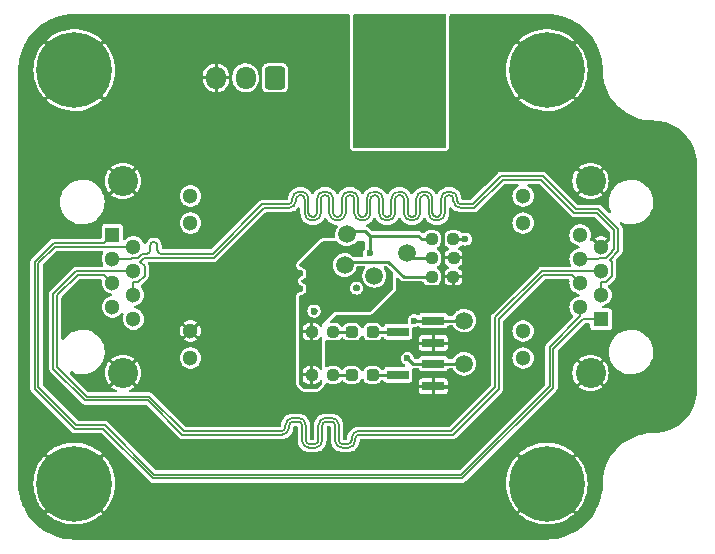
<source format=gbr>
%TF.GenerationSoftware,KiCad,Pcbnew,(6.0.0)*%
%TF.CreationDate,2022-01-23T22:47:39+07:00*%
%TF.ProjectId,NarWhelEncoderV2,4e617257-6865-46c4-956e-636f64657256,rev?*%
%TF.SameCoordinates,Original*%
%TF.FileFunction,Copper,L4,Bot*%
%TF.FilePolarity,Positive*%
%FSLAX46Y46*%
G04 Gerber Fmt 4.6, Leading zero omitted, Abs format (unit mm)*
G04 Created by KiCad (PCBNEW (6.0.0)) date 2022-01-23 22:47:39*
%MOMM*%
%LPD*%
G01*
G04 APERTURE LIST*
G04 Aperture macros list*
%AMRoundRect*
0 Rectangle with rounded corners*
0 $1 Rounding radius*
0 $2 $3 $4 $5 $6 $7 $8 $9 X,Y pos of 4 corners*
0 Add a 4 corners polygon primitive as box body*
4,1,4,$2,$3,$4,$5,$6,$7,$8,$9,$2,$3,0*
0 Add four circle primitives for the rounded corners*
1,1,$1+$1,$2,$3*
1,1,$1+$1,$4,$5*
1,1,$1+$1,$6,$7*
1,1,$1+$1,$8,$9*
0 Add four rect primitives between the rounded corners*
20,1,$1+$1,$2,$3,$4,$5,0*
20,1,$1+$1,$4,$5,$6,$7,0*
20,1,$1+$1,$6,$7,$8,$9,0*
20,1,$1+$1,$8,$9,$2,$3,0*%
G04 Aperture macros list end*
%TA.AperFunction,ComponentPad*%
%ADD10C,0.800000*%
%TD*%
%TA.AperFunction,ComponentPad*%
%ADD11C,6.400000*%
%TD*%
%TA.AperFunction,ComponentPad*%
%ADD12R,1.300000X1.300000*%
%TD*%
%TA.AperFunction,ComponentPad*%
%ADD13C,1.300000*%
%TD*%
%TA.AperFunction,ComponentPad*%
%ADD14C,2.550000*%
%TD*%
%TA.AperFunction,SMDPad,CuDef*%
%ADD15RoundRect,0.237500X-0.250000X-0.237500X0.250000X-0.237500X0.250000X0.237500X-0.250000X0.237500X0*%
%TD*%
%TA.AperFunction,SMDPad,CuDef*%
%ADD16RoundRect,0.237500X0.250000X0.237500X-0.250000X0.237500X-0.250000X-0.237500X0.250000X-0.237500X0*%
%TD*%
%TA.AperFunction,SMDPad,CuDef*%
%ADD17C,1.500000*%
%TD*%
%TA.AperFunction,SMDPad,CuDef*%
%ADD18RoundRect,0.237500X0.287500X0.237500X-0.287500X0.237500X-0.287500X-0.237500X0.287500X-0.237500X0*%
%TD*%
%TA.AperFunction,SMDPad,CuDef*%
%ADD19R,1.900000X0.800000*%
%TD*%
%TA.AperFunction,ComponentPad*%
%ADD20RoundRect,0.250000X0.600000X0.725000X-0.600000X0.725000X-0.600000X-0.725000X0.600000X-0.725000X0*%
%TD*%
%TA.AperFunction,ComponentPad*%
%ADD21O,1.700000X1.950000*%
%TD*%
%TA.AperFunction,ViaPad*%
%ADD22C,0.600000*%
%TD*%
%TA.AperFunction,ViaPad*%
%ADD23C,0.800000*%
%TD*%
%TA.AperFunction,Conductor*%
%ADD24C,0.254000*%
%TD*%
%TA.AperFunction,Conductor*%
%ADD25C,0.250000*%
%TD*%
%TA.AperFunction,Conductor*%
%ADD26C,0.200000*%
%TD*%
G04 APERTURE END LIST*
D10*
%TO.P,H2,1,1*%
%TO.N,GND*%
X138302944Y-136697056D03*
X141697056Y-136697056D03*
X137600000Y-135000000D03*
X140000000Y-137400000D03*
X138302944Y-133302944D03*
D11*
X140000000Y-135000000D03*
D10*
X142400000Y-135000000D03*
X141697056Y-133302944D03*
X140000000Y-132600000D03*
%TD*%
%TO.P,H1,1,1*%
%TO.N,GND*%
X178302944Y-136697056D03*
D11*
X180000000Y-135000000D03*
D10*
X181697056Y-136697056D03*
X177600000Y-135000000D03*
X180000000Y-137400000D03*
X181697056Y-133302944D03*
X182400000Y-135000000D03*
X180000000Y-132600000D03*
X178302944Y-133302944D03*
%TD*%
D11*
%TO.P,H3,1,1*%
%TO.N,GND*%
X140000000Y-100000000D03*
D10*
X142400000Y-100000000D03*
X141697056Y-101697056D03*
X140000000Y-97600000D03*
X140000000Y-102400000D03*
X137600000Y-100000000D03*
X138302944Y-101697056D03*
X138302944Y-98302944D03*
X141697056Y-98302944D03*
%TD*%
%TO.P,H4,1,1*%
%TO.N,GND*%
X178302944Y-101697056D03*
X180000000Y-97600000D03*
X181697056Y-101697056D03*
X177600000Y-100000000D03*
X181697056Y-98302944D03*
X182400000Y-100000000D03*
X180000000Y-102400000D03*
X178302944Y-98302944D03*
D11*
X180000000Y-100000000D03*
%TD*%
D12*
%TO.P,J3,1,1*%
%TO.N,/MISO_D-*%
X184600000Y-121080000D03*
D13*
%TO.P,J3,2,2*%
%TO.N,/MISO_D+*%
X182820000Y-120060000D03*
%TO.P,J3,3,3*%
%TO.N,/MOSI_D-*%
X184600000Y-119040000D03*
%TO.P,J3,4,4*%
%TO.N,/CLK_D+*%
X182820000Y-118020000D03*
%TO.P,J3,5,5*%
%TO.N,/CLK_D-*%
X184600000Y-117000000D03*
%TO.P,J3,6,6*%
%TO.N,/MOSI_D+*%
X182820000Y-115980000D03*
%TO.P,J3,7,7*%
%TO.N,GND*%
X184600000Y-114960000D03*
%TO.P,J3,8,8*%
%TO.N,Net-(J3-Pad11)*%
X182820000Y-113940000D03*
%TO.P,J3,9,-_1*%
%TO.N,unconnected-(J3-Pad9)*%
X178000000Y-124370000D03*
%TO.P,J3,10,+_1*%
%TO.N,unconnected-(J3-Pad10)*%
X178000000Y-122080000D03*
%TO.P,J3,11,-_2*%
%TO.N,Net-(J3-Pad11)*%
X178000000Y-112940000D03*
%TO.P,J3,12,+_2*%
%TO.N,Net-(J3-Pad12)*%
X178000000Y-110650000D03*
D14*
%TO.P,J3,MH1,MH1*%
%TO.N,GND*%
X183710000Y-125635000D03*
%TO.P,J3,MH2,MH2*%
X183710000Y-109385000D03*
%TD*%
D15*
%TO.P,R5,1*%
%TO.N,+3V3*%
X160087500Y-125800000D03*
%TO.P,R5,2*%
%TO.N,Net-(D1-Pad2)*%
X161912500Y-125800000D03*
%TD*%
D12*
%TO.P,J2,1,1*%
%TO.N,/MISO_D-*%
X143225000Y-113935000D03*
D13*
%TO.P,J2,2,2*%
%TO.N,/MISO_D+*%
X145005000Y-114955000D03*
%TO.P,J2,3,3*%
%TO.N,/MOSI_D-*%
X143225000Y-115975000D03*
%TO.P,J2,4,4*%
%TO.N,/CLK_D+*%
X145005000Y-116995000D03*
%TO.P,J2,5,5*%
%TO.N,/CLK_D-*%
X143225000Y-118015000D03*
%TO.P,J2,6,6*%
%TO.N,/MOSI_D+*%
X145005000Y-119035000D03*
%TO.P,J2,7,7*%
%TO.N,/Connect_Pin*%
X143225000Y-120055000D03*
%TO.P,J2,8,8*%
X145005000Y-121075000D03*
%TO.P,J2,9,-_1*%
%TO.N,unconnected-(J2-Pad9)*%
X149825000Y-110645000D03*
%TO.P,J2,10,+_1*%
%TO.N,unconnected-(J2-Pad10)*%
X149825000Y-112935000D03*
%TO.P,J2,11,-_2*%
%TO.N,GND*%
X149825000Y-122075000D03*
%TO.P,J2,12,+_2*%
%TO.N,Net-(J2-Pad12)*%
X149825000Y-124365000D03*
D14*
%TO.P,J2,MH1,MH1*%
%TO.N,GND*%
X144115000Y-109380000D03*
%TO.P,J2,MH2,MH2*%
X144115000Y-125630000D03*
%TD*%
D16*
%TO.P,R4,1*%
%TO.N,GND*%
X172100000Y-117500000D03*
%TO.P,R4,2*%
%TO.N,/CLK*%
X170275000Y-117500000D03*
%TD*%
D17*
%TO.P,TP4,1,1*%
%TO.N,/CLK*%
X162900000Y-116500000D03*
%TD*%
D18*
%TO.P,D1,1,K*%
%TO.N,Net-(D1-Pad1)*%
X165250000Y-125800000D03*
%TO.P,D1,2,A*%
%TO.N,Net-(D1-Pad2)*%
X163500000Y-125800000D03*
%TD*%
D19*
%TO.P,Q2,1,G*%
%TO.N,/B*%
X170400000Y-121200000D03*
%TO.P,Q2,2,S*%
%TO.N,GND*%
X170400000Y-123100000D03*
%TO.P,Q2,3,D*%
%TO.N,Net-(D2-Pad1)*%
X167400000Y-122150000D03*
%TD*%
%TO.P,Q1,1,G*%
%TO.N,/A*%
X170400000Y-124850000D03*
%TO.P,Q1,2,S*%
%TO.N,GND*%
X170400000Y-126750000D03*
%TO.P,Q1,3,D*%
%TO.N,Net-(D1-Pad1)*%
X167400000Y-125800000D03*
%TD*%
D16*
%TO.P,R3,1*%
%TO.N,+3V3*%
X172100000Y-114300000D03*
%TO.P,R3,2*%
%TO.N,/CS*%
X170275000Y-114300000D03*
%TD*%
D17*
%TO.P,TP2,1,1*%
%TO.N,/B*%
X173000000Y-121200000D03*
%TD*%
%TO.P,TP5,1,1*%
%TO.N,/MISO*%
X165400000Y-117400000D03*
%TD*%
%TO.P,TP6,1,1*%
%TO.N,/MOSI*%
X168200000Y-115500000D03*
%TD*%
D20*
%TO.P,J1,1,Pin_1*%
%TO.N,/Vin*%
X157000000Y-100650000D03*
D21*
%TO.P,J1,2,Pin_2*%
%TO.N,/CS*%
X154500000Y-100650000D03*
%TO.P,J1,3,Pin_3*%
%TO.N,GND*%
X152000000Y-100650000D03*
%TD*%
D16*
%TO.P,R6,1*%
%TO.N,GND*%
X172112500Y-115900000D03*
%TO.P,R6,2*%
%TO.N,/MOSI*%
X170287500Y-115900000D03*
%TD*%
D18*
%TO.P,D2,1,K*%
%TO.N,Net-(D2-Pad1)*%
X165250000Y-122150000D03*
%TO.P,D2,2,A*%
%TO.N,Net-(D2-Pad2)*%
X163500000Y-122150000D03*
%TD*%
D17*
%TO.P,TP1,1,1*%
%TO.N,/A*%
X173000000Y-124850000D03*
%TD*%
%TO.P,TP3,1,1*%
%TO.N,/CS*%
X163100000Y-113900000D03*
%TD*%
D15*
%TO.P,R8,1*%
%TO.N,+3V3*%
X160087500Y-122150000D03*
%TO.P,R8,2*%
%TO.N,Net-(D2-Pad2)*%
X161912500Y-122150000D03*
%TD*%
D22*
%TO.N,GND*%
X152400000Y-116400000D03*
X147400000Y-117300000D03*
X152200000Y-112400000D03*
%TO.N,+3V3*%
X162200000Y-120000000D03*
%TO.N,GND*%
X159100000Y-117200000D03*
D23*
X172300000Y-102450000D03*
X172700000Y-109050000D03*
D22*
X168100000Y-118200000D03*
X175000000Y-115000000D03*
D23*
X173850000Y-107950000D03*
X164000000Y-107500000D03*
D22*
X140900000Y-128900000D03*
D23*
X162900000Y-107500000D03*
D22*
X180200000Y-119900000D03*
X160300000Y-120400000D03*
X171900000Y-126800000D03*
X176000000Y-116000000D03*
X163900000Y-118437500D03*
X163900000Y-123900000D03*
D23*
X165000000Y-107500000D03*
D22*
X147900000Y-132500000D03*
D23*
X162900000Y-106300000D03*
D22*
X159100000Y-118500000D03*
X168100000Y-132500000D03*
D23*
X162900000Y-105100000D03*
D22*
X156000000Y-132500000D03*
X175900000Y-128900000D03*
X171900000Y-123100000D03*
%TO.N,+3V3*%
X160000000Y-123500000D03*
X160000000Y-124500000D03*
X160500000Y-124000000D03*
X162200000Y-118400000D03*
X159500000Y-124000000D03*
X173100000Y-114300000D03*
D23*
%TO.N,Net-(FB1-Pad1)*%
X170000000Y-101000000D03*
X165000000Y-101000000D03*
X165000000Y-102500000D03*
X168500000Y-101000000D03*
X168500000Y-102500000D03*
X166500000Y-102500000D03*
X170000000Y-102500000D03*
X166500000Y-101000000D03*
D22*
%TO.N,/CS*%
X163100000Y-113600000D03*
X165000000Y-115500000D03*
%TO.N,/CLK*%
X163075000Y-116525000D03*
%TO.N,/MISO*%
X165400000Y-117400000D03*
%TO.N,/MOSI*%
X168200000Y-115200000D03*
%TO.N,/B*%
X168800000Y-121200000D03*
%TO.N,/A*%
X168200000Y-124400000D03*
%TD*%
D24*
%TO.N,GND*%
X170450000Y-126800000D02*
X171900000Y-126800000D01*
X170400000Y-123100000D02*
X171900000Y-123100000D01*
X170400000Y-126750000D02*
X170450000Y-126800000D01*
%TO.N,+3V3*%
X172100000Y-114300000D02*
X173100000Y-114300000D01*
D25*
%TO.N,Net-(D1-Pad1)*%
X167400000Y-125800000D02*
X165250000Y-125800000D01*
%TO.N,Net-(D1-Pad2)*%
X161912500Y-125800000D02*
X163500000Y-125800000D01*
%TO.N,Net-(D2-Pad1)*%
X165250000Y-122150000D02*
X167400000Y-122150000D01*
%TO.N,Net-(D2-Pad2)*%
X161912500Y-122150000D02*
X163500000Y-122150000D01*
D24*
%TO.N,/CS*%
X165000000Y-114000000D02*
X165000000Y-115500000D01*
X169400000Y-114300000D02*
X170275000Y-114300000D01*
X169100000Y-114000000D02*
X169400000Y-114300000D01*
X163100000Y-113600000D02*
X164600000Y-113600000D01*
X164600000Y-113600000D02*
X165000000Y-114000000D01*
X165000000Y-114000000D02*
X169100000Y-114000000D01*
%TO.N,/CLK*%
X166600000Y-116200000D02*
X167900000Y-117500000D01*
X163400000Y-116200000D02*
X166600000Y-116200000D01*
X167900000Y-117500000D02*
X170275000Y-117500000D01*
X163100000Y-116500000D02*
X163400000Y-116200000D01*
%TO.N,/MOSI*%
X168600000Y-115900000D02*
X168200000Y-115500000D01*
X170287500Y-115900000D02*
X168600000Y-115900000D01*
%TO.N,/B*%
X168800000Y-121200000D02*
X170400000Y-121200000D01*
X173000000Y-121200000D02*
X170400000Y-121200000D01*
%TO.N,/A*%
X170400000Y-124850000D02*
X168650000Y-124850000D01*
X168650000Y-124850000D02*
X168200000Y-124400000D01*
X170400000Y-124850000D02*
X173000000Y-124850000D01*
D26*
%TO.N,/MOSI_D-*%
X164750000Y-111663500D02*
X164750000Y-110886500D01*
X184993301Y-117949511D02*
X184600000Y-117949511D01*
X158450000Y-111050000D02*
X158450000Y-110886500D01*
X166850000Y-111663500D02*
X166850000Y-110886500D01*
X145766312Y-115536500D02*
X146136500Y-115536500D01*
X155932276Y-111336500D02*
X158163500Y-111336500D01*
X167463500Y-110273000D02*
X167613500Y-110273000D01*
X159063500Y-110273000D02*
X159213500Y-110273000D01*
X179667724Y-108936500D02*
X182467724Y-111736500D01*
X173732276Y-111336500D02*
X176132276Y-108936500D01*
X172427000Y-110886500D02*
X172427000Y-111050000D01*
X164313500Y-112400000D02*
X164463500Y-112400000D01*
X185549511Y-117393301D02*
X184993301Y-117949511D01*
X168950000Y-112113500D02*
X168950000Y-111663500D01*
X168513500Y-112400000D02*
X168663500Y-112400000D01*
X159827000Y-110886500D02*
X159827000Y-111050000D01*
X164750000Y-112113500D02*
X164750000Y-111663500D01*
X160550000Y-111663500D02*
X160550000Y-110886500D01*
X166127000Y-111336500D02*
X166127000Y-112113500D01*
X168950000Y-111663500D02*
X168950000Y-110886500D01*
X164027000Y-110886500D02*
X164027000Y-111336500D01*
X147336500Y-115536500D02*
X147386500Y-115536500D01*
X146436500Y-115236500D02*
X146436500Y-114836500D01*
X162650000Y-111663500D02*
X162650000Y-110886500D01*
X144773776Y-115975000D02*
X144844265Y-115904511D01*
X160113500Y-112400000D02*
X160263500Y-112400000D01*
X144844265Y-115904511D02*
X145398301Y-115904511D01*
X147386500Y-115536500D02*
X151732276Y-115536500D01*
X182467724Y-111736500D02*
X184367724Y-111736500D01*
X185549511Y-116274174D02*
X185549511Y-117393301D01*
X160550000Y-112113500D02*
X160550000Y-111663500D01*
X166127000Y-110886500D02*
X166127000Y-111336500D01*
X143225000Y-115975000D02*
X144773776Y-115975000D01*
X161927000Y-110886500D02*
X161927000Y-111336500D01*
X161927000Y-111336500D02*
X161927000Y-112113500D01*
X171050000Y-111663500D02*
X171050000Y-110886500D01*
X163263500Y-110273000D02*
X163413500Y-110273000D01*
X186063500Y-113432276D02*
X186063500Y-115301748D01*
X166850000Y-112113500D02*
X166850000Y-111663500D01*
X166413500Y-112400000D02*
X166563500Y-112400000D01*
X170613500Y-112400000D02*
X170763500Y-112400000D01*
X170327000Y-111336500D02*
X170327000Y-112113500D01*
X162213500Y-112400000D02*
X162363500Y-112400000D01*
X185320292Y-116044955D02*
X185549511Y-116274174D01*
X171663500Y-110273000D02*
X171813500Y-110273000D01*
X145398301Y-115904511D02*
X145766312Y-115536500D01*
X170327000Y-110886500D02*
X170327000Y-111336500D01*
X165363500Y-110273000D02*
X165513500Y-110273000D01*
X161163500Y-110273000D02*
X161313500Y-110273000D01*
X151732276Y-115536500D02*
X155932276Y-111336500D01*
X171050000Y-112113500D02*
X171050000Y-111663500D01*
X184367724Y-111736500D02*
X186063500Y-113432276D01*
X147036500Y-114836500D02*
X147036500Y-115236500D01*
X184600000Y-117949511D02*
X184600000Y-119040000D01*
X159827000Y-111050000D02*
X159827000Y-112113500D01*
X186063500Y-115301748D02*
X185320292Y-116044955D01*
X162650000Y-112113500D02*
X162650000Y-111663500D01*
X176132276Y-108936500D02*
X179667724Y-108936500D01*
X164027000Y-111336500D02*
X164027000Y-112113500D01*
X168227000Y-110886500D02*
X168227000Y-111336500D01*
X172713500Y-111336500D02*
X173732276Y-111336500D01*
X168227000Y-111336500D02*
X168227000Y-112113500D01*
X169563500Y-110273000D02*
X169713500Y-110273000D01*
X158450000Y-111050000D02*
G75*
G02*
X158163500Y-111336500I-286500J0D01*
G01*
X162650000Y-112113500D02*
G75*
G02*
X162363500Y-112400000I-286500J0D01*
G01*
X161163500Y-110273000D02*
G75*
G03*
X160550000Y-110886500I0J-613500D01*
G01*
X163263500Y-110273000D02*
G75*
G03*
X162650000Y-110886500I0J-613500D01*
G01*
X159063500Y-110273000D02*
G75*
G03*
X158450000Y-110886500I0J-613500D01*
G01*
X164027000Y-110886500D02*
G75*
G03*
X163413500Y-110273000I-613500J0D01*
G01*
X164750000Y-112113500D02*
G75*
G02*
X164463500Y-112400000I-286500J0D01*
G01*
X159827000Y-110886500D02*
G75*
G03*
X159213500Y-110273000I-613500J0D01*
G01*
X167463500Y-110273000D02*
G75*
G03*
X166850000Y-110886500I0J-613500D01*
G01*
X172713500Y-111336500D02*
G75*
G02*
X172427000Y-111050000I0J286500D01*
G01*
X162213500Y-112400000D02*
G75*
G02*
X161927000Y-112113500I0J286500D01*
G01*
X168950000Y-112113500D02*
G75*
G02*
X168663500Y-112400000I-286500J0D01*
G01*
X168513500Y-112400000D02*
G75*
G02*
X168227000Y-112113500I0J286500D01*
G01*
X168227000Y-110886500D02*
G75*
G03*
X167613500Y-110273000I-613500J0D01*
G01*
X170613500Y-112400000D02*
G75*
G02*
X170327000Y-112113500I0J286500D01*
G01*
X172427000Y-110886500D02*
G75*
G03*
X171813500Y-110273000I-613500J0D01*
G01*
X170327000Y-110886500D02*
G75*
G03*
X169713500Y-110273000I-613500J0D01*
G01*
X166850000Y-112113500D02*
G75*
G02*
X166563500Y-112400000I-286500J0D01*
G01*
X147336500Y-115536500D02*
G75*
G02*
X147036500Y-115236500I0J300000D01*
G01*
X171050000Y-112113500D02*
G75*
G02*
X170763500Y-112400000I-286500J0D01*
G01*
X166127000Y-110886500D02*
G75*
G03*
X165513500Y-110273000I-613500J0D01*
G01*
X164313500Y-112400000D02*
G75*
G02*
X164027000Y-112113500I0J286500D01*
G01*
X169563500Y-110273000D02*
G75*
G03*
X168950000Y-110886500I0J-613500D01*
G01*
X166413500Y-112400000D02*
G75*
G02*
X166127000Y-112113500I0J286500D01*
G01*
X147036500Y-114836500D02*
G75*
G03*
X146736500Y-114536500I-300000J0D01*
G01*
X146436500Y-115236500D02*
G75*
G02*
X146136500Y-115536500I-300000J0D01*
G01*
X165363500Y-110273000D02*
G75*
G03*
X164750000Y-110886500I0J-613500D01*
G01*
X171663500Y-110273000D02*
G75*
G03*
X171050000Y-110886500I0J-613500D01*
G01*
X161927000Y-110886500D02*
G75*
G03*
X161313500Y-110273000I-613500J0D01*
G01*
X146736500Y-114536500D02*
G75*
G03*
X146436500Y-114836500I0J-300000D01*
G01*
X160113500Y-112400000D02*
G75*
G02*
X159827000Y-112113500I0J286500D01*
G01*
X160550000Y-112113500D02*
G75*
G02*
X160263500Y-112400000I-286500J0D01*
G01*
%TO.N,/MOSI_D+*%
X145954511Y-117388301D02*
X145954511Y-116601699D01*
X167177000Y-111663500D02*
X167177000Y-110886500D01*
X171663500Y-110600000D02*
X171813500Y-110600000D01*
X145005000Y-119035000D02*
X145005000Y-117944511D01*
X145559030Y-116206218D02*
X145901748Y-115863500D01*
X166413500Y-112727000D02*
X166563500Y-112727000D01*
X164313500Y-112727000D02*
X164463500Y-112727000D01*
X171377000Y-111663500D02*
X171377000Y-110886500D01*
X182332276Y-112063500D02*
X184232276Y-112063500D01*
X162977000Y-111663500D02*
X162977000Y-110886500D01*
X184439265Y-115909511D02*
X184368776Y-115980000D01*
X173867724Y-111663500D02*
X176267724Y-109263500D01*
X165077000Y-112113500D02*
X165077000Y-111663500D01*
X168513500Y-112727000D02*
X168663500Y-112727000D01*
X184232276Y-112063500D02*
X185736500Y-113567724D01*
X163263500Y-110600000D02*
X163413500Y-110600000D01*
X185736500Y-113567724D02*
X185736500Y-115149511D01*
X167900000Y-110886500D02*
X167900000Y-111336500D01*
X169563500Y-110600000D02*
X169713500Y-110600000D01*
X160877000Y-112113500D02*
X160877000Y-111663500D01*
X151867724Y-115863500D02*
X156067724Y-111663500D01*
X159063500Y-110600000D02*
X159213500Y-110600000D01*
X171377000Y-112113500D02*
X171377000Y-111663500D01*
X145398301Y-117944511D02*
X145954511Y-117388301D01*
X176267724Y-109263500D02*
X179532276Y-109263500D01*
X161600000Y-111336500D02*
X161600000Y-112113500D01*
X185549511Y-115336500D02*
X185549511Y-115353301D01*
X185736500Y-115149511D02*
X185549511Y-115336500D01*
X170613500Y-112727000D02*
X170763500Y-112727000D01*
X172100000Y-110886500D02*
X172100000Y-111050000D01*
X179532276Y-109263500D02*
X182332276Y-112063500D01*
X167177000Y-112113500D02*
X167177000Y-111663500D01*
X184993302Y-115909510D02*
X184439265Y-115909511D01*
X162213500Y-112727000D02*
X162363500Y-112727000D01*
X145954511Y-116601699D02*
X145559030Y-116206218D01*
X165077000Y-111663500D02*
X165077000Y-110886500D01*
X167900000Y-111336500D02*
X167900000Y-112113500D01*
X163700000Y-110886500D02*
X163700000Y-111336500D01*
X167463500Y-110600000D02*
X167613500Y-110600000D01*
X161163500Y-110600000D02*
X161313500Y-110600000D01*
X160877000Y-111663500D02*
X160877000Y-110886500D01*
X184368776Y-115980000D02*
X182820000Y-115980000D01*
X165363500Y-110600000D02*
X165513500Y-110600000D01*
X170000000Y-110886500D02*
X170000000Y-111336500D01*
X156067724Y-111663500D02*
X158163500Y-111663500D01*
X145005000Y-117944511D02*
X145398301Y-117944511D01*
X165800000Y-110886500D02*
X165800000Y-111336500D01*
X161600000Y-110886500D02*
X161600000Y-111336500D01*
X158777000Y-111050000D02*
X158777000Y-110886500D01*
X169277000Y-111663500D02*
X169277000Y-110886500D01*
X145901748Y-115863500D02*
X151867724Y-115863500D01*
X170000000Y-111336500D02*
X170000000Y-112113500D01*
X162977000Y-112113500D02*
X162977000Y-111663500D01*
X159500000Y-110886500D02*
X159500000Y-111050000D01*
X160113500Y-112727000D02*
X160263500Y-112727000D01*
X185549511Y-115353301D02*
X184993302Y-115909510D01*
X165800000Y-111336500D02*
X165800000Y-112113500D01*
X172713500Y-111663500D02*
X173867724Y-111663500D01*
X159500000Y-111050000D02*
X159500000Y-112113500D01*
X169277000Y-112113500D02*
X169277000Y-111663500D01*
X163700000Y-111336500D02*
X163700000Y-112113500D01*
X168513500Y-112727000D02*
G75*
G02*
X167900000Y-112113500I0J613500D01*
G01*
X163700000Y-110886500D02*
G75*
G03*
X163413500Y-110600000I-286500J0D01*
G01*
X162213500Y-112727000D02*
G75*
G02*
X161600000Y-112113500I0J613500D01*
G01*
X158777000Y-111050000D02*
G75*
G02*
X158163500Y-111663500I-613500J0D01*
G01*
X160113500Y-112727000D02*
G75*
G02*
X159500000Y-112113500I0J613500D01*
G01*
X164313500Y-112727000D02*
G75*
G02*
X163700000Y-112113500I0J613500D01*
G01*
X172100000Y-110886500D02*
G75*
G03*
X171813500Y-110600000I-286500J0D01*
G01*
X162977000Y-112113500D02*
G75*
G02*
X162363500Y-112727000I-613500J0D01*
G01*
X167900000Y-110886500D02*
G75*
G03*
X167613500Y-110600000I-286500J0D01*
G01*
X170613500Y-112727000D02*
G75*
G02*
X170000000Y-112113500I0J613500D01*
G01*
X161163500Y-110600000D02*
G75*
G03*
X160877000Y-110886500I0J-286500D01*
G01*
X163263500Y-110600000D02*
G75*
G03*
X162977000Y-110886500I0J-286500D01*
G01*
X170000000Y-110886500D02*
G75*
G03*
X169713500Y-110600000I-286500J0D01*
G01*
X165363500Y-110600000D02*
G75*
G03*
X165077000Y-110886500I0J-286500D01*
G01*
X169563500Y-110600000D02*
G75*
G03*
X169277000Y-110886500I0J-286500D01*
G01*
X161600000Y-110886500D02*
G75*
G03*
X161313500Y-110600000I-286500J0D01*
G01*
X159063500Y-110600000D02*
G75*
G03*
X158777000Y-110886500I0J-286500D01*
G01*
X172713500Y-111663500D02*
G75*
G02*
X172100000Y-111050000I0J613500D01*
G01*
X171377000Y-112113500D02*
G75*
G02*
X170763500Y-112727000I-613500J0D01*
G01*
X159500000Y-110886500D02*
G75*
G03*
X159213500Y-110600000I-286500J0D01*
G01*
X160877000Y-112113500D02*
G75*
G02*
X160263500Y-112727000I-613500J0D01*
G01*
X171663500Y-110600000D02*
G75*
G03*
X171377000Y-110886500I0J-286500D01*
G01*
X166413500Y-112727000D02*
G75*
G02*
X165800000Y-112113500I0J613500D01*
G01*
X167463500Y-110600000D02*
G75*
G03*
X167177000Y-110886500I0J-286500D01*
G01*
X165077000Y-112113500D02*
G75*
G02*
X164463500Y-112727000I-613500J0D01*
G01*
X165800000Y-110886500D02*
G75*
G03*
X165513500Y-110600000I-286500J0D01*
G01*
X167177000Y-112113500D02*
G75*
G02*
X166563500Y-112727000I-613500J0D01*
G01*
X169277000Y-112113500D02*
G75*
G02*
X168663500Y-112727000I-613500J0D01*
G01*
%TO.N,/CLK_D+*%
X162713500Y-131977000D02*
X163163500Y-131977000D01*
X149132276Y-130863500D02*
X157563500Y-130863500D01*
X159913500Y-131977000D02*
X160363500Y-131977000D01*
X162075000Y-130536500D02*
X162075000Y-131338500D01*
X175963500Y-121067724D02*
X179704224Y-117327000D01*
X161313500Y-129750000D02*
X161763500Y-129750000D01*
X165494803Y-130863500D02*
X172067724Y-130863500D01*
X146232276Y-127963500D02*
X149132276Y-130863500D01*
X161002000Y-130863500D02*
X161002000Y-130061500D01*
X140932276Y-127963500D02*
X146232276Y-127963500D01*
X162075000Y-130061500D02*
X162075000Y-130536500D01*
X159275000Y-130061500D02*
X159275000Y-130225000D01*
X172067724Y-130863500D02*
X175963500Y-126967724D01*
X164113500Y-130863500D02*
X165494803Y-130863500D01*
X182127000Y-117327000D02*
X182820000Y-118020000D01*
X158202000Y-130225000D02*
X158202000Y-130061500D01*
X175963500Y-126967724D02*
X175963500Y-121067724D01*
X158513500Y-129750000D02*
X158963500Y-129750000D01*
X138236500Y-118932276D02*
X138236500Y-125267724D01*
X159275000Y-130225000D02*
X159275000Y-131338500D01*
X145005000Y-116995000D02*
X140173776Y-116995000D01*
X140173776Y-116995000D02*
X138236500Y-118932276D01*
X163802000Y-131338500D02*
X163802000Y-131175000D01*
X161002000Y-131338500D02*
X161002000Y-130863500D01*
X138236500Y-125267724D02*
X140932276Y-127963500D01*
X179704224Y-117327000D02*
X182127000Y-117327000D01*
X163802000Y-131338500D02*
G75*
G02*
X163163500Y-131977000I-638499J-1D01*
G01*
X158202000Y-130225000D02*
G75*
G02*
X157563500Y-130863500I-638499J-1D01*
G01*
X161313500Y-129750000D02*
G75*
G03*
X161002000Y-130061500I-1J-311499D01*
G01*
X159275000Y-130061500D02*
G75*
G03*
X158963500Y-129750000I-311499J1D01*
G01*
X164113500Y-130863500D02*
G75*
G03*
X163802000Y-131175000I-1J-311499D01*
G01*
X158513500Y-129750000D02*
G75*
G03*
X158202000Y-130061500I-1J-311499D01*
G01*
X162075000Y-130061500D02*
G75*
G03*
X161763500Y-129750000I-311499J1D01*
G01*
X162713500Y-131977000D02*
G75*
G02*
X162075000Y-131338500I-1J638499D01*
G01*
X161002000Y-131338500D02*
G75*
G02*
X160363500Y-131977000I-638499J-1D01*
G01*
X159913500Y-131977000D02*
G75*
G02*
X159275000Y-131338500I-1J638499D01*
G01*
%TO.N,/CLK_D-*%
X142532000Y-117322000D02*
X140309224Y-117322000D01*
X141067724Y-127636500D02*
X146367724Y-127636500D01*
X143225000Y-118015000D02*
X142532000Y-117322000D01*
X164113500Y-130536500D02*
X165494803Y-130536500D01*
X159913500Y-131650000D02*
X160363500Y-131650000D01*
X163475000Y-131338500D02*
X163475000Y-131175000D01*
X171932276Y-130536500D02*
X175636500Y-126832276D01*
X179568776Y-117000000D02*
X184600000Y-117000000D01*
X140309224Y-117322000D02*
X138563500Y-119067724D01*
X158513500Y-129423000D02*
X158963500Y-129423000D01*
X159602000Y-130061500D02*
X159602000Y-130225000D01*
X162402000Y-130536500D02*
X162402000Y-131338500D01*
X149267724Y-130536500D02*
X157563500Y-130536500D01*
X175636500Y-126832276D02*
X175636500Y-120932276D01*
X138563500Y-125132276D02*
X141067724Y-127636500D01*
X165494803Y-130536500D02*
X171932276Y-130536500D01*
X146367724Y-127636500D02*
X149267724Y-130536500D01*
X159602000Y-130225000D02*
X159602000Y-131338500D01*
X160675000Y-130863500D02*
X160675000Y-130061500D01*
X160675000Y-131338500D02*
X160675000Y-130863500D01*
X162713500Y-131650000D02*
X163163500Y-131650000D01*
X175636500Y-120932276D02*
X179568776Y-117000000D01*
X162402000Y-130061500D02*
X162402000Y-130536500D01*
X138563500Y-119067724D02*
X138563500Y-125132276D01*
X157875000Y-130225000D02*
X157875000Y-130061500D01*
X161313500Y-129423000D02*
X161763500Y-129423000D01*
X162713500Y-131650000D02*
G75*
G02*
X162402000Y-131338500I-1J311499D01*
G01*
X161313500Y-129423000D02*
G75*
G03*
X160675000Y-130061500I-1J-638499D01*
G01*
X158513500Y-129423000D02*
G75*
G03*
X157875000Y-130061500I-1J-638499D01*
G01*
X160675000Y-131338500D02*
G75*
G02*
X160363500Y-131650000I-311499J-1D01*
G01*
X159602000Y-130061500D02*
G75*
G03*
X158963500Y-129423000I-638499J1D01*
G01*
X162402000Y-130061500D02*
G75*
G03*
X161763500Y-129423000I-638499J1D01*
G01*
X164113500Y-130536500D02*
G75*
G03*
X163475000Y-131175000I-1J-638499D01*
G01*
X163475000Y-131338500D02*
G75*
G02*
X163163500Y-131650000I-311499J-1D01*
G01*
X157875000Y-130225000D02*
G75*
G02*
X157563500Y-130536500I-311499J-1D01*
G01*
X159913500Y-131650000D02*
G75*
G02*
X159602000Y-131338500I-1J311499D01*
G01*
%TO.N,/MISO_D+*%
X138376224Y-114955000D02*
X136963500Y-116367724D01*
X172732276Y-134236500D02*
X180236500Y-126732276D01*
X145005000Y-114955000D02*
X138376224Y-114955000D01*
X142567724Y-130036500D02*
X146767724Y-134236500D01*
X136963500Y-116367724D02*
X136963500Y-126832276D01*
X180236500Y-126732276D02*
X180236500Y-123432276D01*
X182820000Y-120848776D02*
X182820000Y-120060000D01*
X180236500Y-123432276D02*
X182820000Y-120848776D01*
X140167724Y-130036500D02*
X142567724Y-130036500D01*
X136963500Y-126832276D02*
X140167724Y-130036500D01*
X146767724Y-134236500D02*
X172732276Y-134236500D01*
%TO.N,/MISO_D-*%
X143225000Y-113935000D02*
X142532000Y-114628000D01*
X180563500Y-123567724D02*
X183051224Y-121080000D01*
X146632276Y-134563500D02*
X172867724Y-134563500D01*
X183051224Y-121080000D02*
X184600000Y-121080000D01*
X138240776Y-114628000D02*
X136636500Y-116232276D01*
X180563500Y-126867724D02*
X180563500Y-123567724D01*
X172867724Y-134563500D02*
X180563500Y-126867724D01*
X136636500Y-126967724D02*
X140032276Y-130363500D01*
X140032276Y-130363500D02*
X142432276Y-130363500D01*
X136636500Y-116232276D02*
X136636500Y-126967724D01*
X142532000Y-114628000D02*
X138240776Y-114628000D01*
X142432276Y-130363500D02*
X146632276Y-134563500D01*
%TD*%
%TA.AperFunction,Conductor*%
%TO.N,GND*%
G36*
X163288121Y-95274002D02*
G01*
X163334614Y-95327658D01*
X163346000Y-95380000D01*
X163346000Y-106474000D01*
X163351804Y-106527990D01*
X163352522Y-106531290D01*
X163352522Y-106531291D01*
X163356567Y-106549884D01*
X163363190Y-106580332D01*
X163370384Y-106606555D01*
X163393597Y-106647320D01*
X163416362Y-106687298D01*
X163416365Y-106687302D01*
X163419425Y-106692676D01*
X163432686Y-106707980D01*
X163456898Y-106735922D01*
X163465918Y-106746332D01*
X163498502Y-106777773D01*
X163586319Y-106823709D01*
X163654440Y-106843711D01*
X163658899Y-106844352D01*
X163658903Y-106844353D01*
X163680639Y-106847478D01*
X163726000Y-106854000D01*
X171374000Y-106854000D01*
X171377347Y-106853640D01*
X171377351Y-106853640D01*
X171424626Y-106848558D01*
X171424633Y-106848557D01*
X171427990Y-106848196D01*
X171431291Y-106847478D01*
X171478678Y-106837170D01*
X171478685Y-106837168D01*
X171480332Y-106836810D01*
X171506555Y-106829616D01*
X171547320Y-106806403D01*
X171587298Y-106783638D01*
X171587302Y-106783635D01*
X171592676Y-106780575D01*
X171619458Y-106757368D01*
X171644209Y-106735922D01*
X171644214Y-106735917D01*
X171646332Y-106734082D01*
X171677773Y-106701498D01*
X171723709Y-106613681D01*
X171743711Y-106545560D01*
X171754000Y-106474000D01*
X171754000Y-102531880D01*
X177654055Y-102531880D01*
X177654131Y-102532953D01*
X177659174Y-102540607D01*
X177746462Y-102624022D01*
X177751622Y-102628446D01*
X178043037Y-102852055D01*
X178048651Y-102855899D01*
X178362497Y-103046721D01*
X178368499Y-103049939D01*
X178701126Y-103205753D01*
X178707430Y-103208300D01*
X179054939Y-103327278D01*
X179061490Y-103329132D01*
X179419805Y-103409881D01*
X179426524Y-103411018D01*
X179791472Y-103452599D01*
X179798262Y-103453002D01*
X180165562Y-103454925D01*
X180172363Y-103454593D01*
X180537726Y-103416837D01*
X180544454Y-103415771D01*
X180903610Y-103338775D01*
X180910158Y-103336996D01*
X181258899Y-103221660D01*
X181265241Y-103219174D01*
X181599463Y-103066861D01*
X181605517Y-103063696D01*
X181921322Y-102876185D01*
X181927003Y-102872382D01*
X182220726Y-102651848D01*
X182225933Y-102647479D01*
X182337689Y-102542900D01*
X182345760Y-102529219D01*
X182345732Y-102528497D01*
X182340588Y-102520193D01*
X180012812Y-100192417D01*
X179998868Y-100184803D01*
X179997035Y-100184934D01*
X179990420Y-100189185D01*
X177661669Y-102517936D01*
X177654055Y-102531880D01*
X171754000Y-102531880D01*
X171754000Y-99991322D01*
X176541120Y-99991322D01*
X176559704Y-100358177D01*
X176560414Y-100364933D01*
X176618508Y-100727622D01*
X176619947Y-100734277D01*
X176716869Y-101088562D01*
X176719018Y-101095023D01*
X176853638Y-101436778D01*
X176856469Y-101442961D01*
X177027211Y-101768178D01*
X177030694Y-101774020D01*
X177235558Y-102078890D01*
X177239660Y-102084334D01*
X177454913Y-102339954D01*
X177467652Y-102348397D01*
X177478096Y-102342299D01*
X179807583Y-100012812D01*
X179813961Y-100001132D01*
X180184803Y-100001132D01*
X180184934Y-100002965D01*
X180189185Y-100009580D01*
X182519487Y-102339882D01*
X182533084Y-102347307D01*
X182542693Y-102340610D01*
X182738369Y-102113117D01*
X182742518Y-102107729D01*
X182950565Y-101805019D01*
X182954112Y-101799208D01*
X183128241Y-101475814D01*
X183131148Y-101469636D01*
X183269338Y-101129316D01*
X183271552Y-101122886D01*
X183372179Y-100769630D01*
X183373686Y-100763000D01*
X183435577Y-100400923D01*
X183436357Y-100394183D01*
X183458879Y-100025945D01*
X183458995Y-100022346D01*
X183459067Y-100001821D01*
X183458975Y-99998193D01*
X183439025Y-99629824D01*
X183438290Y-99623058D01*
X183378933Y-99260588D01*
X183377466Y-99253916D01*
X183279313Y-98899990D01*
X183277139Y-98893526D01*
X183141328Y-98552249D01*
X183138472Y-98546069D01*
X182966599Y-98221458D01*
X182963099Y-98215632D01*
X182757162Y-97911465D01*
X182753048Y-97906045D01*
X182544733Y-97660407D01*
X182531907Y-97651970D01*
X182521582Y-97658023D01*
X180192417Y-99987188D01*
X180184803Y-100001132D01*
X179813961Y-100001132D01*
X179815197Y-99998868D01*
X179815066Y-99997035D01*
X179810815Y-99990420D01*
X177480170Y-97659775D01*
X177466633Y-97652383D01*
X177456932Y-97659171D01*
X177254286Y-97896439D01*
X177250132Y-97901872D01*
X177043153Y-98205293D01*
X177039632Y-98211106D01*
X176866619Y-98535130D01*
X176863744Y-98541295D01*
X176726742Y-98882097D01*
X176724548Y-98888542D01*
X176625157Y-99242138D01*
X176623670Y-99248794D01*
X176563047Y-99611056D01*
X176562288Y-99617828D01*
X176541144Y-99984527D01*
X176541120Y-99991322D01*
X171754000Y-99991322D01*
X171754000Y-97470718D01*
X177654200Y-97470718D01*
X177654235Y-97471558D01*
X177659287Y-97479682D01*
X179987188Y-99807583D01*
X180001132Y-99815197D01*
X180002965Y-99815066D01*
X180009580Y-99810815D01*
X182338226Y-97482169D01*
X182345840Y-97468225D01*
X182345772Y-97467268D01*
X182340608Y-97459459D01*
X182244369Y-97368132D01*
X182239179Y-97363714D01*
X181946997Y-97141133D01*
X181941371Y-97137309D01*
X181626858Y-96947582D01*
X181620841Y-96944383D01*
X181287684Y-96789737D01*
X181281348Y-96787203D01*
X180933448Y-96669445D01*
X180926880Y-96667611D01*
X180568294Y-96588115D01*
X180561559Y-96587000D01*
X180196473Y-96546694D01*
X180189691Y-96546315D01*
X179822363Y-96545674D01*
X179815590Y-96546029D01*
X179450343Y-96585062D01*
X179443634Y-96586149D01*
X179084758Y-96664397D01*
X179078183Y-96666208D01*
X178729858Y-96782755D01*
X178723536Y-96785258D01*
X178389843Y-96938741D01*
X178383799Y-96941927D01*
X178068639Y-97130547D01*
X178062993Y-97134355D01*
X177770038Y-97355915D01*
X177764827Y-97360318D01*
X177662222Y-97457009D01*
X177654200Y-97470718D01*
X171754000Y-97470718D01*
X171754000Y-95380000D01*
X171774002Y-95311879D01*
X171827658Y-95265386D01*
X171880000Y-95254000D01*
X179962575Y-95254000D01*
X179987153Y-95256421D01*
X180000000Y-95258976D01*
X180012169Y-95256556D01*
X180022654Y-95256556D01*
X180035693Y-95255559D01*
X180358276Y-95269643D01*
X180408146Y-95271820D01*
X180419094Y-95272778D01*
X180818691Y-95325385D01*
X180829495Y-95327291D01*
X181222990Y-95414527D01*
X181233600Y-95417370D01*
X181617985Y-95538566D01*
X181628299Y-95542319D01*
X182000679Y-95696564D01*
X182010623Y-95701202D01*
X182297060Y-95850311D01*
X182368117Y-95887301D01*
X182377637Y-95892797D01*
X182717557Y-96109350D01*
X182726561Y-96115655D01*
X183046304Y-96361003D01*
X183054724Y-96368068D01*
X183248548Y-96545674D01*
X183351873Y-96640354D01*
X183359642Y-96648123D01*
X183379180Y-96669445D01*
X183631932Y-96945276D01*
X183638997Y-96953696D01*
X183884345Y-97273439D01*
X183890650Y-97282443D01*
X184107203Y-97622363D01*
X184112698Y-97631882D01*
X184255419Y-97906045D01*
X184298794Y-97989368D01*
X184303436Y-97999321D01*
X184457678Y-98371694D01*
X184461437Y-98382023D01*
X184582630Y-98766399D01*
X184585473Y-98777010D01*
X184672709Y-99170505D01*
X184674615Y-99181309D01*
X184714374Y-99483311D01*
X184727222Y-99580905D01*
X184728180Y-99591854D01*
X184729484Y-99621719D01*
X184744441Y-99964307D01*
X184743444Y-99977345D01*
X184743444Y-99987831D01*
X184741024Y-100000000D01*
X184741587Y-100002830D01*
X184746432Y-100107619D01*
X184758328Y-100364933D01*
X184759622Y-100392929D01*
X184760022Y-100395796D01*
X184806755Y-100730808D01*
X184813966Y-100782505D01*
X184814635Y-100785348D01*
X184887593Y-101095548D01*
X184904023Y-101165406D01*
X185029026Y-101538364D01*
X185030205Y-101541034D01*
X185179653Y-101879500D01*
X185187908Y-101898196D01*
X185189315Y-101900723D01*
X185189320Y-101900732D01*
X185377898Y-102239295D01*
X185379313Y-102241835D01*
X185601609Y-102566346D01*
X185852898Y-102868963D01*
X186131037Y-103147102D01*
X186433654Y-103398391D01*
X186758165Y-103620687D01*
X186760701Y-103622100D01*
X186760705Y-103622102D01*
X187099268Y-103810680D01*
X187099277Y-103810685D01*
X187101804Y-103812092D01*
X187104455Y-103813263D01*
X187104464Y-103813267D01*
X187310007Y-103904023D01*
X187461636Y-103970974D01*
X187834594Y-104095977D01*
X187837427Y-104096643D01*
X187837433Y-104096645D01*
X188007827Y-104136721D01*
X188217495Y-104186034D01*
X188220380Y-104186436D01*
X188220383Y-104186437D01*
X188478431Y-104222433D01*
X188607071Y-104240378D01*
X188609955Y-104240511D01*
X188609962Y-104240512D01*
X188769321Y-104247879D01*
X188997170Y-104258413D01*
X189000000Y-104258976D01*
X189012170Y-104256556D01*
X189024582Y-104256556D01*
X189024582Y-104256560D01*
X189035584Y-104255749D01*
X189246485Y-104266109D01*
X189360994Y-104271735D01*
X189373290Y-104272945D01*
X189724684Y-104325070D01*
X189736805Y-104327480D01*
X189839577Y-104353223D01*
X190081400Y-104413798D01*
X190093232Y-104417387D01*
X190427704Y-104537062D01*
X190439128Y-104541794D01*
X190760258Y-104693677D01*
X190771163Y-104699506D01*
X191075860Y-104882135D01*
X191086141Y-104889005D01*
X191371465Y-105100616D01*
X191381023Y-105108460D01*
X191644235Y-105347021D01*
X191652979Y-105355765D01*
X191891540Y-105618977D01*
X191899384Y-105628535D01*
X192110995Y-105913859D01*
X192117865Y-105924140D01*
X192300494Y-106228837D01*
X192306323Y-106239742D01*
X192458206Y-106560872D01*
X192462938Y-106572296D01*
X192582613Y-106906768D01*
X192586202Y-106918600D01*
X192661073Y-107217495D01*
X192672519Y-107263191D01*
X192674930Y-107275316D01*
X192724142Y-107607071D01*
X192727054Y-107626705D01*
X192728266Y-107639011D01*
X192744251Y-107964416D01*
X192743440Y-107975419D01*
X192743444Y-107975419D01*
X192743444Y-107987830D01*
X192741024Y-108000000D01*
X192743579Y-108012844D01*
X192746000Y-108037425D01*
X192746000Y-126962575D01*
X192743579Y-126987153D01*
X192741024Y-127000000D01*
X192743444Y-127012170D01*
X192743444Y-127024581D01*
X192743440Y-127024581D01*
X192744251Y-127035584D01*
X192735090Y-127222081D01*
X192728578Y-127354646D01*
X192728266Y-127360989D01*
X192727055Y-127373290D01*
X192719817Y-127422080D01*
X192674931Y-127724681D01*
X192672520Y-127736805D01*
X192646777Y-127839577D01*
X192586202Y-128081400D01*
X192582613Y-128093232D01*
X192462938Y-128427704D01*
X192458206Y-128439128D01*
X192306323Y-128760258D01*
X192300494Y-128771163D01*
X192117865Y-129075860D01*
X192110995Y-129086141D01*
X191899384Y-129371465D01*
X191891540Y-129381023D01*
X191652979Y-129644235D01*
X191644235Y-129652979D01*
X191381023Y-129891540D01*
X191371465Y-129899384D01*
X191086141Y-130110995D01*
X191075860Y-130117865D01*
X190949921Y-130193350D01*
X190815591Y-130273865D01*
X190771163Y-130300494D01*
X190760258Y-130306323D01*
X190439128Y-130458206D01*
X190427704Y-130462938D01*
X190093232Y-130582613D01*
X190081400Y-130586202D01*
X189845224Y-130645362D01*
X189736805Y-130672520D01*
X189724684Y-130674930D01*
X189373290Y-130727055D01*
X189360994Y-130728265D01*
X189246485Y-130733891D01*
X189035584Y-130744251D01*
X189024582Y-130743440D01*
X189024582Y-130743444D01*
X189012170Y-130743444D01*
X189000000Y-130741024D01*
X188997170Y-130741587D01*
X188861268Y-130747870D01*
X188609962Y-130759488D01*
X188609955Y-130759489D01*
X188607071Y-130759622D01*
X188604203Y-130760022D01*
X188604204Y-130760022D01*
X188220383Y-130813563D01*
X188220380Y-130813564D01*
X188217495Y-130813966D01*
X188007827Y-130863279D01*
X187837433Y-130903355D01*
X187837427Y-130903357D01*
X187834594Y-130904023D01*
X187461636Y-131029026D01*
X187458966Y-131030205D01*
X187104464Y-131186733D01*
X187104455Y-131186737D01*
X187101804Y-131187908D01*
X187099277Y-131189315D01*
X187099268Y-131189320D01*
X186763429Y-131376381D01*
X186758165Y-131379313D01*
X186433654Y-131601609D01*
X186131037Y-131852898D01*
X185852898Y-132131037D01*
X185851044Y-132133270D01*
X185851041Y-132133273D01*
X185792249Y-132204074D01*
X185601609Y-132433654D01*
X185379313Y-132758165D01*
X185377900Y-132760701D01*
X185377898Y-132760705D01*
X185189320Y-133099268D01*
X185189315Y-133099277D01*
X185187908Y-133101804D01*
X185029026Y-133461636D01*
X184904023Y-133834594D01*
X184903357Y-133837427D01*
X184903355Y-133837433D01*
X184890162Y-133893526D01*
X184813966Y-134217495D01*
X184813564Y-134220380D01*
X184813563Y-134220383D01*
X184777567Y-134478431D01*
X184759622Y-134607071D01*
X184759489Y-134609955D01*
X184759488Y-134609962D01*
X184742384Y-134979938D01*
X184741587Y-134997169D01*
X184741024Y-135000000D01*
X184743444Y-135012168D01*
X184743444Y-135022654D01*
X184744441Y-135035693D01*
X184728180Y-135408145D01*
X184727222Y-135419094D01*
X184681947Y-135763000D01*
X184674616Y-135818683D01*
X184672709Y-135829495D01*
X184613843Y-136095023D01*
X184585475Y-136222984D01*
X184582630Y-136233600D01*
X184506261Y-136475814D01*
X184461437Y-136617977D01*
X184457681Y-136628299D01*
X184424904Y-136707430D01*
X184303440Y-137000670D01*
X184298798Y-137010623D01*
X184112699Y-137368117D01*
X184107203Y-137377637D01*
X183890650Y-137717557D01*
X183884345Y-137726561D01*
X183638997Y-138046304D01*
X183631932Y-138054724D01*
X183359646Y-138351873D01*
X183351873Y-138359646D01*
X183054724Y-138631932D01*
X183046304Y-138638997D01*
X182726561Y-138884345D01*
X182717557Y-138890650D01*
X182377637Y-139107203D01*
X182368118Y-139112698D01*
X182010623Y-139298798D01*
X182000679Y-139303436D01*
X181628299Y-139457681D01*
X181617985Y-139461434D01*
X181233601Y-139582630D01*
X181222990Y-139585473D01*
X180829495Y-139672709D01*
X180818691Y-139674615D01*
X180419095Y-139727222D01*
X180408146Y-139728180D01*
X180358276Y-139730357D01*
X180035693Y-139744441D01*
X180022654Y-139743444D01*
X180012169Y-139743444D01*
X180000000Y-139741024D01*
X179987153Y-139743579D01*
X179962575Y-139746000D01*
X140037425Y-139746000D01*
X140012847Y-139743579D01*
X140000000Y-139741024D01*
X139987831Y-139743444D01*
X139977346Y-139743444D01*
X139964307Y-139744441D01*
X139641724Y-139730357D01*
X139591854Y-139728180D01*
X139580905Y-139727222D01*
X139181309Y-139674615D01*
X139170505Y-139672709D01*
X138777010Y-139585473D01*
X138766399Y-139582630D01*
X138382015Y-139461434D01*
X138371701Y-139457681D01*
X137999321Y-139303436D01*
X137989377Y-139298798D01*
X137631882Y-139112698D01*
X137622363Y-139107203D01*
X137282443Y-138890650D01*
X137273439Y-138884345D01*
X136953696Y-138638997D01*
X136945276Y-138631932D01*
X136648127Y-138359646D01*
X136640354Y-138351873D01*
X136368068Y-138054724D01*
X136361003Y-138046304D01*
X136115655Y-137726561D01*
X136109350Y-137717557D01*
X135991061Y-137531880D01*
X137654055Y-137531880D01*
X137654131Y-137532953D01*
X137659174Y-137540607D01*
X137746462Y-137624022D01*
X137751622Y-137628446D01*
X138043037Y-137852055D01*
X138048651Y-137855899D01*
X138362497Y-138046721D01*
X138368499Y-138049939D01*
X138701126Y-138205753D01*
X138707430Y-138208300D01*
X139054939Y-138327278D01*
X139061490Y-138329132D01*
X139419805Y-138409881D01*
X139426524Y-138411018D01*
X139791472Y-138452599D01*
X139798262Y-138453002D01*
X140165562Y-138454925D01*
X140172363Y-138454593D01*
X140537726Y-138416837D01*
X140544454Y-138415771D01*
X140903610Y-138338775D01*
X140910158Y-138336996D01*
X141258899Y-138221660D01*
X141265241Y-138219174D01*
X141599463Y-138066861D01*
X141605517Y-138063696D01*
X141921322Y-137876185D01*
X141927003Y-137872382D01*
X142220726Y-137651848D01*
X142225933Y-137647479D01*
X142337689Y-137542900D01*
X142344190Y-137531880D01*
X177654055Y-137531880D01*
X177654131Y-137532953D01*
X177659174Y-137540607D01*
X177746462Y-137624022D01*
X177751622Y-137628446D01*
X178043037Y-137852055D01*
X178048651Y-137855899D01*
X178362497Y-138046721D01*
X178368499Y-138049939D01*
X178701126Y-138205753D01*
X178707430Y-138208300D01*
X179054939Y-138327278D01*
X179061490Y-138329132D01*
X179419805Y-138409881D01*
X179426524Y-138411018D01*
X179791472Y-138452599D01*
X179798262Y-138453002D01*
X180165562Y-138454925D01*
X180172363Y-138454593D01*
X180537726Y-138416837D01*
X180544454Y-138415771D01*
X180903610Y-138338775D01*
X180910158Y-138336996D01*
X181258899Y-138221660D01*
X181265241Y-138219174D01*
X181599463Y-138066861D01*
X181605517Y-138063696D01*
X181921322Y-137876185D01*
X181927003Y-137872382D01*
X182220726Y-137651848D01*
X182225933Y-137647479D01*
X182337689Y-137542900D01*
X182345760Y-137529219D01*
X182345732Y-137528497D01*
X182340588Y-137520193D01*
X180012812Y-135192417D01*
X179998868Y-135184803D01*
X179997035Y-135184934D01*
X179990420Y-135189185D01*
X177661669Y-137517936D01*
X177654055Y-137531880D01*
X142344190Y-137531880D01*
X142345760Y-137529219D01*
X142345732Y-137528497D01*
X142340588Y-137520193D01*
X140012812Y-135192417D01*
X139998868Y-135184803D01*
X139997035Y-135184934D01*
X139990420Y-135189185D01*
X137661669Y-137517936D01*
X137654055Y-137531880D01*
X135991061Y-137531880D01*
X135892797Y-137377637D01*
X135887301Y-137368117D01*
X135701202Y-137010623D01*
X135696560Y-137000670D01*
X135575097Y-136707430D01*
X135542319Y-136628299D01*
X135538563Y-136617977D01*
X135493740Y-136475814D01*
X135417370Y-136233600D01*
X135414525Y-136222984D01*
X135386157Y-136095023D01*
X135327291Y-135829495D01*
X135325384Y-135818683D01*
X135318054Y-135763000D01*
X135272778Y-135419094D01*
X135271820Y-135408145D01*
X135255559Y-135035693D01*
X135256556Y-135022654D01*
X135256556Y-135012169D01*
X135258976Y-135000000D01*
X135257250Y-134991322D01*
X136541120Y-134991322D01*
X136559704Y-135358177D01*
X136560414Y-135364933D01*
X136618508Y-135727622D01*
X136619947Y-135734277D01*
X136716869Y-136088562D01*
X136719018Y-136095023D01*
X136853638Y-136436778D01*
X136856469Y-136442961D01*
X137027211Y-136768178D01*
X137030694Y-136774020D01*
X137235558Y-137078890D01*
X137239660Y-137084334D01*
X137454913Y-137339954D01*
X137467652Y-137348397D01*
X137478096Y-137342299D01*
X139807583Y-135012812D01*
X139813961Y-135001132D01*
X140184803Y-135001132D01*
X140184934Y-135002965D01*
X140189185Y-135009580D01*
X142519487Y-137339882D01*
X142533084Y-137347307D01*
X142542693Y-137340610D01*
X142738369Y-137113117D01*
X142742518Y-137107729D01*
X142950565Y-136805019D01*
X142954112Y-136799208D01*
X143128241Y-136475814D01*
X143131148Y-136469636D01*
X143269338Y-136129316D01*
X143271552Y-136122886D01*
X143372179Y-135769630D01*
X143373686Y-135763000D01*
X143435577Y-135400923D01*
X143436357Y-135394183D01*
X143458879Y-135025945D01*
X143458995Y-135022346D01*
X143459067Y-135001821D01*
X143458975Y-134998193D01*
X143458603Y-134991322D01*
X176541120Y-134991322D01*
X176559704Y-135358177D01*
X176560414Y-135364933D01*
X176618508Y-135727622D01*
X176619947Y-135734277D01*
X176716869Y-136088562D01*
X176719018Y-136095023D01*
X176853638Y-136436778D01*
X176856469Y-136442961D01*
X177027211Y-136768178D01*
X177030694Y-136774020D01*
X177235558Y-137078890D01*
X177239660Y-137084334D01*
X177454913Y-137339954D01*
X177467652Y-137348397D01*
X177478096Y-137342299D01*
X179807583Y-135012812D01*
X179813961Y-135001132D01*
X180184803Y-135001132D01*
X180184934Y-135002965D01*
X180189185Y-135009580D01*
X182519487Y-137339882D01*
X182533084Y-137347307D01*
X182542693Y-137340610D01*
X182738369Y-137113117D01*
X182742518Y-137107729D01*
X182950565Y-136805019D01*
X182954112Y-136799208D01*
X183128241Y-136475814D01*
X183131148Y-136469636D01*
X183269338Y-136129316D01*
X183271552Y-136122886D01*
X183372179Y-135769630D01*
X183373686Y-135763000D01*
X183435577Y-135400923D01*
X183436357Y-135394183D01*
X183458879Y-135025945D01*
X183458995Y-135022346D01*
X183459067Y-135001821D01*
X183458975Y-134998193D01*
X183439025Y-134629824D01*
X183438290Y-134623058D01*
X183378933Y-134260588D01*
X183377466Y-134253916D01*
X183279313Y-133899990D01*
X183277139Y-133893526D01*
X183141328Y-133552249D01*
X183138472Y-133546069D01*
X182966599Y-133221458D01*
X182963099Y-133215632D01*
X182757162Y-132911465D01*
X182753048Y-132906045D01*
X182544733Y-132660407D01*
X182531907Y-132651970D01*
X182521582Y-132658023D01*
X180192417Y-134987188D01*
X180184803Y-135001132D01*
X179813961Y-135001132D01*
X179815197Y-134998868D01*
X179815066Y-134997035D01*
X179810815Y-134990420D01*
X177480170Y-132659775D01*
X177466633Y-132652383D01*
X177456932Y-132659171D01*
X177254286Y-132896439D01*
X177250132Y-132901872D01*
X177043153Y-133205293D01*
X177039632Y-133211106D01*
X176866619Y-133535130D01*
X176863744Y-133541295D01*
X176726742Y-133882097D01*
X176724548Y-133888542D01*
X176625157Y-134242138D01*
X176623670Y-134248794D01*
X176563047Y-134611056D01*
X176562288Y-134617828D01*
X176541144Y-134984527D01*
X176541120Y-134991322D01*
X143458603Y-134991322D01*
X143439025Y-134629824D01*
X143438290Y-134623058D01*
X143378933Y-134260588D01*
X143377466Y-134253916D01*
X143279313Y-133899990D01*
X143277139Y-133893526D01*
X143141328Y-133552249D01*
X143138472Y-133546069D01*
X142966599Y-133221458D01*
X142963099Y-133215632D01*
X142757162Y-132911465D01*
X142753048Y-132906045D01*
X142544733Y-132660407D01*
X142531907Y-132651970D01*
X142521582Y-132658023D01*
X140192417Y-134987188D01*
X140184803Y-135001132D01*
X139813961Y-135001132D01*
X139815197Y-134998868D01*
X139815066Y-134997035D01*
X139810815Y-134990420D01*
X137480170Y-132659775D01*
X137466633Y-132652383D01*
X137456932Y-132659171D01*
X137254286Y-132896439D01*
X137250132Y-132901872D01*
X137043153Y-133205293D01*
X137039632Y-133211106D01*
X136866619Y-133535130D01*
X136863744Y-133541295D01*
X136726742Y-133882097D01*
X136724548Y-133888542D01*
X136625157Y-134242138D01*
X136623670Y-134248794D01*
X136563047Y-134611056D01*
X136562288Y-134617828D01*
X136541144Y-134984527D01*
X136541120Y-134991322D01*
X135257250Y-134991322D01*
X135256421Y-134987153D01*
X135254000Y-134962575D01*
X135254000Y-132470718D01*
X137654200Y-132470718D01*
X137654235Y-132471558D01*
X137659287Y-132479682D01*
X139987188Y-134807583D01*
X140001132Y-134815197D01*
X140002965Y-134815066D01*
X140009580Y-134810815D01*
X142338226Y-132482169D01*
X142345840Y-132468225D01*
X142345772Y-132467268D01*
X142340608Y-132459459D01*
X142244369Y-132368132D01*
X142239179Y-132363714D01*
X141946997Y-132141133D01*
X141941371Y-132137309D01*
X141626858Y-131947582D01*
X141620841Y-131944383D01*
X141287684Y-131789737D01*
X141281348Y-131787203D01*
X140933448Y-131669445D01*
X140926880Y-131667611D01*
X140568294Y-131588115D01*
X140561559Y-131587000D01*
X140196473Y-131546694D01*
X140189691Y-131546315D01*
X139822363Y-131545674D01*
X139815590Y-131546029D01*
X139450343Y-131585062D01*
X139443634Y-131586149D01*
X139084758Y-131664397D01*
X139078183Y-131666208D01*
X138729858Y-131782755D01*
X138723536Y-131785258D01*
X138389843Y-131938741D01*
X138383799Y-131941927D01*
X138068639Y-132130547D01*
X138062993Y-132134355D01*
X137770038Y-132355915D01*
X137764827Y-132360318D01*
X137662222Y-132457009D01*
X137654200Y-132470718D01*
X135254000Y-132470718D01*
X135254000Y-126950794D01*
X136277497Y-126950794D01*
X136280302Y-126974489D01*
X136281127Y-126981461D01*
X136281442Y-126986807D01*
X136281572Y-126986796D01*
X136282000Y-126991976D01*
X136282000Y-126997175D01*
X136282853Y-127002299D01*
X136282854Y-127002312D01*
X136284927Y-127014765D01*
X136285764Y-127020640D01*
X136286609Y-127027775D01*
X136291369Y-127067994D01*
X136295070Y-127075702D01*
X136296475Y-127084141D01*
X136319129Y-127126125D01*
X136321810Y-127131388D01*
X136342455Y-127174382D01*
X136345811Y-127178374D01*
X136347758Y-127180321D01*
X136349248Y-127181946D01*
X136349481Y-127182378D01*
X136349445Y-127182411D01*
X136349584Y-127182569D01*
X136352517Y-127188004D01*
X136360164Y-127195073D01*
X136389381Y-127222081D01*
X136392947Y-127225510D01*
X139745360Y-130577923D01*
X139757868Y-130593409D01*
X139760802Y-130596634D01*
X139766451Y-130605382D01*
X139774628Y-130611828D01*
X139790706Y-130624503D01*
X139794707Y-130628059D01*
X139794792Y-130627959D01*
X139798749Y-130631312D01*
X139802431Y-130634994D01*
X139816967Y-130645382D01*
X139821654Y-130648901D01*
X139859133Y-130678446D01*
X139867201Y-130681279D01*
X139874161Y-130686253D01*
X139884139Y-130689237D01*
X139919836Y-130699913D01*
X139925479Y-130701747D01*
X139962999Y-130714922D01*
X139963003Y-130714923D01*
X139970484Y-130717550D01*
X139975680Y-130718000D01*
X139978387Y-130718000D01*
X139980645Y-130718097D01*
X139981117Y-130718239D01*
X139981115Y-130718285D01*
X139981314Y-130718298D01*
X139987231Y-130720067D01*
X140037375Y-130718097D01*
X140042321Y-130718000D01*
X142233247Y-130718000D01*
X142301368Y-130738002D01*
X142322342Y-130754905D01*
X146345358Y-134777920D01*
X146357863Y-134793402D01*
X146360799Y-134796629D01*
X146366451Y-134805382D01*
X146390714Y-134824509D01*
X146394709Y-134828059D01*
X146394793Y-134827960D01*
X146398756Y-134831318D01*
X146402432Y-134834994D01*
X146406661Y-134838017D01*
X146406662Y-134838017D01*
X146416928Y-134845354D01*
X146421671Y-134848915D01*
X146450951Y-134871997D01*
X146450955Y-134871999D01*
X146459133Y-134878446D01*
X146467201Y-134881279D01*
X146474161Y-134886253D01*
X146484139Y-134889237D01*
X146519862Y-134899920D01*
X146525511Y-134901756D01*
X146570484Y-134917550D01*
X146575680Y-134918000D01*
X146578385Y-134918000D01*
X146580641Y-134918097D01*
X146581117Y-134918240D01*
X146581115Y-134918286D01*
X146581314Y-134918299D01*
X146587231Y-134920068D01*
X146637400Y-134918097D01*
X146642346Y-134918000D01*
X172816467Y-134918000D01*
X172836261Y-134920106D01*
X172840614Y-134920311D01*
X172850794Y-134922503D01*
X172881464Y-134918873D01*
X172886807Y-134918558D01*
X172886796Y-134918428D01*
X172891976Y-134918000D01*
X172897175Y-134918000D01*
X172902299Y-134917147D01*
X172902312Y-134917146D01*
X172914765Y-134915073D01*
X172920640Y-134914236D01*
X172957653Y-134909855D01*
X172967994Y-134908631D01*
X172975702Y-134904930D01*
X172984141Y-134903525D01*
X173026125Y-134880871D01*
X173031388Y-134878190D01*
X173044285Y-134871997D01*
X173074382Y-134857545D01*
X173078374Y-134854189D01*
X173080321Y-134852242D01*
X173081946Y-134850752D01*
X173082378Y-134850519D01*
X173082411Y-134850555D01*
X173082569Y-134850416D01*
X173088004Y-134847483D01*
X173105960Y-134828059D01*
X173122081Y-134810619D01*
X173125510Y-134807053D01*
X175461845Y-132470718D01*
X177654200Y-132470718D01*
X177654235Y-132471558D01*
X177659287Y-132479682D01*
X179987188Y-134807583D01*
X180001132Y-134815197D01*
X180002965Y-134815066D01*
X180009580Y-134810815D01*
X182338226Y-132482169D01*
X182345840Y-132468225D01*
X182345772Y-132467268D01*
X182340608Y-132459459D01*
X182244369Y-132368132D01*
X182239179Y-132363714D01*
X181946997Y-132141133D01*
X181941371Y-132137309D01*
X181626858Y-131947582D01*
X181620841Y-131944383D01*
X181287684Y-131789737D01*
X181281348Y-131787203D01*
X180933448Y-131669445D01*
X180926880Y-131667611D01*
X180568294Y-131588115D01*
X180561559Y-131587000D01*
X180196473Y-131546694D01*
X180189691Y-131546315D01*
X179822363Y-131545674D01*
X179815590Y-131546029D01*
X179450343Y-131585062D01*
X179443634Y-131586149D01*
X179084758Y-131664397D01*
X179078183Y-131666208D01*
X178729858Y-131782755D01*
X178723536Y-131785258D01*
X178389843Y-131938741D01*
X178383799Y-131941927D01*
X178068639Y-132130547D01*
X178062993Y-132134355D01*
X177770038Y-132355915D01*
X177764827Y-132360318D01*
X177662222Y-132457009D01*
X177654200Y-132470718D01*
X175461845Y-132470718D01*
X180777923Y-127154640D01*
X180793409Y-127142132D01*
X180796634Y-127139198D01*
X180805382Y-127133549D01*
X180824503Y-127109294D01*
X180828061Y-127105291D01*
X180827961Y-127105206D01*
X180831314Y-127101249D01*
X180834995Y-127097568D01*
X180843925Y-127085072D01*
X180845364Y-127083059D01*
X180848926Y-127078315D01*
X180871997Y-127049049D01*
X180871999Y-127049045D01*
X180878446Y-127040867D01*
X180881279Y-127032799D01*
X180886253Y-127025839D01*
X180899920Y-126980138D01*
X180901756Y-126974489D01*
X180914924Y-126936993D01*
X180917550Y-126929516D01*
X180918000Y-126924320D01*
X180918000Y-126921615D01*
X180918097Y-126919359D01*
X180918240Y-126918883D01*
X180918286Y-126918885D01*
X180918299Y-126918686D01*
X180920068Y-126912769D01*
X180918097Y-126862600D01*
X180918000Y-126857654D01*
X180918000Y-126802969D01*
X182727781Y-126802969D01*
X182734568Y-126812670D01*
X182804738Y-126872602D01*
X182812711Y-126878394D01*
X183009482Y-126998976D01*
X183018276Y-127003457D01*
X183231479Y-127091768D01*
X183240864Y-127094817D01*
X183465259Y-127148690D01*
X183475006Y-127150233D01*
X183705070Y-127168340D01*
X183714930Y-127168340D01*
X183944994Y-127150233D01*
X183954741Y-127148690D01*
X184179136Y-127094817D01*
X184188521Y-127091768D01*
X184401724Y-127003457D01*
X184410518Y-126998976D01*
X184607289Y-126878394D01*
X184615262Y-126872602D01*
X184683865Y-126814008D01*
X184692293Y-126801098D01*
X184686285Y-126790890D01*
X183722812Y-125827417D01*
X183708868Y-125819803D01*
X183707035Y-125819934D01*
X183700420Y-125824185D01*
X182735173Y-126789432D01*
X182727781Y-126802969D01*
X180918000Y-126802969D01*
X180918000Y-125639930D01*
X182176660Y-125639930D01*
X182194767Y-125869994D01*
X182196310Y-125879741D01*
X182250183Y-126104136D01*
X182253232Y-126113521D01*
X182341543Y-126326724D01*
X182346024Y-126335518D01*
X182466606Y-126532289D01*
X182472398Y-126540262D01*
X182530992Y-126608865D01*
X182543902Y-126617293D01*
X182554110Y-126611285D01*
X183517583Y-125647812D01*
X183523961Y-125636132D01*
X183894803Y-125636132D01*
X183894934Y-125637965D01*
X183899185Y-125644580D01*
X184864432Y-126609827D01*
X184877969Y-126617219D01*
X184887670Y-126610432D01*
X184947602Y-126540262D01*
X184953394Y-126532289D01*
X185073976Y-126335518D01*
X185078457Y-126326724D01*
X185166768Y-126113521D01*
X185169817Y-126104136D01*
X185223690Y-125879741D01*
X185225233Y-125869994D01*
X185243340Y-125639930D01*
X185243340Y-125630070D01*
X185225233Y-125400006D01*
X185223690Y-125390259D01*
X185169817Y-125165864D01*
X185166768Y-125156479D01*
X185078457Y-124943276D01*
X185073976Y-124934482D01*
X184953394Y-124737711D01*
X184947602Y-124729738D01*
X184889008Y-124661135D01*
X184876098Y-124652707D01*
X184865890Y-124658715D01*
X183902417Y-125622188D01*
X183894803Y-125636132D01*
X183523961Y-125636132D01*
X183525197Y-125633868D01*
X183525066Y-125632035D01*
X183520815Y-125625420D01*
X182555568Y-124660173D01*
X182542031Y-124652781D01*
X182532330Y-124659568D01*
X182472398Y-124729738D01*
X182466606Y-124737711D01*
X182346024Y-124934482D01*
X182341543Y-124943276D01*
X182253232Y-125156479D01*
X182250183Y-125165864D01*
X182196310Y-125390259D01*
X182194767Y-125400006D01*
X182176660Y-125630070D01*
X182176660Y-125639930D01*
X180918000Y-125639930D01*
X180918000Y-124468902D01*
X182727707Y-124468902D01*
X182733715Y-124479110D01*
X183697188Y-125442583D01*
X183711132Y-125450197D01*
X183712965Y-125450066D01*
X183719580Y-125445815D01*
X184684827Y-124480568D01*
X184692219Y-124467031D01*
X184685432Y-124457330D01*
X184615262Y-124397398D01*
X184607289Y-124391606D01*
X184410518Y-124271024D01*
X184401724Y-124266543D01*
X184188521Y-124178232D01*
X184179136Y-124175183D01*
X183954741Y-124121310D01*
X183944994Y-124119767D01*
X183714930Y-124101660D01*
X183705070Y-124101660D01*
X183475006Y-124119767D01*
X183465259Y-124121310D01*
X183240864Y-124175183D01*
X183231479Y-124178232D01*
X183018276Y-124266543D01*
X183009482Y-124271024D01*
X182812711Y-124391606D01*
X182804738Y-124397398D01*
X182736135Y-124455992D01*
X182727707Y-124468902D01*
X180918000Y-124468902D01*
X180918000Y-123902755D01*
X185255958Y-123902755D01*
X185281864Y-124174280D01*
X185282949Y-124178714D01*
X185282950Y-124178720D01*
X185327693Y-124361568D01*
X185346695Y-124439222D01*
X185348407Y-124443448D01*
X185348408Y-124443452D01*
X185447067Y-124687030D01*
X185449092Y-124692030D01*
X185451396Y-124695965D01*
X185451399Y-124695971D01*
X185576419Y-124909488D01*
X185586912Y-124927408D01*
X185698955Y-125067511D01*
X185743616Y-125123356D01*
X185757266Y-125140425D01*
X185956587Y-125326620D01*
X186034896Y-125380945D01*
X186176945Y-125479489D01*
X186176950Y-125479492D01*
X186180698Y-125482092D01*
X186184783Y-125484124D01*
X186184786Y-125484126D01*
X186420814Y-125601548D01*
X186424905Y-125603583D01*
X186429244Y-125605005D01*
X186429248Y-125605007D01*
X186679750Y-125687125D01*
X186679755Y-125687126D01*
X186684092Y-125688548D01*
X186741046Y-125698437D01*
X186949048Y-125734553D01*
X186949056Y-125734554D01*
X186952829Y-125735209D01*
X186956666Y-125735400D01*
X187037451Y-125739422D01*
X187037459Y-125739422D01*
X187039022Y-125739500D01*
X187209282Y-125739500D01*
X187211550Y-125739335D01*
X187211562Y-125739335D01*
X187346372Y-125729553D01*
X187412043Y-125724788D01*
X187416498Y-125723804D01*
X187416501Y-125723804D01*
X187673927Y-125666970D01*
X187673931Y-125666969D01*
X187678387Y-125665985D01*
X187838277Y-125605408D01*
X187929183Y-125570967D01*
X187929186Y-125570966D01*
X187933453Y-125569349D01*
X188156970Y-125445197D01*
X188167905Y-125439123D01*
X188167906Y-125439122D01*
X188171898Y-125436905D01*
X188365911Y-125288838D01*
X188385093Y-125274199D01*
X188385094Y-125274198D01*
X188388725Y-125271427D01*
X188408895Y-125250794D01*
X188576200Y-125079650D01*
X188576204Y-125079645D01*
X188579394Y-125076382D01*
X188583034Y-125071382D01*
X188737222Y-124859549D01*
X188737222Y-124859548D01*
X188739910Y-124855856D01*
X188866910Y-124614469D01*
X188870197Y-124605163D01*
X188924167Y-124452330D01*
X188957734Y-124357276D01*
X188992496Y-124180908D01*
X189009599Y-124094138D01*
X189009600Y-124094132D01*
X189010480Y-124089666D01*
X189014287Y-124013203D01*
X189023815Y-123821814D01*
X189023815Y-123821808D01*
X189024042Y-123817245D01*
X188998136Y-123545720D01*
X188988837Y-123507716D01*
X188934390Y-123285212D01*
X188933305Y-123280778D01*
X188931592Y-123276548D01*
X188832623Y-123032203D01*
X188832620Y-123032198D01*
X188830908Y-123027970D01*
X188828604Y-123024035D01*
X188828601Y-123024029D01*
X188695394Y-122796530D01*
X188695393Y-122796528D01*
X188693088Y-122792592D01*
X188549520Y-122613069D01*
X188525586Y-122583141D01*
X188525585Y-122583139D01*
X188522734Y-122579575D01*
X188323413Y-122393380D01*
X188225821Y-122325678D01*
X188103055Y-122240511D01*
X188103050Y-122240508D01*
X188099302Y-122237908D01*
X188095217Y-122235876D01*
X188095214Y-122235874D01*
X187859186Y-122118452D01*
X187859183Y-122118451D01*
X187855095Y-122116417D01*
X187850756Y-122114995D01*
X187850752Y-122114993D01*
X187600250Y-122032875D01*
X187600245Y-122032874D01*
X187595908Y-122031452D01*
X187526676Y-122019431D01*
X187330952Y-121985447D01*
X187330944Y-121985446D01*
X187327171Y-121984791D01*
X187316385Y-121984254D01*
X187242549Y-121980578D01*
X187242541Y-121980578D01*
X187240978Y-121980500D01*
X187070718Y-121980500D01*
X187068450Y-121980665D01*
X187068438Y-121980665D01*
X186941415Y-121989882D01*
X186867957Y-121995212D01*
X186863502Y-121996196D01*
X186863499Y-121996196D01*
X186606073Y-122053030D01*
X186606069Y-122053031D01*
X186601613Y-122054015D01*
X186498627Y-122093033D01*
X186350817Y-122149033D01*
X186350814Y-122149034D01*
X186346547Y-122150651D01*
X186203180Y-122230284D01*
X186142147Y-122264185D01*
X186108102Y-122283095D01*
X186104470Y-122285867D01*
X185897827Y-122443573D01*
X185891275Y-122448573D01*
X185888082Y-122451839D01*
X185888080Y-122451841D01*
X185703800Y-122640350D01*
X185703796Y-122640355D01*
X185700606Y-122643618D01*
X185697919Y-122647310D01*
X185697917Y-122647312D01*
X185580649Y-122808422D01*
X185540090Y-122864144D01*
X185537964Y-122868184D01*
X185537962Y-122868188D01*
X185497566Y-122944969D01*
X185413090Y-123105531D01*
X185411571Y-123109832D01*
X185411569Y-123109837D01*
X185391577Y-123166451D01*
X185322266Y-123362724D01*
X185302994Y-123460500D01*
X185273641Y-123609427D01*
X185269520Y-123630334D01*
X185269293Y-123634887D01*
X185269293Y-123634890D01*
X185257941Y-123862932D01*
X185255958Y-123902755D01*
X180918000Y-123902755D01*
X180918000Y-123766753D01*
X180938002Y-123698632D01*
X180954905Y-123677658D01*
X183161157Y-121471405D01*
X183223469Y-121437380D01*
X183250252Y-121434500D01*
X183569501Y-121434500D01*
X183637622Y-121454502D01*
X183684115Y-121508158D01*
X183695501Y-121560500D01*
X183695501Y-121755066D01*
X183699758Y-121776468D01*
X183705585Y-121805764D01*
X183710266Y-121829301D01*
X183717161Y-121839620D01*
X183717162Y-121839622D01*
X183755053Y-121896329D01*
X183766516Y-121913484D01*
X183850699Y-121969734D01*
X183924933Y-121984500D01*
X184599890Y-121984500D01*
X185275066Y-121984499D01*
X185310818Y-121977388D01*
X185337126Y-121972156D01*
X185337128Y-121972155D01*
X185349301Y-121969734D01*
X185359621Y-121962839D01*
X185359622Y-121962838D01*
X185423168Y-121920377D01*
X185433484Y-121913484D01*
X185489734Y-121829301D01*
X185504500Y-121755067D01*
X185504499Y-120404934D01*
X185495616Y-120360272D01*
X185492156Y-120342874D01*
X185492155Y-120342872D01*
X185489734Y-120330699D01*
X185473382Y-120306226D01*
X185440377Y-120256832D01*
X185433484Y-120246516D01*
X185349301Y-120190266D01*
X185275067Y-120175500D01*
X184807107Y-120175500D01*
X184738986Y-120155498D01*
X184692493Y-120101842D01*
X184682389Y-120031568D01*
X184711883Y-119966988D01*
X184771609Y-119928604D01*
X184780905Y-119926254D01*
X184820487Y-119917841D01*
X184874587Y-119906342D01*
X184874590Y-119906341D01*
X184881045Y-119904969D01*
X184889194Y-119901341D01*
X185048711Y-119830320D01*
X185048713Y-119830319D01*
X185054741Y-119827635D01*
X185208562Y-119715877D01*
X185217486Y-119705966D01*
X185331367Y-119579488D01*
X185331368Y-119579487D01*
X185335786Y-119574580D01*
X185430853Y-119409920D01*
X185489608Y-119229092D01*
X185490824Y-119217529D01*
X185508792Y-119046565D01*
X185509482Y-119040000D01*
X185500596Y-118955451D01*
X185490298Y-118857471D01*
X185490298Y-118857469D01*
X185489608Y-118850908D01*
X185430853Y-118670080D01*
X185423800Y-118657863D01*
X185364169Y-118554580D01*
X185335786Y-118505420D01*
X185330458Y-118499502D01*
X185279857Y-118443304D01*
X185228374Y-118386126D01*
X185197657Y-118322120D01*
X185206421Y-118251666D01*
X185229483Y-118216291D01*
X185247682Y-118196605D01*
X185251087Y-118193064D01*
X185763934Y-117680217D01*
X185779420Y-117667709D01*
X185782645Y-117664775D01*
X185791393Y-117659126D01*
X185810514Y-117634871D01*
X185814072Y-117630868D01*
X185813972Y-117630783D01*
X185817325Y-117626826D01*
X185821006Y-117623145D01*
X185831375Y-117608636D01*
X185834937Y-117603892D01*
X185858008Y-117574626D01*
X185858010Y-117574622D01*
X185864457Y-117566444D01*
X185867290Y-117558376D01*
X185872264Y-117551416D01*
X185877430Y-117534141D01*
X185885931Y-117505715D01*
X185887767Y-117500066D01*
X185900935Y-117462570D01*
X185903561Y-117455093D01*
X185904011Y-117449897D01*
X185904011Y-117447192D01*
X185904108Y-117444936D01*
X185904251Y-117444460D01*
X185904297Y-117444462D01*
X185904310Y-117444263D01*
X185906079Y-117438346D01*
X185904108Y-117388177D01*
X185904011Y-117383231D01*
X185904011Y-116325432D01*
X185906117Y-116305638D01*
X185906322Y-116301285D01*
X185908514Y-116291105D01*
X185904884Y-116260436D01*
X185904569Y-116255091D01*
X185904439Y-116255102D01*
X185904011Y-116249924D01*
X185904011Y-116244723D01*
X185901084Y-116227137D01*
X185900247Y-116221260D01*
X185895866Y-116184245D01*
X185894642Y-116173904D01*
X185890941Y-116166196D01*
X185889536Y-116157757D01*
X185884591Y-116148592D01*
X185870761Y-116122960D01*
X185856017Y-116053512D01*
X185881159Y-115987116D01*
X185892554Y-115974033D01*
X186277923Y-115588664D01*
X186293409Y-115576156D01*
X186296634Y-115573222D01*
X186305382Y-115567573D01*
X186324503Y-115543318D01*
X186328059Y-115539317D01*
X186327959Y-115539232D01*
X186331312Y-115535275D01*
X186334994Y-115531593D01*
X186345382Y-115517057D01*
X186348901Y-115512370D01*
X186378446Y-115474891D01*
X186381279Y-115466823D01*
X186386253Y-115459863D01*
X186392040Y-115440512D01*
X186399920Y-115414162D01*
X186401756Y-115408513D01*
X186414924Y-115371017D01*
X186417550Y-115363540D01*
X186418000Y-115358344D01*
X186418000Y-115355639D01*
X186418097Y-115353383D01*
X186418240Y-115352907D01*
X186418286Y-115352909D01*
X186418299Y-115352710D01*
X186420068Y-115346793D01*
X186418097Y-115296624D01*
X186418000Y-115291678D01*
X186418000Y-113483533D01*
X186420106Y-113463739D01*
X186420311Y-113459386D01*
X186422503Y-113449206D01*
X186418873Y-113418536D01*
X186418558Y-113413193D01*
X186418428Y-113413204D01*
X186418000Y-113408024D01*
X186418000Y-113402825D01*
X186417147Y-113397701D01*
X186417146Y-113397688D01*
X186415073Y-113385235D01*
X186414236Y-113379360D01*
X186409855Y-113342347D01*
X186408631Y-113332006D01*
X186404930Y-113324298D01*
X186403525Y-113315859D01*
X186380882Y-113273895D01*
X186378186Y-113268604D01*
X186360977Y-113232765D01*
X186360973Y-113232758D01*
X186357544Y-113225618D01*
X186354188Y-113221626D01*
X186352241Y-113219679D01*
X186350753Y-113218057D01*
X186350518Y-113217621D01*
X186350554Y-113217589D01*
X186350417Y-113217434D01*
X186347483Y-113211996D01*
X186322358Y-113188770D01*
X186310606Y-113177907D01*
X186307040Y-113174478D01*
X186196830Y-113064268D01*
X186162804Y-113001956D01*
X186167869Y-112931141D01*
X186210416Y-112874305D01*
X186276936Y-112849494D01*
X186342047Y-112862362D01*
X186351635Y-112867132D01*
X186424905Y-112903583D01*
X186429244Y-112905005D01*
X186429248Y-112905007D01*
X186679750Y-112987125D01*
X186679755Y-112987126D01*
X186684092Y-112988548D01*
X186753324Y-113000569D01*
X186949048Y-113034553D01*
X186949056Y-113034554D01*
X186952829Y-113035209D01*
X186963615Y-113035746D01*
X187037451Y-113039422D01*
X187037459Y-113039422D01*
X187039022Y-113039500D01*
X187209282Y-113039500D01*
X187211550Y-113039335D01*
X187211562Y-113039335D01*
X187346372Y-113029553D01*
X187412043Y-113024788D01*
X187416498Y-113023804D01*
X187416501Y-113023804D01*
X187673927Y-112966970D01*
X187673931Y-112966969D01*
X187678387Y-112965985D01*
X187805920Y-112917667D01*
X187929183Y-112870967D01*
X187929186Y-112870966D01*
X187933453Y-112869349D01*
X188154687Y-112746465D01*
X188167905Y-112739123D01*
X188167906Y-112739122D01*
X188171898Y-112736905D01*
X188327033Y-112618509D01*
X188385093Y-112574199D01*
X188385094Y-112574198D01*
X188388725Y-112571427D01*
X188394930Y-112565080D01*
X188576200Y-112379650D01*
X188576204Y-112379645D01*
X188579394Y-112376382D01*
X188583034Y-112371382D01*
X188664744Y-112259123D01*
X188739910Y-112155856D01*
X188866910Y-111914469D01*
X188868910Y-111908807D01*
X188956218Y-111661568D01*
X188957734Y-111657276D01*
X188986768Y-111509969D01*
X189009599Y-111394138D01*
X189009600Y-111394132D01*
X189010480Y-111389666D01*
X189010862Y-111382000D01*
X189023815Y-111121814D01*
X189023815Y-111121808D01*
X189024042Y-111117245D01*
X188998136Y-110845720D01*
X188996515Y-110839092D01*
X188934390Y-110585212D01*
X188933305Y-110580778D01*
X188931280Y-110575778D01*
X188832623Y-110332203D01*
X188832620Y-110332198D01*
X188830908Y-110327970D01*
X188828604Y-110324035D01*
X188828601Y-110324029D01*
X188695394Y-110096530D01*
X188695393Y-110096528D01*
X188693088Y-110092592D01*
X188551924Y-109916075D01*
X188525586Y-109883141D01*
X188525585Y-109883139D01*
X188522734Y-109879575D01*
X188323413Y-109693380D01*
X188210421Y-109614994D01*
X188103055Y-109540511D01*
X188103050Y-109540508D01*
X188099302Y-109537908D01*
X188095217Y-109535876D01*
X188095214Y-109535874D01*
X187859186Y-109418452D01*
X187859183Y-109418451D01*
X187855095Y-109416417D01*
X187850756Y-109414995D01*
X187850752Y-109414993D01*
X187600250Y-109332875D01*
X187600245Y-109332874D01*
X187595908Y-109331452D01*
X187526676Y-109319431D01*
X187330952Y-109285447D01*
X187330944Y-109285446D01*
X187327171Y-109284791D01*
X187316385Y-109284254D01*
X187242549Y-109280578D01*
X187242541Y-109280578D01*
X187240978Y-109280500D01*
X187070718Y-109280500D01*
X187068450Y-109280665D01*
X187068438Y-109280665D01*
X186941415Y-109289882D01*
X186867957Y-109295212D01*
X186863502Y-109296196D01*
X186863499Y-109296196D01*
X186606073Y-109353030D01*
X186606069Y-109353031D01*
X186601613Y-109354015D01*
X186516842Y-109386132D01*
X186350817Y-109449033D01*
X186350814Y-109449034D01*
X186346547Y-109450651D01*
X186108102Y-109583095D01*
X186104470Y-109585867D01*
X185895302Y-109745500D01*
X185891275Y-109748573D01*
X185888082Y-109751839D01*
X185888080Y-109751841D01*
X185703800Y-109940350D01*
X185703796Y-109940355D01*
X185700606Y-109943618D01*
X185697919Y-109947310D01*
X185697917Y-109947312D01*
X185556109Y-110142136D01*
X185540090Y-110164144D01*
X185413090Y-110405531D01*
X185322266Y-110662724D01*
X185321386Y-110667190D01*
X185270506Y-110925334D01*
X185269520Y-110930334D01*
X185269293Y-110934887D01*
X185269293Y-110934890D01*
X185256207Y-111197755D01*
X185255958Y-111202755D01*
X185281864Y-111474280D01*
X185282949Y-111478714D01*
X185282950Y-111478720D01*
X185345610Y-111734788D01*
X185346695Y-111739222D01*
X185348407Y-111743448D01*
X185348408Y-111743452D01*
X185436990Y-111962152D01*
X185444024Y-112032799D01*
X185411747Y-112096035D01*
X185350406Y-112131781D01*
X185279477Y-112128690D01*
X185231111Y-112098549D01*
X184654642Y-111522080D01*
X184642137Y-111506598D01*
X184639201Y-111503371D01*
X184633549Y-111494618D01*
X184609286Y-111475491D01*
X184605291Y-111471941D01*
X184605207Y-111472040D01*
X184601244Y-111468682D01*
X184597568Y-111465006D01*
X184593338Y-111461983D01*
X184583072Y-111454646D01*
X184578329Y-111451085D01*
X184549049Y-111428003D01*
X184549045Y-111428001D01*
X184540867Y-111421554D01*
X184532799Y-111418721D01*
X184525839Y-111413747D01*
X184480138Y-111400080D01*
X184474489Y-111398244D01*
X184436993Y-111385076D01*
X184436994Y-111385076D01*
X184429516Y-111382450D01*
X184424320Y-111382000D01*
X184421615Y-111382000D01*
X184419359Y-111381903D01*
X184418883Y-111381760D01*
X184418885Y-111381714D01*
X184418686Y-111381701D01*
X184412769Y-111379932D01*
X184363135Y-111381882D01*
X184362600Y-111381903D01*
X184357654Y-111382000D01*
X182666753Y-111382000D01*
X182598632Y-111361998D01*
X182577658Y-111345095D01*
X181785532Y-110552969D01*
X182727781Y-110552969D01*
X182734568Y-110562670D01*
X182804738Y-110622602D01*
X182812711Y-110628394D01*
X183009482Y-110748976D01*
X183018276Y-110753457D01*
X183231479Y-110841768D01*
X183240864Y-110844817D01*
X183465259Y-110898690D01*
X183475006Y-110900233D01*
X183705070Y-110918340D01*
X183714930Y-110918340D01*
X183944994Y-110900233D01*
X183954741Y-110898690D01*
X184179136Y-110844817D01*
X184188521Y-110841768D01*
X184401724Y-110753457D01*
X184410518Y-110748976D01*
X184607289Y-110628394D01*
X184615262Y-110622602D01*
X184683865Y-110564008D01*
X184692293Y-110551098D01*
X184686285Y-110540890D01*
X183722812Y-109577417D01*
X183708868Y-109569803D01*
X183707035Y-109569934D01*
X183700420Y-109574185D01*
X182735173Y-110539432D01*
X182727781Y-110552969D01*
X181785532Y-110552969D01*
X180622492Y-109389930D01*
X182176660Y-109389930D01*
X182194767Y-109619994D01*
X182196310Y-109629741D01*
X182250183Y-109854136D01*
X182253232Y-109863521D01*
X182341543Y-110076724D01*
X182346024Y-110085518D01*
X182466606Y-110282289D01*
X182472398Y-110290262D01*
X182530992Y-110358865D01*
X182543902Y-110367293D01*
X182554110Y-110361285D01*
X183517583Y-109397812D01*
X183523961Y-109386132D01*
X183894803Y-109386132D01*
X183894934Y-109387965D01*
X183899185Y-109394580D01*
X184864432Y-110359827D01*
X184877969Y-110367219D01*
X184887670Y-110360432D01*
X184947602Y-110290262D01*
X184953394Y-110282289D01*
X185073976Y-110085518D01*
X185078457Y-110076724D01*
X185166768Y-109863521D01*
X185169817Y-109854136D01*
X185223690Y-109629741D01*
X185225233Y-109619994D01*
X185243340Y-109389930D01*
X185243340Y-109380070D01*
X185225233Y-109150006D01*
X185223690Y-109140259D01*
X185169817Y-108915864D01*
X185166768Y-108906479D01*
X185078457Y-108693276D01*
X185073976Y-108684482D01*
X184953394Y-108487711D01*
X184947602Y-108479738D01*
X184889008Y-108411135D01*
X184876098Y-108402707D01*
X184865890Y-108408715D01*
X183902417Y-109372188D01*
X183894803Y-109386132D01*
X183523961Y-109386132D01*
X183525197Y-109383868D01*
X183525066Y-109382035D01*
X183520815Y-109375420D01*
X182555568Y-108410173D01*
X182542031Y-108402781D01*
X182532330Y-108409568D01*
X182472398Y-108479738D01*
X182466606Y-108487711D01*
X182346024Y-108684482D01*
X182341543Y-108693276D01*
X182253232Y-108906479D01*
X182250183Y-108915864D01*
X182196310Y-109140259D01*
X182194767Y-109150006D01*
X182176660Y-109380070D01*
X182176660Y-109389930D01*
X180622492Y-109389930D01*
X179954642Y-108722080D01*
X179942137Y-108706598D01*
X179939201Y-108703371D01*
X179933549Y-108694618D01*
X179909286Y-108675491D01*
X179905291Y-108671941D01*
X179905207Y-108672040D01*
X179901244Y-108668682D01*
X179897568Y-108665006D01*
X179890793Y-108660164D01*
X179883072Y-108654646D01*
X179878329Y-108651085D01*
X179849049Y-108628003D01*
X179849045Y-108628001D01*
X179840867Y-108621554D01*
X179832799Y-108618721D01*
X179825839Y-108613747D01*
X179780138Y-108600080D01*
X179774489Y-108598244D01*
X179738952Y-108585764D01*
X179729516Y-108582450D01*
X179724320Y-108582000D01*
X179721615Y-108582000D01*
X179719359Y-108581903D01*
X179718883Y-108581760D01*
X179718885Y-108581714D01*
X179718686Y-108581701D01*
X179712769Y-108579932D01*
X179663135Y-108581882D01*
X179662600Y-108581903D01*
X179657654Y-108582000D01*
X176183534Y-108582000D01*
X176163740Y-108579894D01*
X176159387Y-108579689D01*
X176149207Y-108577497D01*
X176125179Y-108580341D01*
X176118538Y-108581127D01*
X176113193Y-108581442D01*
X176113204Y-108581572D01*
X176108026Y-108582000D01*
X176102825Y-108582000D01*
X176085240Y-108584927D01*
X176079363Y-108585764D01*
X176032006Y-108591369D01*
X176024298Y-108595070D01*
X176015859Y-108596475D01*
X175976791Y-108617555D01*
X175973891Y-108619120D01*
X175968600Y-108621816D01*
X175932759Y-108639026D01*
X175932756Y-108639028D01*
X175925619Y-108642455D01*
X175921626Y-108645811D01*
X175919700Y-108647737D01*
X175918050Y-108649250D01*
X175917614Y-108649486D01*
X175917582Y-108649451D01*
X175917431Y-108649584D01*
X175911996Y-108652517D01*
X175904927Y-108660164D01*
X175877919Y-108689381D01*
X175874490Y-108692947D01*
X174740926Y-109826512D01*
X173622343Y-110945095D01*
X173560031Y-110979120D01*
X173533248Y-110982000D01*
X172909011Y-110982000D01*
X172840890Y-110961998D01*
X172794397Y-110908342D01*
X172783490Y-110866981D01*
X172781284Y-110841768D01*
X172770436Y-110717766D01*
X172754348Y-110657724D01*
X172728020Y-110559470D01*
X172728019Y-110559468D01*
X172726597Y-110554160D01*
X172698648Y-110494223D01*
X172657341Y-110405638D01*
X172657338Y-110405633D01*
X172655015Y-110400651D01*
X172651858Y-110396142D01*
X172561023Y-110266416D01*
X172561021Y-110266413D01*
X172557864Y-110261905D01*
X172438095Y-110142136D01*
X172433587Y-110138979D01*
X172433584Y-110138977D01*
X172303858Y-110048142D01*
X172303856Y-110048141D01*
X172299349Y-110044985D01*
X172294367Y-110042662D01*
X172294362Y-110042659D01*
X172150820Y-109975725D01*
X172150818Y-109975724D01*
X172145840Y-109973403D01*
X172140532Y-109971981D01*
X172140530Y-109971980D01*
X171987553Y-109930989D01*
X171987550Y-109930989D01*
X171982234Y-109929564D01*
X171885023Y-109921060D01*
X171878497Y-109920076D01*
X171875292Y-109918950D01*
X171870096Y-109918500D01*
X171861272Y-109918500D01*
X171850292Y-109918021D01*
X171828047Y-109916075D01*
X171824448Y-109915633D01*
X171823296Y-109915633D01*
X171813500Y-109914081D01*
X171803708Y-109915632D01*
X171803706Y-109915632D01*
X171795392Y-109916949D01*
X171775681Y-109918500D01*
X171701319Y-109918500D01*
X171681608Y-109916949D01*
X171673294Y-109915632D01*
X171673292Y-109915632D01*
X171663500Y-109914081D01*
X171653704Y-109915633D01*
X171652551Y-109915633D01*
X171648952Y-109916075D01*
X171626709Y-109918021D01*
X171494766Y-109929564D01*
X171489450Y-109930989D01*
X171489447Y-109930989D01*
X171336470Y-109971980D01*
X171336468Y-109971981D01*
X171331160Y-109973403D01*
X171326182Y-109975724D01*
X171326180Y-109975725D01*
X171182638Y-110042659D01*
X171182633Y-110042662D01*
X171177651Y-110044985D01*
X171173144Y-110048141D01*
X171173142Y-110048142D01*
X171043416Y-110138977D01*
X171043413Y-110138979D01*
X171038905Y-110142136D01*
X170919136Y-110261905D01*
X170915979Y-110266413D01*
X170915977Y-110266416D01*
X170825142Y-110396142D01*
X170821985Y-110400651D01*
X170819660Y-110405636D01*
X170819657Y-110405642D01*
X170802695Y-110442018D01*
X170755778Y-110495304D01*
X170687501Y-110514765D01*
X170619541Y-110494223D01*
X170574305Y-110442018D01*
X170557343Y-110405642D01*
X170557340Y-110405636D01*
X170555015Y-110400651D01*
X170551858Y-110396142D01*
X170461023Y-110266416D01*
X170461021Y-110266413D01*
X170457864Y-110261905D01*
X170338095Y-110142136D01*
X170333587Y-110138979D01*
X170333584Y-110138977D01*
X170203858Y-110048142D01*
X170203856Y-110048141D01*
X170199349Y-110044985D01*
X170194367Y-110042662D01*
X170194362Y-110042659D01*
X170050820Y-109975725D01*
X170050818Y-109975724D01*
X170045840Y-109973403D01*
X170040532Y-109971981D01*
X170040530Y-109971980D01*
X169887553Y-109930989D01*
X169887550Y-109930989D01*
X169882234Y-109929564D01*
X169785023Y-109921060D01*
X169778497Y-109920076D01*
X169775292Y-109918950D01*
X169770096Y-109918500D01*
X169761272Y-109918500D01*
X169750292Y-109918021D01*
X169728047Y-109916075D01*
X169724448Y-109915633D01*
X169723296Y-109915633D01*
X169713500Y-109914081D01*
X169703708Y-109915632D01*
X169703706Y-109915632D01*
X169695392Y-109916949D01*
X169675681Y-109918500D01*
X169601319Y-109918500D01*
X169581608Y-109916949D01*
X169573294Y-109915632D01*
X169573292Y-109915632D01*
X169563500Y-109914081D01*
X169553704Y-109915633D01*
X169552551Y-109915633D01*
X169548952Y-109916075D01*
X169526709Y-109918021D01*
X169394766Y-109929564D01*
X169389450Y-109930989D01*
X169389447Y-109930989D01*
X169236470Y-109971980D01*
X169236468Y-109971981D01*
X169231160Y-109973403D01*
X169226182Y-109975724D01*
X169226180Y-109975725D01*
X169082638Y-110042659D01*
X169082633Y-110042662D01*
X169077651Y-110044985D01*
X169073144Y-110048141D01*
X169073142Y-110048142D01*
X168943416Y-110138977D01*
X168943413Y-110138979D01*
X168938905Y-110142136D01*
X168819136Y-110261905D01*
X168815979Y-110266413D01*
X168815977Y-110266416D01*
X168725142Y-110396142D01*
X168721985Y-110400651D01*
X168719660Y-110405636D01*
X168719657Y-110405642D01*
X168702695Y-110442018D01*
X168655778Y-110495304D01*
X168587501Y-110514765D01*
X168519541Y-110494223D01*
X168474305Y-110442018D01*
X168457343Y-110405642D01*
X168457340Y-110405636D01*
X168455015Y-110400651D01*
X168451858Y-110396142D01*
X168361023Y-110266416D01*
X168361021Y-110266413D01*
X168357864Y-110261905D01*
X168238095Y-110142136D01*
X168233587Y-110138979D01*
X168233584Y-110138977D01*
X168103858Y-110048142D01*
X168103856Y-110048141D01*
X168099349Y-110044985D01*
X168094367Y-110042662D01*
X168094362Y-110042659D01*
X167950820Y-109975725D01*
X167950818Y-109975724D01*
X167945840Y-109973403D01*
X167940532Y-109971981D01*
X167940530Y-109971980D01*
X167787553Y-109930989D01*
X167787550Y-109930989D01*
X167782234Y-109929564D01*
X167685023Y-109921060D01*
X167678497Y-109920076D01*
X167675292Y-109918950D01*
X167670096Y-109918500D01*
X167661272Y-109918500D01*
X167650292Y-109918021D01*
X167628047Y-109916075D01*
X167624448Y-109915633D01*
X167623296Y-109915633D01*
X167613500Y-109914081D01*
X167603708Y-109915632D01*
X167603706Y-109915632D01*
X167595392Y-109916949D01*
X167575681Y-109918500D01*
X167501319Y-109918500D01*
X167481608Y-109916949D01*
X167473294Y-109915632D01*
X167473292Y-109915632D01*
X167463500Y-109914081D01*
X167453704Y-109915633D01*
X167452551Y-109915633D01*
X167448952Y-109916075D01*
X167426709Y-109918021D01*
X167294766Y-109929564D01*
X167289450Y-109930989D01*
X167289447Y-109930989D01*
X167136470Y-109971980D01*
X167136468Y-109971981D01*
X167131160Y-109973403D01*
X167126182Y-109975724D01*
X167126180Y-109975725D01*
X166982638Y-110042659D01*
X166982633Y-110042662D01*
X166977651Y-110044985D01*
X166973144Y-110048141D01*
X166973142Y-110048142D01*
X166843416Y-110138977D01*
X166843413Y-110138979D01*
X166838905Y-110142136D01*
X166719136Y-110261905D01*
X166715979Y-110266413D01*
X166715977Y-110266416D01*
X166625142Y-110396142D01*
X166621985Y-110400651D01*
X166619660Y-110405636D01*
X166619657Y-110405642D01*
X166602695Y-110442018D01*
X166555778Y-110495304D01*
X166487501Y-110514765D01*
X166419541Y-110494223D01*
X166374305Y-110442018D01*
X166357343Y-110405642D01*
X166357340Y-110405636D01*
X166355015Y-110400651D01*
X166351858Y-110396142D01*
X166261023Y-110266416D01*
X166261021Y-110266413D01*
X166257864Y-110261905D01*
X166138095Y-110142136D01*
X166133587Y-110138979D01*
X166133584Y-110138977D01*
X166003858Y-110048142D01*
X166003856Y-110048141D01*
X165999349Y-110044985D01*
X165994367Y-110042662D01*
X165994362Y-110042659D01*
X165850820Y-109975725D01*
X165850818Y-109975724D01*
X165845840Y-109973403D01*
X165840532Y-109971981D01*
X165840530Y-109971980D01*
X165687553Y-109930989D01*
X165687550Y-109930989D01*
X165682234Y-109929564D01*
X165585023Y-109921060D01*
X165578497Y-109920076D01*
X165575292Y-109918950D01*
X165570096Y-109918500D01*
X165561272Y-109918500D01*
X165550292Y-109918021D01*
X165528047Y-109916075D01*
X165524448Y-109915633D01*
X165523296Y-109915633D01*
X165513500Y-109914081D01*
X165503708Y-109915632D01*
X165503706Y-109915632D01*
X165495392Y-109916949D01*
X165475681Y-109918500D01*
X165401319Y-109918500D01*
X165381608Y-109916949D01*
X165373294Y-109915632D01*
X165373292Y-109915632D01*
X165363500Y-109914081D01*
X165353704Y-109915633D01*
X165352551Y-109915633D01*
X165348952Y-109916075D01*
X165326709Y-109918021D01*
X165194766Y-109929564D01*
X165189450Y-109930989D01*
X165189447Y-109930989D01*
X165036470Y-109971980D01*
X165036468Y-109971981D01*
X165031160Y-109973403D01*
X165026182Y-109975724D01*
X165026180Y-109975725D01*
X164882638Y-110042659D01*
X164882633Y-110042662D01*
X164877651Y-110044985D01*
X164873144Y-110048141D01*
X164873142Y-110048142D01*
X164743416Y-110138977D01*
X164743413Y-110138979D01*
X164738905Y-110142136D01*
X164619136Y-110261905D01*
X164615979Y-110266413D01*
X164615977Y-110266416D01*
X164525142Y-110396142D01*
X164521985Y-110400651D01*
X164519660Y-110405636D01*
X164519657Y-110405642D01*
X164502695Y-110442018D01*
X164455778Y-110495304D01*
X164387501Y-110514765D01*
X164319541Y-110494223D01*
X164274305Y-110442018D01*
X164257343Y-110405642D01*
X164257340Y-110405636D01*
X164255015Y-110400651D01*
X164251858Y-110396142D01*
X164161023Y-110266416D01*
X164161021Y-110266413D01*
X164157864Y-110261905D01*
X164038095Y-110142136D01*
X164033587Y-110138979D01*
X164033584Y-110138977D01*
X163903858Y-110048142D01*
X163903856Y-110048141D01*
X163899349Y-110044985D01*
X163894367Y-110042662D01*
X163894362Y-110042659D01*
X163750820Y-109975725D01*
X163750818Y-109975724D01*
X163745840Y-109973403D01*
X163740532Y-109971981D01*
X163740530Y-109971980D01*
X163587553Y-109930989D01*
X163587550Y-109930989D01*
X163582234Y-109929564D01*
X163485023Y-109921060D01*
X163478497Y-109920076D01*
X163475292Y-109918950D01*
X163470096Y-109918500D01*
X163461272Y-109918500D01*
X163450292Y-109918021D01*
X163428047Y-109916075D01*
X163424448Y-109915633D01*
X163423296Y-109915633D01*
X163413500Y-109914081D01*
X163403708Y-109915632D01*
X163403706Y-109915632D01*
X163395392Y-109916949D01*
X163375681Y-109918500D01*
X163301319Y-109918500D01*
X163281608Y-109916949D01*
X163273294Y-109915632D01*
X163273292Y-109915632D01*
X163263500Y-109914081D01*
X163253704Y-109915633D01*
X163252551Y-109915633D01*
X163248952Y-109916075D01*
X163226709Y-109918021D01*
X163094766Y-109929564D01*
X163089450Y-109930989D01*
X163089447Y-109930989D01*
X162936470Y-109971980D01*
X162936468Y-109971981D01*
X162931160Y-109973403D01*
X162926182Y-109975724D01*
X162926180Y-109975725D01*
X162782638Y-110042659D01*
X162782633Y-110042662D01*
X162777651Y-110044985D01*
X162773144Y-110048141D01*
X162773142Y-110048142D01*
X162643416Y-110138977D01*
X162643413Y-110138979D01*
X162638905Y-110142136D01*
X162519136Y-110261905D01*
X162515979Y-110266413D01*
X162515977Y-110266416D01*
X162425142Y-110396142D01*
X162421985Y-110400651D01*
X162419660Y-110405636D01*
X162419657Y-110405642D01*
X162402695Y-110442018D01*
X162355778Y-110495304D01*
X162287501Y-110514765D01*
X162219541Y-110494223D01*
X162174305Y-110442018D01*
X162157343Y-110405642D01*
X162157340Y-110405636D01*
X162155015Y-110400651D01*
X162151858Y-110396142D01*
X162061023Y-110266416D01*
X162061021Y-110266413D01*
X162057864Y-110261905D01*
X161938095Y-110142136D01*
X161933587Y-110138979D01*
X161933584Y-110138977D01*
X161803858Y-110048142D01*
X161803856Y-110048141D01*
X161799349Y-110044985D01*
X161794367Y-110042662D01*
X161794362Y-110042659D01*
X161650820Y-109975725D01*
X161650818Y-109975724D01*
X161645840Y-109973403D01*
X161640532Y-109971981D01*
X161640530Y-109971980D01*
X161487553Y-109930989D01*
X161487550Y-109930989D01*
X161482234Y-109929564D01*
X161385023Y-109921060D01*
X161378497Y-109920076D01*
X161375292Y-109918950D01*
X161370096Y-109918500D01*
X161361272Y-109918500D01*
X161350292Y-109918021D01*
X161328047Y-109916075D01*
X161324448Y-109915633D01*
X161323296Y-109915633D01*
X161313500Y-109914081D01*
X161303708Y-109915632D01*
X161303706Y-109915632D01*
X161295392Y-109916949D01*
X161275681Y-109918500D01*
X161201319Y-109918500D01*
X161181608Y-109916949D01*
X161173294Y-109915632D01*
X161173292Y-109915632D01*
X161163500Y-109914081D01*
X161153704Y-109915633D01*
X161152551Y-109915633D01*
X161148952Y-109916075D01*
X161126709Y-109918021D01*
X160994766Y-109929564D01*
X160989450Y-109930989D01*
X160989447Y-109930989D01*
X160836470Y-109971980D01*
X160836468Y-109971981D01*
X160831160Y-109973403D01*
X160826182Y-109975724D01*
X160826180Y-109975725D01*
X160682638Y-110042659D01*
X160682633Y-110042662D01*
X160677651Y-110044985D01*
X160673144Y-110048141D01*
X160673142Y-110048142D01*
X160543416Y-110138977D01*
X160543413Y-110138979D01*
X160538905Y-110142136D01*
X160419136Y-110261905D01*
X160415979Y-110266413D01*
X160415977Y-110266416D01*
X160325142Y-110396142D01*
X160321985Y-110400651D01*
X160319660Y-110405636D01*
X160319657Y-110405642D01*
X160302695Y-110442018D01*
X160255778Y-110495304D01*
X160187501Y-110514765D01*
X160119541Y-110494223D01*
X160074305Y-110442018D01*
X160057343Y-110405642D01*
X160057340Y-110405636D01*
X160055015Y-110400651D01*
X160051858Y-110396142D01*
X159961023Y-110266416D01*
X159961021Y-110266413D01*
X159957864Y-110261905D01*
X159838095Y-110142136D01*
X159833587Y-110138979D01*
X159833584Y-110138977D01*
X159703858Y-110048142D01*
X159703856Y-110048141D01*
X159699349Y-110044985D01*
X159694367Y-110042662D01*
X159694362Y-110042659D01*
X159550820Y-109975725D01*
X159550818Y-109975724D01*
X159545840Y-109973403D01*
X159540532Y-109971981D01*
X159540530Y-109971980D01*
X159387553Y-109930989D01*
X159387550Y-109930989D01*
X159382234Y-109929564D01*
X159285023Y-109921060D01*
X159278497Y-109920076D01*
X159275292Y-109918950D01*
X159270096Y-109918500D01*
X159261272Y-109918500D01*
X159250292Y-109918021D01*
X159228047Y-109916075D01*
X159224448Y-109915633D01*
X159223296Y-109915633D01*
X159213500Y-109914081D01*
X159203708Y-109915632D01*
X159203706Y-109915632D01*
X159195392Y-109916949D01*
X159175681Y-109918500D01*
X159101319Y-109918500D01*
X159081608Y-109916949D01*
X159073294Y-109915632D01*
X159073292Y-109915632D01*
X159063500Y-109914081D01*
X159053704Y-109915633D01*
X159052551Y-109915633D01*
X159048952Y-109916075D01*
X159026709Y-109918021D01*
X158894766Y-109929564D01*
X158889450Y-109930989D01*
X158889447Y-109930989D01*
X158736470Y-109971980D01*
X158736468Y-109971981D01*
X158731160Y-109973403D01*
X158726182Y-109975724D01*
X158726180Y-109975725D01*
X158582638Y-110042659D01*
X158582633Y-110042662D01*
X158577651Y-110044985D01*
X158573144Y-110048141D01*
X158573142Y-110048142D01*
X158443416Y-110138977D01*
X158443413Y-110138979D01*
X158438905Y-110142136D01*
X158319136Y-110261905D01*
X158315979Y-110266413D01*
X158315977Y-110266416D01*
X158225142Y-110396142D01*
X158221985Y-110400651D01*
X158219662Y-110405633D01*
X158219659Y-110405638D01*
X158178352Y-110494223D01*
X158150403Y-110554160D01*
X158148981Y-110559468D01*
X158148980Y-110559470D01*
X158122653Y-110657724D01*
X158106564Y-110717766D01*
X158106085Y-110723246D01*
X158098060Y-110814976D01*
X158097076Y-110821503D01*
X158095950Y-110824708D01*
X158095500Y-110829904D01*
X158095500Y-110838728D01*
X158095021Y-110849709D01*
X158093510Y-110866981D01*
X158067647Y-110933099D01*
X158010144Y-110974739D01*
X157967989Y-110982000D01*
X155983533Y-110982000D01*
X155963739Y-110979894D01*
X155959386Y-110979689D01*
X155949206Y-110977497D01*
X155918536Y-110981127D01*
X155913193Y-110981442D01*
X155913204Y-110981572D01*
X155908024Y-110982000D01*
X155902825Y-110982000D01*
X155897701Y-110982853D01*
X155897688Y-110982854D01*
X155885235Y-110984927D01*
X155879360Y-110985764D01*
X155842347Y-110990145D01*
X155832006Y-110991369D01*
X155824298Y-110995070D01*
X155815859Y-110996475D01*
X155773875Y-111019129D01*
X155768612Y-111021810D01*
X155725618Y-111042455D01*
X155721626Y-111045811D01*
X155719679Y-111047758D01*
X155718054Y-111049248D01*
X155717622Y-111049481D01*
X155717589Y-111049445D01*
X155717431Y-111049584D01*
X155711996Y-111052517D01*
X155704927Y-111060164D01*
X155677919Y-111089381D01*
X155674490Y-111092947D01*
X153630869Y-113136569D01*
X151622343Y-115145095D01*
X151560031Y-115179121D01*
X151533248Y-115182000D01*
X147517000Y-115182000D01*
X147448879Y-115161998D01*
X147402386Y-115108342D01*
X147391000Y-115056000D01*
X147391000Y-114874319D01*
X147392551Y-114854608D01*
X147393868Y-114846291D01*
X147395419Y-114836500D01*
X147394456Y-114830418D01*
X147393869Y-114825208D01*
X147393869Y-114825204D01*
X147379419Y-114696967D01*
X147379419Y-114696966D01*
X147378627Y-114689939D01*
X147368245Y-114660267D01*
X147332252Y-114557405D01*
X147329915Y-114550726D01*
X147251446Y-114425844D01*
X147147156Y-114321554D01*
X147029084Y-114247364D01*
X147028266Y-114246850D01*
X147022274Y-114243085D01*
X146883061Y-114194373D01*
X146876034Y-114193581D01*
X146876033Y-114193581D01*
X146747794Y-114179131D01*
X146747791Y-114179131D01*
X146742582Y-114178544D01*
X146736500Y-114177581D01*
X146730418Y-114178544D01*
X146725209Y-114179131D01*
X146725206Y-114179131D01*
X146596967Y-114193581D01*
X146596966Y-114193581D01*
X146589939Y-114194373D01*
X146450726Y-114243085D01*
X146444734Y-114246850D01*
X146443916Y-114247364D01*
X146325844Y-114321554D01*
X146221554Y-114425844D01*
X146143085Y-114550726D01*
X146122005Y-114610970D01*
X146101343Y-114670019D01*
X146059965Y-114727711D01*
X145993965Y-114753873D01*
X145924297Y-114740201D01*
X145873081Y-114691033D01*
X145862581Y-114667340D01*
X145835853Y-114585080D01*
X145826863Y-114569508D01*
X145754835Y-114444754D01*
X145740786Y-114420420D01*
X145706032Y-114381821D01*
X145617984Y-114284034D01*
X145617983Y-114284033D01*
X145613562Y-114279123D01*
X145485833Y-114186322D01*
X145465083Y-114171246D01*
X145465082Y-114171245D01*
X145459741Y-114167365D01*
X145453713Y-114164681D01*
X145453711Y-114164680D01*
X145292076Y-114092716D01*
X145292075Y-114092716D01*
X145286045Y-114090031D01*
X145193056Y-114070266D01*
X145106524Y-114051872D01*
X145106520Y-114051872D01*
X145100067Y-114050500D01*
X144909933Y-114050500D01*
X144903480Y-114051872D01*
X144903476Y-114051872D01*
X144816944Y-114070266D01*
X144723955Y-114090031D01*
X144717925Y-114092716D01*
X144717924Y-114092716D01*
X144556289Y-114164680D01*
X144556287Y-114164681D01*
X144550259Y-114167365D01*
X144544918Y-114171245D01*
X144544917Y-114171246D01*
X144524167Y-114186322D01*
X144396438Y-114279123D01*
X144349133Y-114331660D01*
X144288691Y-114368898D01*
X144217707Y-114367547D01*
X144158722Y-114328033D01*
X144130464Y-114262903D01*
X144129500Y-114247348D01*
X144129499Y-113266123D01*
X144129499Y-113259934D01*
X144121228Y-113218349D01*
X144117156Y-113197874D01*
X144117155Y-113197872D01*
X144114734Y-113185699D01*
X144107237Y-113174478D01*
X144065377Y-113111832D01*
X144058484Y-113101516D01*
X143974301Y-113045266D01*
X143900067Y-113030500D01*
X143225110Y-113030500D01*
X142549934Y-113030501D01*
X142517902Y-113036872D01*
X142487874Y-113042844D01*
X142487872Y-113042845D01*
X142475699Y-113045266D01*
X142465379Y-113052161D01*
X142465378Y-113052162D01*
X142437313Y-113070915D01*
X142391516Y-113101516D01*
X142335266Y-113185699D01*
X142320500Y-113259933D01*
X142320501Y-113762932D01*
X142320501Y-114147500D01*
X142300499Y-114215621D01*
X142246843Y-114262114D01*
X142194501Y-114273500D01*
X138292033Y-114273500D01*
X138272239Y-114271394D01*
X138267886Y-114271189D01*
X138257706Y-114268997D01*
X138227036Y-114272627D01*
X138221693Y-114272942D01*
X138221704Y-114273072D01*
X138216524Y-114273500D01*
X138211325Y-114273500D01*
X138206201Y-114274353D01*
X138206188Y-114274354D01*
X138193735Y-114276427D01*
X138187860Y-114277264D01*
X138150847Y-114281645D01*
X138140506Y-114282869D01*
X138132798Y-114286570D01*
X138124359Y-114287975D01*
X138082375Y-114310629D01*
X138077112Y-114313310D01*
X138034118Y-114333955D01*
X138030126Y-114337311D01*
X138028179Y-114339258D01*
X138026554Y-114340748D01*
X138026122Y-114340981D01*
X138026089Y-114340945D01*
X138025931Y-114341084D01*
X138020496Y-114344017D01*
X138013427Y-114351664D01*
X137986419Y-114380881D01*
X137982990Y-114384447D01*
X136422080Y-115945358D01*
X136406598Y-115957863D01*
X136403371Y-115960799D01*
X136394618Y-115966451D01*
X136375491Y-115990714D01*
X136371941Y-115994709D01*
X136372040Y-115994793D01*
X136368682Y-115998756D01*
X136365006Y-116002432D01*
X136361983Y-116006661D01*
X136361983Y-116006662D01*
X136354646Y-116016928D01*
X136351085Y-116021671D01*
X136328003Y-116050951D01*
X136328001Y-116050955D01*
X136321554Y-116059133D01*
X136318721Y-116067201D01*
X136313747Y-116074161D01*
X136310763Y-116084139D01*
X136300080Y-116119862D01*
X136298244Y-116125511D01*
X136282450Y-116170484D01*
X136282000Y-116175680D01*
X136282000Y-116178385D01*
X136281903Y-116180641D01*
X136281760Y-116181117D01*
X136281714Y-116181115D01*
X136281701Y-116181314D01*
X136279932Y-116187231D01*
X136281500Y-116227138D01*
X136281903Y-116237400D01*
X136282000Y-116242346D01*
X136282000Y-126916467D01*
X136279894Y-126936261D01*
X136279689Y-126940614D01*
X136277497Y-126950794D01*
X135254000Y-126950794D01*
X135254000Y-111197755D01*
X138800958Y-111197755D01*
X138826864Y-111469280D01*
X138827949Y-111473714D01*
X138827950Y-111473720D01*
X138875176Y-111666716D01*
X138891695Y-111734222D01*
X138893407Y-111738448D01*
X138893408Y-111738452D01*
X138984975Y-111964520D01*
X138994092Y-111987030D01*
X138996396Y-111990965D01*
X138996399Y-111990971D01*
X139129606Y-112218470D01*
X139131912Y-112222408D01*
X139231619Y-112347085D01*
X139289658Y-112419659D01*
X139302266Y-112435425D01*
X139501587Y-112621620D01*
X139595273Y-112686613D01*
X139721945Y-112774489D01*
X139721950Y-112774492D01*
X139725698Y-112777092D01*
X139729783Y-112779124D01*
X139729786Y-112779126D01*
X139935235Y-112881335D01*
X139969905Y-112898583D01*
X139974244Y-112900005D01*
X139974248Y-112900007D01*
X140224750Y-112982125D01*
X140224755Y-112982126D01*
X140229092Y-112983548D01*
X140257889Y-112988548D01*
X140494048Y-113029553D01*
X140494056Y-113029554D01*
X140497829Y-113030209D01*
X140508615Y-113030746D01*
X140582451Y-113034422D01*
X140582459Y-113034422D01*
X140584022Y-113034500D01*
X140754282Y-113034500D01*
X140756550Y-113034335D01*
X140756562Y-113034335D01*
X140901694Y-113023804D01*
X140957043Y-113019788D01*
X140961498Y-113018804D01*
X140961501Y-113018804D01*
X141218927Y-112961970D01*
X141218931Y-112961969D01*
X141223387Y-112960985D01*
X141291973Y-112935000D01*
X148915518Y-112935000D01*
X148916208Y-112941565D01*
X148931224Y-113084431D01*
X148935392Y-113124092D01*
X148994147Y-113304920D01*
X148997450Y-113310642D01*
X148997451Y-113310643D01*
X149002144Y-113318771D01*
X149089214Y-113469580D01*
X149093632Y-113474487D01*
X149093633Y-113474488D01*
X149188465Y-113579810D01*
X149216438Y-113610877D01*
X149285517Y-113661066D01*
X149359565Y-113714865D01*
X149370259Y-113722635D01*
X149376287Y-113725319D01*
X149376289Y-113725320D01*
X149469485Y-113766813D01*
X149543955Y-113799969D01*
X149622287Y-113816619D01*
X149723476Y-113838128D01*
X149723480Y-113838128D01*
X149729933Y-113839500D01*
X149920067Y-113839500D01*
X149926520Y-113838128D01*
X149926524Y-113838128D01*
X150027713Y-113816619D01*
X150106045Y-113799969D01*
X150180515Y-113766813D01*
X150273711Y-113725320D01*
X150273713Y-113725319D01*
X150279741Y-113722635D01*
X150290436Y-113714865D01*
X150364483Y-113661066D01*
X150433562Y-113610877D01*
X150461535Y-113579810D01*
X150556367Y-113474488D01*
X150556368Y-113474487D01*
X150560786Y-113469580D01*
X150647856Y-113318771D01*
X150652549Y-113310643D01*
X150652550Y-113310642D01*
X150655853Y-113304920D01*
X150714608Y-113124092D01*
X150718777Y-113084431D01*
X150733792Y-112941565D01*
X150734482Y-112935000D01*
X150730804Y-112900007D01*
X150715298Y-112752471D01*
X150715298Y-112752469D01*
X150714608Y-112745908D01*
X150655853Y-112565080D01*
X150560786Y-112400420D01*
X150543552Y-112381279D01*
X150437984Y-112264034D01*
X150437983Y-112264033D01*
X150433562Y-112259123D01*
X150318179Y-112175292D01*
X150285083Y-112151246D01*
X150285082Y-112151245D01*
X150279741Y-112147365D01*
X150273713Y-112144681D01*
X150273711Y-112144680D01*
X150112076Y-112072716D01*
X150112075Y-112072716D01*
X150106045Y-112070031D01*
X150013056Y-112050265D01*
X149926524Y-112031872D01*
X149926520Y-112031872D01*
X149920067Y-112030500D01*
X149729933Y-112030500D01*
X149723480Y-112031872D01*
X149723476Y-112031872D01*
X149636944Y-112050265D01*
X149543955Y-112070031D01*
X149537925Y-112072716D01*
X149537924Y-112072716D01*
X149376289Y-112144680D01*
X149376287Y-112144681D01*
X149370259Y-112147365D01*
X149364918Y-112151245D01*
X149364917Y-112151246D01*
X149331821Y-112175292D01*
X149216438Y-112259123D01*
X149212017Y-112264033D01*
X149212016Y-112264034D01*
X149106449Y-112381279D01*
X149089214Y-112400420D01*
X148994147Y-112565080D01*
X148935392Y-112745908D01*
X148934702Y-112752469D01*
X148934702Y-112752471D01*
X148919196Y-112900007D01*
X148915518Y-112935000D01*
X141291973Y-112935000D01*
X141380271Y-112901547D01*
X141474183Y-112865967D01*
X141474186Y-112865966D01*
X141478453Y-112864349D01*
X141716898Y-112731905D01*
X141923541Y-112574199D01*
X141930093Y-112569199D01*
X141930094Y-112569198D01*
X141933725Y-112566427D01*
X141936920Y-112563159D01*
X142121200Y-112374650D01*
X142121204Y-112374645D01*
X142124394Y-112371382D01*
X142284910Y-112150856D01*
X142411910Y-111909469D01*
X142418251Y-111891515D01*
X142460651Y-111771445D01*
X142502734Y-111652276D01*
X142530265Y-111512594D01*
X142554599Y-111389138D01*
X142554600Y-111389132D01*
X142555480Y-111384666D01*
X142555716Y-111379932D01*
X142568815Y-111116814D01*
X142568815Y-111116808D01*
X142569042Y-111112245D01*
X142543136Y-110840720D01*
X142541515Y-110834092D01*
X142479390Y-110580212D01*
X142478305Y-110575778D01*
X142469549Y-110554160D01*
X142467041Y-110547969D01*
X143132781Y-110547969D01*
X143139568Y-110557670D01*
X143209738Y-110617602D01*
X143217711Y-110623394D01*
X143414482Y-110743976D01*
X143423276Y-110748457D01*
X143636479Y-110836768D01*
X143645864Y-110839817D01*
X143870259Y-110893690D01*
X143880006Y-110895233D01*
X144110070Y-110913340D01*
X144119930Y-110913340D01*
X144349994Y-110895233D01*
X144359741Y-110893690D01*
X144584136Y-110839817D01*
X144593521Y-110836768D01*
X144806724Y-110748457D01*
X144815518Y-110743976D01*
X144977031Y-110645000D01*
X148915518Y-110645000D01*
X148916208Y-110651565D01*
X148926392Y-110748457D01*
X148935392Y-110834092D01*
X148994147Y-111014920D01*
X148997450Y-111020642D01*
X148997451Y-111020643D01*
X149015854Y-111052517D01*
X149089214Y-111179580D01*
X149216438Y-111320877D01*
X149301034Y-111382340D01*
X149363884Y-111428003D01*
X149370259Y-111432635D01*
X149376287Y-111435319D01*
X149376289Y-111435320D01*
X149537924Y-111507284D01*
X149543955Y-111509969D01*
X149600933Y-111522080D01*
X149723476Y-111548128D01*
X149723480Y-111548128D01*
X149729933Y-111549500D01*
X149920067Y-111549500D01*
X149926520Y-111548128D01*
X149926524Y-111548128D01*
X150049067Y-111522080D01*
X150106045Y-111509969D01*
X150112076Y-111507284D01*
X150273711Y-111435320D01*
X150273713Y-111435319D01*
X150279741Y-111432635D01*
X150286117Y-111428003D01*
X150348966Y-111382340D01*
X150433562Y-111320877D01*
X150560786Y-111179580D01*
X150634146Y-111052517D01*
X150652549Y-111020643D01*
X150652550Y-111020642D01*
X150655853Y-111014920D01*
X150714608Y-110834092D01*
X150723609Y-110748457D01*
X150733792Y-110651565D01*
X150734482Y-110645000D01*
X150725444Y-110559008D01*
X150715298Y-110462471D01*
X150715298Y-110462469D01*
X150714608Y-110455908D01*
X150655853Y-110275080D01*
X150648247Y-110261905D01*
X150591252Y-110163189D01*
X150560786Y-110110420D01*
X150548280Y-110096530D01*
X150437984Y-109974034D01*
X150437983Y-109974033D01*
X150433562Y-109969123D01*
X150335038Y-109897541D01*
X150285083Y-109861246D01*
X150285082Y-109861245D01*
X150279741Y-109857365D01*
X150273713Y-109854681D01*
X150273711Y-109854680D01*
X150112076Y-109782716D01*
X150112075Y-109782716D01*
X150106045Y-109780031D01*
X150013056Y-109760266D01*
X149926524Y-109741872D01*
X149926520Y-109741872D01*
X149920067Y-109740500D01*
X149729933Y-109740500D01*
X149723480Y-109741872D01*
X149723476Y-109741872D01*
X149636944Y-109760266D01*
X149543955Y-109780031D01*
X149537925Y-109782716D01*
X149537924Y-109782716D01*
X149376289Y-109854680D01*
X149376287Y-109854681D01*
X149370259Y-109857365D01*
X149364918Y-109861245D01*
X149364917Y-109861246D01*
X149314962Y-109897541D01*
X149216438Y-109969123D01*
X149212017Y-109974033D01*
X149212016Y-109974034D01*
X149101721Y-110096530D01*
X149089214Y-110110420D01*
X149058748Y-110163189D01*
X149001754Y-110261905D01*
X148994147Y-110275080D01*
X148935392Y-110455908D01*
X148934702Y-110462469D01*
X148934702Y-110462471D01*
X148924556Y-110559008D01*
X148915518Y-110645000D01*
X144977031Y-110645000D01*
X145012289Y-110623394D01*
X145020262Y-110617602D01*
X145088865Y-110559008D01*
X145097293Y-110546098D01*
X145091285Y-110535890D01*
X144127812Y-109572417D01*
X144113868Y-109564803D01*
X144112035Y-109564934D01*
X144105420Y-109569185D01*
X143140173Y-110534432D01*
X143132781Y-110547969D01*
X142467041Y-110547969D01*
X142377623Y-110327203D01*
X142377620Y-110327198D01*
X142375908Y-110322970D01*
X142373604Y-110319035D01*
X142373601Y-110319029D01*
X142240394Y-110091530D01*
X142240393Y-110091528D01*
X142238088Y-110087592D01*
X142099328Y-109914081D01*
X142070586Y-109878141D01*
X142070585Y-109878139D01*
X142067734Y-109874575D01*
X141868413Y-109688380D01*
X141713449Y-109580877D01*
X141648055Y-109535511D01*
X141648050Y-109535508D01*
X141644302Y-109532908D01*
X141640217Y-109530876D01*
X141640214Y-109530874D01*
X141404186Y-109413452D01*
X141404183Y-109413451D01*
X141400095Y-109411417D01*
X141395756Y-109409995D01*
X141395752Y-109409993D01*
X141319297Y-109384930D01*
X142581660Y-109384930D01*
X142599767Y-109614994D01*
X142601310Y-109624741D01*
X142655183Y-109849136D01*
X142658232Y-109858521D01*
X142746543Y-110071724D01*
X142751024Y-110080518D01*
X142871606Y-110277289D01*
X142877398Y-110285262D01*
X142935992Y-110353865D01*
X142948902Y-110362293D01*
X142959110Y-110356285D01*
X143922583Y-109392812D01*
X143928961Y-109381132D01*
X144299803Y-109381132D01*
X144299934Y-109382965D01*
X144304185Y-109389580D01*
X145269432Y-110354827D01*
X145282969Y-110362219D01*
X145292670Y-110355432D01*
X145352602Y-110285262D01*
X145358394Y-110277289D01*
X145478976Y-110080518D01*
X145483457Y-110071724D01*
X145571768Y-109858521D01*
X145574817Y-109849136D01*
X145628690Y-109624741D01*
X145630233Y-109614994D01*
X145648340Y-109384930D01*
X145648340Y-109375070D01*
X145630233Y-109145006D01*
X145628690Y-109135259D01*
X145574817Y-108910864D01*
X145571768Y-108901479D01*
X145483457Y-108688276D01*
X145478976Y-108679482D01*
X145358394Y-108482711D01*
X145352602Y-108474738D01*
X145294008Y-108406135D01*
X145281098Y-108397707D01*
X145270890Y-108403715D01*
X144307417Y-109367188D01*
X144299803Y-109381132D01*
X143928961Y-109381132D01*
X143930197Y-109378868D01*
X143930066Y-109377035D01*
X143925815Y-109370420D01*
X142960568Y-108405173D01*
X142947031Y-108397781D01*
X142937330Y-108404568D01*
X142877398Y-108474738D01*
X142871606Y-108482711D01*
X142751024Y-108679482D01*
X142746543Y-108688276D01*
X142658232Y-108901479D01*
X142655183Y-108910864D01*
X142601310Y-109135259D01*
X142599767Y-109145006D01*
X142581660Y-109375070D01*
X142581660Y-109384930D01*
X141319297Y-109384930D01*
X141145250Y-109327875D01*
X141145245Y-109327874D01*
X141140908Y-109326452D01*
X141071676Y-109314431D01*
X140875952Y-109280447D01*
X140875944Y-109280446D01*
X140872171Y-109279791D01*
X140861385Y-109279254D01*
X140787549Y-109275578D01*
X140787541Y-109275578D01*
X140785978Y-109275500D01*
X140615718Y-109275500D01*
X140613450Y-109275665D01*
X140613438Y-109275665D01*
X140487669Y-109284791D01*
X140412957Y-109290212D01*
X140408502Y-109291196D01*
X140408499Y-109291196D01*
X140151073Y-109348030D01*
X140151069Y-109348031D01*
X140146613Y-109349015D01*
X140039544Y-109389580D01*
X139895817Y-109444033D01*
X139895814Y-109444034D01*
X139891547Y-109445651D01*
X139878554Y-109452868D01*
X139667795Y-109569934D01*
X139653102Y-109578095D01*
X139597042Y-109620879D01*
X139440302Y-109740500D01*
X139436275Y-109743573D01*
X139433082Y-109746839D01*
X139433080Y-109746841D01*
X139248800Y-109935350D01*
X139248796Y-109935355D01*
X139245606Y-109938618D01*
X139242919Y-109942310D01*
X139242917Y-109942312D01*
X139120555Y-110110420D01*
X139085090Y-110159144D01*
X138958090Y-110400531D01*
X138956571Y-110404832D01*
X138956569Y-110404837D01*
X138938534Y-110455908D01*
X138867266Y-110657724D01*
X138865400Y-110667190D01*
X138815899Y-110918340D01*
X138814520Y-110925334D01*
X138814293Y-110929887D01*
X138814293Y-110929890D01*
X138801370Y-111189488D01*
X138800958Y-111197755D01*
X135254000Y-111197755D01*
X135254000Y-108213902D01*
X143132707Y-108213902D01*
X143138715Y-108224110D01*
X144102188Y-109187583D01*
X144116132Y-109195197D01*
X144117965Y-109195066D01*
X144124580Y-109190815D01*
X145089827Y-108225568D01*
X145093467Y-108218902D01*
X182727707Y-108218902D01*
X182733715Y-108229110D01*
X183697188Y-109192583D01*
X183711132Y-109200197D01*
X183712965Y-109200066D01*
X183719580Y-109195815D01*
X184684827Y-108230568D01*
X184692219Y-108217031D01*
X184685432Y-108207330D01*
X184615262Y-108147398D01*
X184607289Y-108141606D01*
X184410518Y-108021024D01*
X184401724Y-108016543D01*
X184188521Y-107928232D01*
X184179136Y-107925183D01*
X183954741Y-107871310D01*
X183944994Y-107869767D01*
X183714930Y-107851660D01*
X183705070Y-107851660D01*
X183475006Y-107869767D01*
X183465259Y-107871310D01*
X183240864Y-107925183D01*
X183231479Y-107928232D01*
X183018276Y-108016543D01*
X183009482Y-108021024D01*
X182812711Y-108141606D01*
X182804738Y-108147398D01*
X182736135Y-108205992D01*
X182727707Y-108218902D01*
X145093467Y-108218902D01*
X145097219Y-108212031D01*
X145090432Y-108202330D01*
X145020262Y-108142398D01*
X145012289Y-108136606D01*
X144815518Y-108016024D01*
X144806724Y-108011543D01*
X144593521Y-107923232D01*
X144584136Y-107920183D01*
X144359741Y-107866310D01*
X144349994Y-107864767D01*
X144119930Y-107846660D01*
X144110070Y-107846660D01*
X143880006Y-107864767D01*
X143870259Y-107866310D01*
X143645864Y-107920183D01*
X143636479Y-107923232D01*
X143423276Y-108011543D01*
X143414482Y-108016024D01*
X143217711Y-108136606D01*
X143209738Y-108142398D01*
X143141135Y-108200992D01*
X143132707Y-108213902D01*
X135254000Y-108213902D01*
X135254000Y-102531880D01*
X137654055Y-102531880D01*
X137654131Y-102532953D01*
X137659174Y-102540607D01*
X137746462Y-102624022D01*
X137751622Y-102628446D01*
X138043037Y-102852055D01*
X138048651Y-102855899D01*
X138362497Y-103046721D01*
X138368499Y-103049939D01*
X138701126Y-103205753D01*
X138707430Y-103208300D01*
X139054939Y-103327278D01*
X139061490Y-103329132D01*
X139419805Y-103409881D01*
X139426524Y-103411018D01*
X139791472Y-103452599D01*
X139798262Y-103453002D01*
X140165562Y-103454925D01*
X140172363Y-103454593D01*
X140537726Y-103416837D01*
X140544454Y-103415771D01*
X140903610Y-103338775D01*
X140910158Y-103336996D01*
X141258899Y-103221660D01*
X141265241Y-103219174D01*
X141599463Y-103066861D01*
X141605517Y-103063696D01*
X141921322Y-102876185D01*
X141927003Y-102872382D01*
X142220726Y-102651848D01*
X142225933Y-102647479D01*
X142337689Y-102542900D01*
X142345760Y-102529219D01*
X142345732Y-102528497D01*
X142340588Y-102520193D01*
X140012812Y-100192417D01*
X139998868Y-100184803D01*
X139997035Y-100184934D01*
X139990420Y-100189185D01*
X137661669Y-102517936D01*
X137654055Y-102531880D01*
X135254000Y-102531880D01*
X135254000Y-100037425D01*
X135256421Y-100012844D01*
X135258976Y-100000000D01*
X135257250Y-99991322D01*
X136541120Y-99991322D01*
X136559704Y-100358177D01*
X136560414Y-100364933D01*
X136618508Y-100727622D01*
X136619947Y-100734277D01*
X136716869Y-101088562D01*
X136719018Y-101095023D01*
X136853638Y-101436778D01*
X136856469Y-101442961D01*
X137027211Y-101768178D01*
X137030694Y-101774020D01*
X137235558Y-102078890D01*
X137239660Y-102084334D01*
X137454913Y-102339954D01*
X137467652Y-102348397D01*
X137478096Y-102342299D01*
X139807583Y-100012812D01*
X139813961Y-100001132D01*
X140184803Y-100001132D01*
X140184934Y-100002965D01*
X140189185Y-100009580D01*
X142519487Y-102339882D01*
X142533084Y-102347307D01*
X142542693Y-102340610D01*
X142738369Y-102113117D01*
X142742518Y-102107729D01*
X142950565Y-101805019D01*
X142954112Y-101799208D01*
X143128241Y-101475814D01*
X143131148Y-101469636D01*
X143269338Y-101129316D01*
X143271552Y-101122886D01*
X143356508Y-100824644D01*
X150896000Y-100824644D01*
X150896285Y-100830621D01*
X150910416Y-100978734D01*
X150912676Y-100990472D01*
X150968598Y-101181091D01*
X150973039Y-101192194D01*
X151064000Y-101368807D01*
X151070450Y-101378853D01*
X151193171Y-101535086D01*
X151201408Y-101543735D01*
X151351457Y-101673940D01*
X151361183Y-101680877D01*
X151533139Y-101780357D01*
X151544003Y-101785331D01*
X151731676Y-101850502D01*
X151743278Y-101853330D01*
X151855071Y-101869539D01*
X151869007Y-101867553D01*
X151872349Y-101856197D01*
X152127000Y-101856197D01*
X152131475Y-101871436D01*
X152131689Y-101871622D01*
X152142007Y-101873618D01*
X152150273Y-101873235D01*
X152162090Y-101871554D01*
X152355229Y-101825007D01*
X152366524Y-101821118D01*
X152547379Y-101738888D01*
X152557721Y-101732941D01*
X152719772Y-101617990D01*
X152728800Y-101610197D01*
X152866189Y-101466679D01*
X152873585Y-101457314D01*
X152981354Y-101290410D01*
X152986850Y-101279806D01*
X153061108Y-101095548D01*
X153064502Y-101084089D01*
X153102861Y-100887668D01*
X153103934Y-100878832D01*
X153104000Y-100876129D01*
X153104000Y-100827659D01*
X153395500Y-100827659D01*
X153410493Y-100984806D01*
X153469823Y-101187042D01*
X153472573Y-101192381D01*
X153523180Y-101290640D01*
X153566324Y-101374410D01*
X153570028Y-101379125D01*
X153692808Y-101535432D01*
X153692812Y-101535436D01*
X153696514Y-101540149D01*
X153701044Y-101544080D01*
X153701045Y-101544081D01*
X153851165Y-101674350D01*
X153851170Y-101674354D01*
X153855696Y-101678281D01*
X154038126Y-101783819D01*
X154237222Y-101852957D01*
X154243155Y-101853817D01*
X154243158Y-101853818D01*
X154439860Y-101882338D01*
X154439863Y-101882338D01*
X154445800Y-101883199D01*
X154656333Y-101873455D01*
X154662157Y-101872051D01*
X154662160Y-101872051D01*
X154855393Y-101825482D01*
X154855395Y-101825481D01*
X154861226Y-101824076D01*
X154866684Y-101821594D01*
X154866688Y-101821593D01*
X155044414Y-101740785D01*
X155053084Y-101736843D01*
X155224986Y-101614904D01*
X155370728Y-101462660D01*
X155396494Y-101422756D01*
X155895500Y-101422756D01*
X155902202Y-101484448D01*
X155952929Y-101619764D01*
X155958309Y-101626943D01*
X155958311Y-101626946D01*
X155996785Y-101678281D01*
X156039596Y-101735404D01*
X156046776Y-101740785D01*
X156148054Y-101816689D01*
X156148057Y-101816691D01*
X156155236Y-101822071D01*
X156239922Y-101853818D01*
X156283157Y-101870026D01*
X156283159Y-101870026D01*
X156290552Y-101872798D01*
X156298402Y-101873651D01*
X156298403Y-101873651D01*
X156299149Y-101873732D01*
X156352244Y-101879500D01*
X157647756Y-101879500D01*
X157700851Y-101873732D01*
X157701597Y-101873651D01*
X157701598Y-101873651D01*
X157709448Y-101872798D01*
X157716841Y-101870026D01*
X157716843Y-101870026D01*
X157760078Y-101853818D01*
X157844764Y-101822071D01*
X157851943Y-101816691D01*
X157851946Y-101816689D01*
X157953224Y-101740785D01*
X157960404Y-101735404D01*
X158003215Y-101678281D01*
X158041689Y-101626946D01*
X158041691Y-101626943D01*
X158047071Y-101619764D01*
X158097798Y-101484448D01*
X158104500Y-101422756D01*
X158104500Y-99877244D01*
X158097798Y-99815552D01*
X158047071Y-99680236D01*
X158041691Y-99673057D01*
X158041689Y-99673054D01*
X157965785Y-99571776D01*
X157960404Y-99564596D01*
X157895804Y-99516181D01*
X157851946Y-99483311D01*
X157851943Y-99483309D01*
X157844764Y-99477929D01*
X157753732Y-99443803D01*
X157716843Y-99429974D01*
X157716841Y-99429974D01*
X157709448Y-99427202D01*
X157701598Y-99426349D01*
X157701597Y-99426349D01*
X157651153Y-99420869D01*
X157651152Y-99420869D01*
X157647756Y-99420500D01*
X156352244Y-99420500D01*
X156348848Y-99420869D01*
X156348847Y-99420869D01*
X156298403Y-99426349D01*
X156298402Y-99426349D01*
X156290552Y-99427202D01*
X156283159Y-99429974D01*
X156283157Y-99429974D01*
X156246268Y-99443803D01*
X156155236Y-99477929D01*
X156148057Y-99483309D01*
X156148054Y-99483311D01*
X156104196Y-99516181D01*
X156039596Y-99564596D01*
X156034215Y-99571776D01*
X155958311Y-99673054D01*
X155958309Y-99673057D01*
X155952929Y-99680236D01*
X155902202Y-99815552D01*
X155895500Y-99877244D01*
X155895500Y-101422756D01*
X155396494Y-101422756D01*
X155424666Y-101379125D01*
X155481800Y-101290640D01*
X155481801Y-101290637D01*
X155485052Y-101285603D01*
X155563834Y-101090122D01*
X155604229Y-100883271D01*
X155604500Y-100877730D01*
X155604500Y-100472341D01*
X155589507Y-100315194D01*
X155530177Y-100112958D01*
X155476934Y-100009580D01*
X155436422Y-99930921D01*
X155436420Y-99930918D01*
X155433676Y-99925590D01*
X155361198Y-99833321D01*
X155307192Y-99764568D01*
X155307188Y-99764564D01*
X155303486Y-99759851D01*
X155298955Y-99755919D01*
X155148835Y-99625650D01*
X155148830Y-99625646D01*
X155144304Y-99621719D01*
X154961874Y-99516181D01*
X154762778Y-99447043D01*
X154756845Y-99446183D01*
X154756842Y-99446182D01*
X154560140Y-99417662D01*
X154560137Y-99417662D01*
X154554200Y-99416801D01*
X154343667Y-99426545D01*
X154337843Y-99427949D01*
X154337840Y-99427949D01*
X154144607Y-99474518D01*
X154144605Y-99474519D01*
X154138774Y-99475924D01*
X154133316Y-99478406D01*
X154133312Y-99478407D01*
X154018706Y-99530516D01*
X153946916Y-99563157D01*
X153775014Y-99685096D01*
X153629272Y-99837340D01*
X153626021Y-99842375D01*
X153518714Y-100008565D01*
X153514948Y-100014397D01*
X153436166Y-100209878D01*
X153435017Y-100215764D01*
X153398858Y-100400923D01*
X153395771Y-100416729D01*
X153395500Y-100422270D01*
X153395500Y-100827659D01*
X153104000Y-100827659D01*
X153104000Y-100795115D01*
X153099525Y-100779876D01*
X153098135Y-100778671D01*
X153090452Y-100777000D01*
X152145115Y-100777000D01*
X152129876Y-100781475D01*
X152128671Y-100782865D01*
X152127000Y-100790548D01*
X152127000Y-101856197D01*
X151872349Y-101856197D01*
X151873000Y-101853985D01*
X151873000Y-100795115D01*
X151868525Y-100779876D01*
X151867135Y-100778671D01*
X151859452Y-100777000D01*
X150914115Y-100777000D01*
X150898876Y-100781475D01*
X150897671Y-100782865D01*
X150896000Y-100790548D01*
X150896000Y-100824644D01*
X143356508Y-100824644D01*
X143372179Y-100769630D01*
X143373686Y-100763000D01*
X143417806Y-100504885D01*
X150896000Y-100504885D01*
X150900475Y-100520124D01*
X150901865Y-100521329D01*
X150909548Y-100523000D01*
X151854885Y-100523000D01*
X151870124Y-100518525D01*
X151871329Y-100517135D01*
X151873000Y-100509452D01*
X151873000Y-100504885D01*
X152127000Y-100504885D01*
X152131475Y-100520124D01*
X152132865Y-100521329D01*
X152140548Y-100523000D01*
X153085885Y-100523000D01*
X153101124Y-100518525D01*
X153102329Y-100517135D01*
X153104000Y-100509452D01*
X153104000Y-100475356D01*
X153103715Y-100469379D01*
X153089584Y-100321266D01*
X153087324Y-100309528D01*
X153031402Y-100118909D01*
X153026961Y-100107806D01*
X152936000Y-99931193D01*
X152929550Y-99921147D01*
X152806829Y-99764914D01*
X152798592Y-99756265D01*
X152648543Y-99626060D01*
X152638817Y-99619123D01*
X152466861Y-99519643D01*
X152455997Y-99514669D01*
X152268324Y-99449498D01*
X152256722Y-99446670D01*
X152144929Y-99430461D01*
X152130993Y-99432447D01*
X152127000Y-99446015D01*
X152127000Y-100504885D01*
X151873000Y-100504885D01*
X151873000Y-99443803D01*
X151868525Y-99428564D01*
X151868311Y-99428378D01*
X151857993Y-99426382D01*
X151849727Y-99426765D01*
X151837910Y-99428446D01*
X151644771Y-99474993D01*
X151633476Y-99478882D01*
X151452621Y-99561112D01*
X151442279Y-99567059D01*
X151280228Y-99682010D01*
X151271200Y-99689803D01*
X151133811Y-99833321D01*
X151126415Y-99842686D01*
X151018646Y-100009590D01*
X151013150Y-100020194D01*
X150938892Y-100204452D01*
X150935498Y-100215911D01*
X150897139Y-100412332D01*
X150896066Y-100421168D01*
X150896000Y-100423871D01*
X150896000Y-100504885D01*
X143417806Y-100504885D01*
X143435577Y-100400923D01*
X143436357Y-100394183D01*
X143458879Y-100025945D01*
X143458995Y-100022346D01*
X143459067Y-100001821D01*
X143458975Y-99998193D01*
X143439025Y-99629824D01*
X143438290Y-99623058D01*
X143378933Y-99260588D01*
X143377466Y-99253916D01*
X143279313Y-98899990D01*
X143277139Y-98893526D01*
X143141328Y-98552249D01*
X143138472Y-98546069D01*
X142966599Y-98221458D01*
X142963099Y-98215632D01*
X142757162Y-97911465D01*
X142753048Y-97906045D01*
X142544733Y-97660407D01*
X142531907Y-97651970D01*
X142521582Y-97658023D01*
X140192417Y-99987188D01*
X140184803Y-100001132D01*
X139813961Y-100001132D01*
X139815197Y-99998868D01*
X139815066Y-99997035D01*
X139810815Y-99990420D01*
X137480170Y-97659775D01*
X137466633Y-97652383D01*
X137456932Y-97659171D01*
X137254286Y-97896439D01*
X137250132Y-97901872D01*
X137043153Y-98205293D01*
X137039632Y-98211106D01*
X136866619Y-98535130D01*
X136863744Y-98541295D01*
X136726742Y-98882097D01*
X136724548Y-98888542D01*
X136625157Y-99242138D01*
X136623670Y-99248794D01*
X136563047Y-99611056D01*
X136562288Y-99617828D01*
X136541144Y-99984527D01*
X136541120Y-99991322D01*
X135257250Y-99991322D01*
X135256556Y-99987831D01*
X135256556Y-99977346D01*
X135255559Y-99964307D01*
X135270516Y-99621719D01*
X135271820Y-99591854D01*
X135272778Y-99580905D01*
X135285626Y-99483311D01*
X135325385Y-99181309D01*
X135327291Y-99170505D01*
X135414527Y-98777010D01*
X135417370Y-98766399D01*
X135538563Y-98382023D01*
X135542322Y-98371694D01*
X135696564Y-97999321D01*
X135701206Y-97989368D01*
X135744582Y-97906045D01*
X135887302Y-97631882D01*
X135892797Y-97622363D01*
X135989406Y-97470718D01*
X137654200Y-97470718D01*
X137654235Y-97471558D01*
X137659287Y-97479682D01*
X139987188Y-99807583D01*
X140001132Y-99815197D01*
X140002965Y-99815066D01*
X140009580Y-99810815D01*
X142338226Y-97482169D01*
X142345840Y-97468225D01*
X142345772Y-97467268D01*
X142340608Y-97459459D01*
X142244369Y-97368132D01*
X142239179Y-97363714D01*
X141946997Y-97141133D01*
X141941371Y-97137309D01*
X141626858Y-96947582D01*
X141620841Y-96944383D01*
X141287684Y-96789737D01*
X141281348Y-96787203D01*
X140933448Y-96669445D01*
X140926880Y-96667611D01*
X140568294Y-96588115D01*
X140561559Y-96587000D01*
X140196473Y-96546694D01*
X140189691Y-96546315D01*
X139822363Y-96545674D01*
X139815590Y-96546029D01*
X139450343Y-96585062D01*
X139443634Y-96586149D01*
X139084758Y-96664397D01*
X139078183Y-96666208D01*
X138729858Y-96782755D01*
X138723536Y-96785258D01*
X138389843Y-96938741D01*
X138383799Y-96941927D01*
X138068639Y-97130547D01*
X138062993Y-97134355D01*
X137770038Y-97355915D01*
X137764827Y-97360318D01*
X137662222Y-97457009D01*
X137654200Y-97470718D01*
X135989406Y-97470718D01*
X136109350Y-97282443D01*
X136115655Y-97273439D01*
X136361003Y-96953696D01*
X136368068Y-96945276D01*
X136620820Y-96669445D01*
X136640358Y-96648123D01*
X136648127Y-96640354D01*
X136751453Y-96545674D01*
X136945276Y-96368068D01*
X136953696Y-96361003D01*
X137273439Y-96115655D01*
X137282443Y-96109350D01*
X137622363Y-95892797D01*
X137631883Y-95887301D01*
X137702940Y-95850311D01*
X137989377Y-95701202D01*
X137999321Y-95696564D01*
X138371701Y-95542319D01*
X138382015Y-95538566D01*
X138766400Y-95417370D01*
X138777010Y-95414527D01*
X139170505Y-95327291D01*
X139181309Y-95325385D01*
X139580906Y-95272778D01*
X139591854Y-95271820D01*
X139641724Y-95269643D01*
X139964307Y-95255559D01*
X139977346Y-95256556D01*
X139987831Y-95256556D01*
X140000000Y-95258976D01*
X140012847Y-95256421D01*
X140037425Y-95254000D01*
X163220000Y-95254000D01*
X163288121Y-95274002D01*
G37*
%TD.AperFunction*%
%TA.AperFunction,Conductor*%
G36*
X142414683Y-115329502D02*
G01*
X142461176Y-115383158D01*
X142471280Y-115453432D01*
X142455681Y-115498500D01*
X142403625Y-115588664D01*
X142394147Y-115605080D01*
X142335392Y-115785908D01*
X142334702Y-115792469D01*
X142334702Y-115792471D01*
X142319228Y-115939697D01*
X142315518Y-115975000D01*
X142316208Y-115981565D01*
X142334629Y-116156828D01*
X142335392Y-116164092D01*
X142394147Y-116344920D01*
X142397450Y-116350642D01*
X142397451Y-116350643D01*
X142455681Y-116451500D01*
X142472419Y-116520495D01*
X142449199Y-116587587D01*
X142393391Y-116631474D01*
X142346562Y-116640500D01*
X140225033Y-116640500D01*
X140205239Y-116638394D01*
X140200886Y-116638189D01*
X140190706Y-116635997D01*
X140160036Y-116639627D01*
X140154693Y-116639942D01*
X140154704Y-116640072D01*
X140149524Y-116640500D01*
X140144325Y-116640500D01*
X140139201Y-116641353D01*
X140139188Y-116641354D01*
X140126735Y-116643427D01*
X140120860Y-116644264D01*
X140083847Y-116648645D01*
X140073506Y-116649869D01*
X140065798Y-116653570D01*
X140057359Y-116654975D01*
X140015375Y-116677629D01*
X140010112Y-116680310D01*
X139967118Y-116700955D01*
X139963126Y-116704311D01*
X139961179Y-116706258D01*
X139959554Y-116707748D01*
X139959122Y-116707981D01*
X139959089Y-116707945D01*
X139958931Y-116708084D01*
X139953496Y-116711017D01*
X139946427Y-116718664D01*
X139919419Y-116747881D01*
X139915990Y-116751447D01*
X138965936Y-117701502D01*
X138022080Y-118645358D01*
X138006598Y-118657863D01*
X138003371Y-118660799D01*
X137994618Y-118666451D01*
X137975491Y-118690714D01*
X137971941Y-118694709D01*
X137972040Y-118694793D01*
X137968682Y-118698756D01*
X137965006Y-118702432D01*
X137961983Y-118706661D01*
X137961983Y-118706662D01*
X137954646Y-118716928D01*
X137951085Y-118721671D01*
X137928003Y-118750951D01*
X137928001Y-118750955D01*
X137921554Y-118759133D01*
X137918721Y-118767201D01*
X137913747Y-118774161D01*
X137910763Y-118784139D01*
X137900080Y-118819862D01*
X137898244Y-118825511D01*
X137882450Y-118870484D01*
X137882000Y-118875680D01*
X137882000Y-118878385D01*
X137881903Y-118880641D01*
X137881760Y-118881117D01*
X137881714Y-118881115D01*
X137881701Y-118881314D01*
X137879932Y-118887231D01*
X137881092Y-118916753D01*
X137881903Y-118937400D01*
X137882000Y-118942346D01*
X137882000Y-125216467D01*
X137879894Y-125236261D01*
X137879689Y-125240614D01*
X137877497Y-125250794D01*
X137880303Y-125274500D01*
X137881127Y-125281461D01*
X137881442Y-125286807D01*
X137881572Y-125286796D01*
X137882000Y-125291976D01*
X137882000Y-125297175D01*
X137882853Y-125302299D01*
X137882854Y-125302312D01*
X137884927Y-125314765D01*
X137885764Y-125320640D01*
X137889304Y-125350545D01*
X137891369Y-125367994D01*
X137895070Y-125375702D01*
X137896475Y-125384141D01*
X137919129Y-125426125D01*
X137921810Y-125431388D01*
X137923123Y-125434123D01*
X137942455Y-125474382D01*
X137945811Y-125478374D01*
X137947758Y-125480321D01*
X137949248Y-125481946D01*
X137949481Y-125482378D01*
X137949445Y-125482411D01*
X137949584Y-125482569D01*
X137952517Y-125488004D01*
X137960164Y-125495073D01*
X137989381Y-125522081D01*
X137992947Y-125525510D01*
X140645358Y-128177920D01*
X140657863Y-128193402D01*
X140660799Y-128196629D01*
X140666451Y-128205382D01*
X140690714Y-128224509D01*
X140694709Y-128228059D01*
X140694793Y-128227960D01*
X140698756Y-128231318D01*
X140702432Y-128234994D01*
X140706661Y-128238017D01*
X140706662Y-128238017D01*
X140716928Y-128245354D01*
X140721671Y-128248915D01*
X140750951Y-128271997D01*
X140750955Y-128271999D01*
X140759133Y-128278446D01*
X140767201Y-128281279D01*
X140774161Y-128286253D01*
X140784139Y-128289237D01*
X140819862Y-128299920D01*
X140825511Y-128301756D01*
X140870484Y-128317550D01*
X140875680Y-128318000D01*
X140878385Y-128318000D01*
X140880641Y-128318097D01*
X140881117Y-128318240D01*
X140881115Y-128318286D01*
X140881314Y-128318299D01*
X140887231Y-128320068D01*
X140937400Y-128318097D01*
X140942346Y-128318000D01*
X146033247Y-128318000D01*
X146101368Y-128338002D01*
X146122342Y-128354905D01*
X148845360Y-131077923D01*
X148857868Y-131093409D01*
X148860802Y-131096634D01*
X148866451Y-131105382D01*
X148884653Y-131119731D01*
X148890706Y-131124503D01*
X148894707Y-131128059D01*
X148894792Y-131127959D01*
X148898749Y-131131312D01*
X148902431Y-131134994D01*
X148916967Y-131145382D01*
X148921654Y-131148901D01*
X148959133Y-131178446D01*
X148967201Y-131181279D01*
X148974161Y-131186253D01*
X148984139Y-131189237D01*
X149019862Y-131199920D01*
X149025511Y-131201756D01*
X149029307Y-131203089D01*
X149070484Y-131217550D01*
X149075680Y-131218000D01*
X149078385Y-131218000D01*
X149080641Y-131218097D01*
X149081117Y-131218240D01*
X149081115Y-131218286D01*
X149081314Y-131218299D01*
X149087231Y-131220068D01*
X149137400Y-131218097D01*
X149142346Y-131218000D01*
X157525680Y-131218000D01*
X157545392Y-131219551D01*
X157563499Y-131222419D01*
X157572328Y-131221021D01*
X157574066Y-131220869D01*
X157574829Y-131220869D01*
X157576708Y-131220638D01*
X157645904Y-131214584D01*
X157736591Y-131206650D01*
X157750583Y-131202901D01*
X157899112Y-131163102D01*
X157899111Y-131163102D01*
X157904423Y-131161679D01*
X158008370Y-131113208D01*
X158056910Y-131090574D01*
X158056915Y-131090571D01*
X158061897Y-131088248D01*
X158185202Y-131001909D01*
X158199715Y-130991747D01*
X158199718Y-130991745D01*
X158204226Y-130988588D01*
X158327088Y-130865726D01*
X158352740Y-130829092D01*
X158423591Y-130727906D01*
X158423592Y-130727904D01*
X158426748Y-130723397D01*
X158429071Y-130718415D01*
X158429074Y-130718410D01*
X158490160Y-130587409D01*
X158500179Y-130565923D01*
X158545150Y-130398091D01*
X158554103Y-130295761D01*
X158555009Y-130289758D01*
X158556050Y-130286792D01*
X158556500Y-130281596D01*
X158556500Y-130273865D01*
X158556980Y-130262881D01*
X158559139Y-130238208D01*
X158559369Y-130236332D01*
X158559369Y-130235565D01*
X158559521Y-130233828D01*
X158560917Y-130225012D01*
X158560978Y-130225022D01*
X158579371Y-130162379D01*
X158633027Y-130115886D01*
X158685369Y-130104500D01*
X158794500Y-130104500D01*
X158862621Y-130124502D01*
X158909114Y-130178158D01*
X158920500Y-130230500D01*
X158920500Y-131300680D01*
X158918949Y-131320391D01*
X158916081Y-131338499D01*
X158917479Y-131347328D01*
X158917631Y-131349066D01*
X158917631Y-131349829D01*
X158917862Y-131351708D01*
X158920277Y-131379313D01*
X158931850Y-131511591D01*
X158976821Y-131679423D01*
X158979146Y-131684408D01*
X159047926Y-131831910D01*
X159047929Y-131831915D01*
X159050252Y-131836897D01*
X159053408Y-131841404D01*
X159053409Y-131841406D01*
X159127755Y-131947582D01*
X159149912Y-131979226D01*
X159272774Y-132102088D01*
X159277282Y-132105245D01*
X159277285Y-132105247D01*
X159328536Y-132141133D01*
X159415103Y-132201748D01*
X159420085Y-132204071D01*
X159420090Y-132204074D01*
X159498806Y-132240779D01*
X159572577Y-132275179D01*
X159740409Y-132320150D01*
X159842739Y-132329103D01*
X159848742Y-132330009D01*
X159851708Y-132331050D01*
X159856904Y-132331500D01*
X159864635Y-132331500D01*
X159875619Y-132331980D01*
X159900292Y-132334139D01*
X159902166Y-132334369D01*
X159902934Y-132334369D01*
X159904672Y-132334521D01*
X159913501Y-132335919D01*
X159931608Y-132333051D01*
X159951320Y-132331500D01*
X160325680Y-132331500D01*
X160345392Y-132333051D01*
X160363499Y-132335919D01*
X160372328Y-132334521D01*
X160374066Y-132334369D01*
X160374829Y-132334369D01*
X160376708Y-132334138D01*
X160443449Y-132328299D01*
X160536591Y-132320150D01*
X160541906Y-132318726D01*
X160699112Y-132276602D01*
X160699111Y-132276602D01*
X160704423Y-132275179D01*
X160778194Y-132240779D01*
X160856910Y-132204074D01*
X160856915Y-132204071D01*
X160861897Y-132201748D01*
X160948464Y-132141133D01*
X160999715Y-132105247D01*
X160999718Y-132105245D01*
X161004226Y-132102088D01*
X161127088Y-131979226D01*
X161149246Y-131947582D01*
X161223591Y-131841406D01*
X161223592Y-131841404D01*
X161226748Y-131836897D01*
X161229071Y-131831915D01*
X161229074Y-131831910D01*
X161297854Y-131684408D01*
X161300179Y-131679423D01*
X161345150Y-131511591D01*
X161354103Y-131409261D01*
X161355009Y-131403258D01*
X161356050Y-131400292D01*
X161356500Y-131395096D01*
X161356500Y-131387365D01*
X161356980Y-131376381D01*
X161359139Y-131351708D01*
X161359369Y-131349834D01*
X161359369Y-131349066D01*
X161359521Y-131347328D01*
X161360919Y-131338499D01*
X161358051Y-131320391D01*
X161356500Y-131300680D01*
X161356500Y-130230500D01*
X161376502Y-130162379D01*
X161430158Y-130115886D01*
X161482500Y-130104500D01*
X161594500Y-130104500D01*
X161662621Y-130124502D01*
X161709114Y-130178158D01*
X161720500Y-130230500D01*
X161720500Y-131300680D01*
X161718949Y-131320391D01*
X161716081Y-131338499D01*
X161717479Y-131347328D01*
X161717631Y-131349066D01*
X161717631Y-131349829D01*
X161717862Y-131351708D01*
X161720277Y-131379313D01*
X161731850Y-131511591D01*
X161776821Y-131679423D01*
X161779146Y-131684408D01*
X161847926Y-131831910D01*
X161847929Y-131831915D01*
X161850252Y-131836897D01*
X161853408Y-131841404D01*
X161853409Y-131841406D01*
X161927755Y-131947582D01*
X161949912Y-131979226D01*
X162072774Y-132102088D01*
X162077282Y-132105245D01*
X162077285Y-132105247D01*
X162128536Y-132141133D01*
X162215103Y-132201748D01*
X162220085Y-132204071D01*
X162220090Y-132204074D01*
X162298806Y-132240779D01*
X162372577Y-132275179D01*
X162540409Y-132320150D01*
X162642739Y-132329103D01*
X162648742Y-132330009D01*
X162651708Y-132331050D01*
X162656904Y-132331500D01*
X162664635Y-132331500D01*
X162675619Y-132331980D01*
X162700292Y-132334139D01*
X162702166Y-132334369D01*
X162702934Y-132334369D01*
X162704672Y-132334521D01*
X162713501Y-132335919D01*
X162731608Y-132333051D01*
X162751320Y-132331500D01*
X163125680Y-132331500D01*
X163145392Y-132333051D01*
X163163499Y-132335919D01*
X163172328Y-132334521D01*
X163174066Y-132334369D01*
X163174829Y-132334369D01*
X163176708Y-132334138D01*
X163243449Y-132328299D01*
X163336591Y-132320150D01*
X163341906Y-132318726D01*
X163499112Y-132276602D01*
X163499111Y-132276602D01*
X163504423Y-132275179D01*
X163578194Y-132240779D01*
X163656910Y-132204074D01*
X163656915Y-132204071D01*
X163661897Y-132201748D01*
X163748464Y-132141133D01*
X163799715Y-132105247D01*
X163799718Y-132105245D01*
X163804226Y-132102088D01*
X163927088Y-131979226D01*
X163949246Y-131947582D01*
X164023591Y-131841406D01*
X164023592Y-131841404D01*
X164026748Y-131836897D01*
X164029071Y-131831915D01*
X164029074Y-131831910D01*
X164097854Y-131684408D01*
X164100179Y-131679423D01*
X164145150Y-131511591D01*
X164154103Y-131409261D01*
X164155009Y-131403258D01*
X164156050Y-131400292D01*
X164156500Y-131395096D01*
X164156500Y-131387365D01*
X164156980Y-131376381D01*
X164159139Y-131351708D01*
X164159369Y-131349832D01*
X164159369Y-131349065D01*
X164159521Y-131347328D01*
X164160917Y-131338512D01*
X164160978Y-131338522D01*
X164179371Y-131275879D01*
X164233027Y-131229386D01*
X164285369Y-131218000D01*
X172016467Y-131218000D01*
X172036261Y-131220106D01*
X172040614Y-131220311D01*
X172050794Y-131222503D01*
X172081464Y-131218873D01*
X172086807Y-131218558D01*
X172086796Y-131218428D01*
X172091976Y-131218000D01*
X172097175Y-131218000D01*
X172102299Y-131217147D01*
X172102312Y-131217146D01*
X172114765Y-131215073D01*
X172120640Y-131214236D01*
X172157653Y-131209855D01*
X172167994Y-131208631D01*
X172175702Y-131204930D01*
X172184141Y-131203525D01*
X172226125Y-131180871D01*
X172231388Y-131178190D01*
X172249485Y-131169500D01*
X172274382Y-131157545D01*
X172278374Y-131154189D01*
X172280321Y-131152242D01*
X172281946Y-131150752D01*
X172282378Y-131150519D01*
X172282411Y-131150555D01*
X172282569Y-131150416D01*
X172288004Y-131147483D01*
X172297585Y-131137119D01*
X172322081Y-131110619D01*
X172325510Y-131107053D01*
X176177923Y-127254640D01*
X176193409Y-127242132D01*
X176196634Y-127239198D01*
X176205382Y-127233549D01*
X176224503Y-127209294D01*
X176228059Y-127205293D01*
X176227959Y-127205208D01*
X176231312Y-127201251D01*
X176234994Y-127197569D01*
X176245382Y-127183033D01*
X176248901Y-127178346D01*
X176278446Y-127140867D01*
X176281279Y-127132799D01*
X176286253Y-127125839D01*
X176292944Y-127103464D01*
X176299920Y-127080138D01*
X176301756Y-127074489D01*
X176314924Y-127036993D01*
X176317550Y-127029516D01*
X176318000Y-127024320D01*
X176318000Y-127021615D01*
X176318097Y-127019359D01*
X176318240Y-127018883D01*
X176318286Y-127018885D01*
X176318299Y-127018686D01*
X176320068Y-127012769D01*
X176318097Y-126962600D01*
X176318000Y-126957654D01*
X176318000Y-124370000D01*
X177090518Y-124370000D01*
X177091208Y-124376565D01*
X177109687Y-124552380D01*
X177110392Y-124559092D01*
X177169147Y-124739920D01*
X177264214Y-124904580D01*
X177268632Y-124909487D01*
X177268633Y-124909488D01*
X177299056Y-124943276D01*
X177391438Y-125045877D01*
X177438143Y-125079810D01*
X177530221Y-125146709D01*
X177545259Y-125157635D01*
X177551287Y-125160319D01*
X177551289Y-125160320D01*
X177710076Y-125231016D01*
X177718955Y-125234969D01*
X177811739Y-125254691D01*
X177898476Y-125273128D01*
X177898480Y-125273128D01*
X177904933Y-125274500D01*
X178095067Y-125274500D01*
X178101520Y-125273128D01*
X178101524Y-125273128D01*
X178188261Y-125254691D01*
X178281045Y-125234969D01*
X178289924Y-125231016D01*
X178448711Y-125160320D01*
X178448713Y-125160319D01*
X178454741Y-125157635D01*
X178469780Y-125146709D01*
X178561857Y-125079810D01*
X178608562Y-125045877D01*
X178700944Y-124943276D01*
X178731367Y-124909488D01*
X178731368Y-124909487D01*
X178735786Y-124904580D01*
X178830853Y-124739920D01*
X178889608Y-124559092D01*
X178890314Y-124552380D01*
X178908792Y-124376565D01*
X178909482Y-124370000D01*
X178900722Y-124286651D01*
X178890298Y-124187471D01*
X178890298Y-124187469D01*
X178889608Y-124180908D01*
X178830853Y-124000080D01*
X178735786Y-123835420D01*
X178662475Y-123753999D01*
X178612984Y-123699034D01*
X178612983Y-123699033D01*
X178608562Y-123694123D01*
X178510038Y-123622541D01*
X178460083Y-123586246D01*
X178460082Y-123586245D01*
X178454741Y-123582365D01*
X178448713Y-123579681D01*
X178448711Y-123579680D01*
X178287076Y-123507716D01*
X178287075Y-123507716D01*
X178281045Y-123505031D01*
X178188056Y-123485266D01*
X178101524Y-123466872D01*
X178101520Y-123466872D01*
X178095067Y-123465500D01*
X177904933Y-123465500D01*
X177898480Y-123466872D01*
X177898476Y-123466872D01*
X177811944Y-123485266D01*
X177718955Y-123505031D01*
X177712925Y-123507716D01*
X177712924Y-123507716D01*
X177551289Y-123579680D01*
X177551287Y-123579681D01*
X177545259Y-123582365D01*
X177539918Y-123586245D01*
X177539917Y-123586246D01*
X177489962Y-123622541D01*
X177391438Y-123694123D01*
X177387017Y-123699033D01*
X177387016Y-123699034D01*
X177337526Y-123753999D01*
X177264214Y-123835420D01*
X177169147Y-124000080D01*
X177110392Y-124180908D01*
X177109702Y-124187469D01*
X177109702Y-124187471D01*
X177099278Y-124286651D01*
X177090518Y-124370000D01*
X176318000Y-124370000D01*
X176318000Y-122080000D01*
X177090518Y-122080000D01*
X177091208Y-122086565D01*
X177109416Y-122259803D01*
X177110392Y-122269092D01*
X177169147Y-122449920D01*
X177264214Y-122614580D01*
X177268632Y-122619487D01*
X177268633Y-122619488D01*
X177387016Y-122750966D01*
X177391438Y-122755877D01*
X177545259Y-122867635D01*
X177551287Y-122870319D01*
X177551289Y-122870320D01*
X177709735Y-122940864D01*
X177718955Y-122944969D01*
X177811944Y-122964735D01*
X177898476Y-122983128D01*
X177898480Y-122983128D01*
X177904933Y-122984500D01*
X178095067Y-122984500D01*
X178101520Y-122983128D01*
X178101524Y-122983128D01*
X178188056Y-122964735D01*
X178281045Y-122944969D01*
X178290265Y-122940864D01*
X178448711Y-122870320D01*
X178448713Y-122870319D01*
X178454741Y-122867635D01*
X178608562Y-122755877D01*
X178612984Y-122750966D01*
X178731367Y-122619488D01*
X178731368Y-122619487D01*
X178735786Y-122614580D01*
X178830853Y-122449920D01*
X178889608Y-122269092D01*
X178890585Y-122259803D01*
X178908792Y-122086565D01*
X178909482Y-122080000D01*
X178906921Y-122055633D01*
X178890298Y-121897471D01*
X178890298Y-121897469D01*
X178889608Y-121890908D01*
X178830853Y-121710080D01*
X178735786Y-121545420D01*
X178710343Y-121517162D01*
X178612984Y-121409034D01*
X178612983Y-121409033D01*
X178608562Y-121404123D01*
X178454741Y-121292365D01*
X178448713Y-121289681D01*
X178448711Y-121289680D01*
X178287076Y-121217716D01*
X178287075Y-121217716D01*
X178281045Y-121215031D01*
X178171809Y-121191812D01*
X178101524Y-121176872D01*
X178101520Y-121176872D01*
X178095067Y-121175500D01*
X177904933Y-121175500D01*
X177898480Y-121176872D01*
X177898476Y-121176872D01*
X177828191Y-121191812D01*
X177718955Y-121215031D01*
X177712925Y-121217716D01*
X177712924Y-121217716D01*
X177551289Y-121289680D01*
X177551287Y-121289681D01*
X177545259Y-121292365D01*
X177391438Y-121404123D01*
X177387017Y-121409033D01*
X177387016Y-121409034D01*
X177289658Y-121517162D01*
X177264214Y-121545420D01*
X177169147Y-121710080D01*
X177110392Y-121890908D01*
X177109702Y-121897469D01*
X177109702Y-121897471D01*
X177093079Y-122055633D01*
X177090518Y-122080000D01*
X176318000Y-122080000D01*
X176318000Y-121266753D01*
X176338002Y-121198632D01*
X176354905Y-121177658D01*
X179814158Y-117718405D01*
X179876470Y-117684379D01*
X179903253Y-117681500D01*
X181807258Y-117681500D01*
X181875379Y-117701502D01*
X181921872Y-117755158D01*
X181931976Y-117825432D01*
X181931739Y-117826761D01*
X181930392Y-117830908D01*
X181910518Y-118020000D01*
X181911208Y-118026565D01*
X181929177Y-118197529D01*
X181930392Y-118209092D01*
X181989147Y-118389920D01*
X181992450Y-118395642D01*
X181992451Y-118395643D01*
X182013501Y-118432103D01*
X182084214Y-118554580D01*
X182088632Y-118559487D01*
X182088633Y-118559488D01*
X182202514Y-118685966D01*
X182211438Y-118695877D01*
X182261750Y-118732431D01*
X182347774Y-118794931D01*
X182365259Y-118807635D01*
X182371287Y-118810319D01*
X182371289Y-118810320D01*
X182530314Y-118881122D01*
X182538955Y-118884969D01*
X182664963Y-118911753D01*
X182688486Y-118916753D01*
X182750959Y-118950482D01*
X182785281Y-119012631D01*
X182780553Y-119083470D01*
X182738277Y-119140508D01*
X182688486Y-119163247D01*
X182538955Y-119195031D01*
X182532925Y-119197716D01*
X182532924Y-119197716D01*
X182371289Y-119269680D01*
X182371287Y-119269681D01*
X182365259Y-119272365D01*
X182211438Y-119384123D01*
X182207017Y-119389033D01*
X182207016Y-119389034D01*
X182199292Y-119397613D01*
X182084214Y-119525420D01*
X181989147Y-119690080D01*
X181930392Y-119870908D01*
X181929702Y-119877469D01*
X181929702Y-119877471D01*
X181924575Y-119926253D01*
X181910518Y-120060000D01*
X181911208Y-120066565D01*
X181929177Y-120237529D01*
X181930392Y-120249092D01*
X181989147Y-120429920D01*
X182084214Y-120594580D01*
X182088632Y-120599487D01*
X182088633Y-120599488D01*
X182202514Y-120725966D01*
X182211438Y-120735877D01*
X182219577Y-120741790D01*
X182220803Y-120743381D01*
X182221689Y-120744178D01*
X182221543Y-120744340D01*
X182262932Y-120798009D01*
X182269010Y-120868745D01*
X182234614Y-120932823D01*
X180022080Y-123145358D01*
X180006598Y-123157863D01*
X180003371Y-123160799D01*
X179994618Y-123166451D01*
X179975491Y-123190714D01*
X179971941Y-123194709D01*
X179972040Y-123194793D01*
X179968682Y-123198756D01*
X179965006Y-123202432D01*
X179961983Y-123206661D01*
X179961983Y-123206662D01*
X179954646Y-123216928D01*
X179951085Y-123221671D01*
X179928003Y-123250951D01*
X179928001Y-123250955D01*
X179921554Y-123259133D01*
X179918721Y-123267201D01*
X179913747Y-123274161D01*
X179910763Y-123284139D01*
X179900080Y-123319862D01*
X179898244Y-123325511D01*
X179882450Y-123370484D01*
X179882000Y-123375680D01*
X179882000Y-123378385D01*
X179881903Y-123380641D01*
X179881760Y-123381117D01*
X179881714Y-123381115D01*
X179881701Y-123381314D01*
X179879932Y-123387231D01*
X179880341Y-123397635D01*
X179881903Y-123437400D01*
X179882000Y-123442346D01*
X179882000Y-126533247D01*
X179861998Y-126601368D01*
X179845095Y-126622342D01*
X172622343Y-133845095D01*
X172560031Y-133879121D01*
X172533248Y-133882000D01*
X146966753Y-133882000D01*
X146898632Y-133861998D01*
X146877658Y-133845095D01*
X142854642Y-129822080D01*
X142842137Y-129806598D01*
X142839201Y-129803371D01*
X142833549Y-129794618D01*
X142809286Y-129775491D01*
X142805291Y-129771941D01*
X142805207Y-129772040D01*
X142801244Y-129768682D01*
X142797568Y-129765006D01*
X142793338Y-129761983D01*
X142783072Y-129754646D01*
X142778329Y-129751085D01*
X142749049Y-129728003D01*
X142749045Y-129728001D01*
X142740867Y-129721554D01*
X142732799Y-129718721D01*
X142725839Y-129713747D01*
X142680138Y-129700080D01*
X142674489Y-129698244D01*
X142636993Y-129685076D01*
X142636994Y-129685076D01*
X142629516Y-129682450D01*
X142624320Y-129682000D01*
X142621615Y-129682000D01*
X142619359Y-129681903D01*
X142618883Y-129681760D01*
X142618885Y-129681714D01*
X142618686Y-129681701D01*
X142612769Y-129679932D01*
X142563135Y-129681882D01*
X142562600Y-129681903D01*
X142557654Y-129682000D01*
X140366753Y-129682000D01*
X140298632Y-129661998D01*
X140277658Y-129645095D01*
X137354905Y-126722343D01*
X137320879Y-126660031D01*
X137318000Y-126633248D01*
X137318000Y-116566753D01*
X137338002Y-116498632D01*
X137354905Y-116477658D01*
X138486158Y-115346405D01*
X138548470Y-115312379D01*
X138575253Y-115309500D01*
X142346562Y-115309500D01*
X142414683Y-115329502D01*
G37*
%TD.AperFunction*%
%TA.AperFunction,Conductor*%
G36*
X177569449Y-109638002D02*
G01*
X177615942Y-109691658D01*
X177626046Y-109761932D01*
X177596552Y-109826512D01*
X177556787Y-109855986D01*
X177557012Y-109856376D01*
X177553609Y-109858341D01*
X177552574Y-109859108D01*
X177551291Y-109859679D01*
X177551288Y-109859681D01*
X177545259Y-109862365D01*
X177539918Y-109866245D01*
X177539917Y-109866246D01*
X177516663Y-109883141D01*
X177391438Y-109974123D01*
X177387017Y-109979033D01*
X177387016Y-109979034D01*
X177281223Y-110096530D01*
X177264214Y-110115420D01*
X177169147Y-110280080D01*
X177110392Y-110460908D01*
X177109702Y-110467469D01*
X177109702Y-110467471D01*
X177099556Y-110564008D01*
X177090518Y-110650000D01*
X177091208Y-110656565D01*
X177109177Y-110827529D01*
X177110392Y-110839092D01*
X177169147Y-111019920D01*
X177172450Y-111025642D01*
X177172451Y-111025643D01*
X177192382Y-111060164D01*
X177264214Y-111184580D01*
X177391438Y-111325877D01*
X177441154Y-111361998D01*
X177523126Y-111421554D01*
X177545259Y-111437635D01*
X177551287Y-111440319D01*
X177551289Y-111440320D01*
X177710806Y-111511341D01*
X177718955Y-111514969D01*
X177811944Y-111534734D01*
X177898476Y-111553128D01*
X177898480Y-111553128D01*
X177904933Y-111554500D01*
X178095067Y-111554500D01*
X178101520Y-111553128D01*
X178101524Y-111553128D01*
X178188056Y-111534734D01*
X178281045Y-111514969D01*
X178289194Y-111511341D01*
X178448711Y-111440320D01*
X178448713Y-111440319D01*
X178454741Y-111437635D01*
X178476875Y-111421554D01*
X178558846Y-111361998D01*
X178608562Y-111325877D01*
X178735786Y-111184580D01*
X178807618Y-111060164D01*
X178827549Y-111025643D01*
X178827550Y-111025642D01*
X178830853Y-111019920D01*
X178889608Y-110839092D01*
X178890824Y-110827529D01*
X178908792Y-110656565D01*
X178909482Y-110650000D01*
X178900444Y-110564008D01*
X178890298Y-110467471D01*
X178890298Y-110467469D01*
X178889608Y-110460908D01*
X178830853Y-110280080D01*
X178735786Y-110115420D01*
X178718778Y-110096530D01*
X178612984Y-109979034D01*
X178612983Y-109979033D01*
X178608562Y-109974123D01*
X178483337Y-109883141D01*
X178460083Y-109866246D01*
X178460082Y-109866245D01*
X178454741Y-109862365D01*
X178448712Y-109859681D01*
X178448709Y-109859679D01*
X178447426Y-109859108D01*
X178446804Y-109858579D01*
X178442988Y-109856376D01*
X178443391Y-109855678D01*
X178393329Y-109813129D01*
X178372678Y-109745202D01*
X178392029Y-109676894D01*
X178445239Y-109629891D01*
X178498672Y-109618000D01*
X179333247Y-109618000D01*
X179401368Y-109638002D01*
X179422342Y-109654905D01*
X182045358Y-112277920D01*
X182057863Y-112293402D01*
X182060799Y-112296629D01*
X182066451Y-112305382D01*
X182090714Y-112324509D01*
X182094709Y-112328059D01*
X182094793Y-112327960D01*
X182098756Y-112331318D01*
X182102432Y-112334994D01*
X182106661Y-112338017D01*
X182106662Y-112338017D01*
X182116928Y-112345354D01*
X182121671Y-112348915D01*
X182150951Y-112371997D01*
X182150955Y-112371999D01*
X182159133Y-112378446D01*
X182167201Y-112381279D01*
X182174161Y-112386253D01*
X182184139Y-112389237D01*
X182219862Y-112399920D01*
X182225511Y-112401756D01*
X182270484Y-112417550D01*
X182275680Y-112418000D01*
X182278385Y-112418000D01*
X182280641Y-112418097D01*
X182281117Y-112418240D01*
X182281115Y-112418286D01*
X182281314Y-112418299D01*
X182287231Y-112420068D01*
X182337400Y-112418097D01*
X182342346Y-112418000D01*
X184033247Y-112418000D01*
X184101368Y-112438002D01*
X184122342Y-112454905D01*
X185345095Y-113677657D01*
X185379120Y-113739969D01*
X185382000Y-113766752D01*
X185382000Y-114186322D01*
X185368690Y-114231652D01*
X185374056Y-114238820D01*
X185382000Y-114282851D01*
X185382000Y-114313249D01*
X185361998Y-114381370D01*
X185321324Y-114420993D01*
X185314436Y-114425169D01*
X184689095Y-115050510D01*
X184626783Y-115084536D01*
X184555968Y-115079471D01*
X184510905Y-115050510D01*
X183887615Y-114427220D01*
X183873671Y-114419606D01*
X183873595Y-114419611D01*
X183852039Y-114434275D01*
X183850865Y-114432549D01*
X183807494Y-114459268D01*
X183736510Y-114457916D01*
X183677526Y-114418402D01*
X183649269Y-114353271D01*
X183654472Y-114298782D01*
X183672569Y-114243085D01*
X183674382Y-114237505D01*
X184063066Y-114237505D01*
X184069969Y-114250364D01*
X184587188Y-114767583D01*
X184601132Y-114775197D01*
X184602965Y-114775066D01*
X184609580Y-114770815D01*
X185130356Y-114250039D01*
X185136968Y-114237931D01*
X185128137Y-114226308D01*
X185059836Y-114176685D01*
X185048456Y-114170114D01*
X184886925Y-114098197D01*
X184874425Y-114094136D01*
X184701472Y-114057373D01*
X184688414Y-114056000D01*
X184511586Y-114056000D01*
X184498528Y-114057373D01*
X184325568Y-114094137D01*
X184313082Y-114098194D01*
X184151541Y-114170116D01*
X184140169Y-114176682D01*
X184071490Y-114226581D01*
X184063066Y-114237505D01*
X183674382Y-114237505D01*
X183709608Y-114129092D01*
X183712856Y-114098194D01*
X183728792Y-113946565D01*
X183729482Y-113940000D01*
X183718756Y-113837945D01*
X183710298Y-113757471D01*
X183710298Y-113757469D01*
X183709608Y-113750908D01*
X183650853Y-113570080D01*
X183555786Y-113405420D01*
X183537612Y-113385235D01*
X183432984Y-113269034D01*
X183432983Y-113269033D01*
X183428562Y-113264123D01*
X183311181Y-113178840D01*
X183280083Y-113156246D01*
X183280082Y-113156245D01*
X183274741Y-113152365D01*
X183268713Y-113149681D01*
X183268711Y-113149680D01*
X183107076Y-113077716D01*
X183107075Y-113077716D01*
X183101045Y-113075031D01*
X183008056Y-113055266D01*
X182921524Y-113036872D01*
X182921520Y-113036872D01*
X182915067Y-113035500D01*
X182724933Y-113035500D01*
X182718480Y-113036872D01*
X182718476Y-113036872D01*
X182631944Y-113055265D01*
X182538955Y-113075031D01*
X182532925Y-113077716D01*
X182532924Y-113077716D01*
X182371289Y-113149680D01*
X182371287Y-113149681D01*
X182365259Y-113152365D01*
X182359918Y-113156245D01*
X182359917Y-113156246D01*
X182328819Y-113178840D01*
X182211438Y-113264123D01*
X182207017Y-113269033D01*
X182207016Y-113269034D01*
X182102389Y-113385235D01*
X182084214Y-113405420D01*
X181989147Y-113570080D01*
X181930392Y-113750908D01*
X181929702Y-113757469D01*
X181929702Y-113757471D01*
X181921244Y-113837945D01*
X181910518Y-113940000D01*
X181911208Y-113946565D01*
X181927145Y-114098194D01*
X181930392Y-114129092D01*
X181989147Y-114309920D01*
X181992450Y-114315642D01*
X181992451Y-114315643D01*
X182008833Y-114344017D01*
X182084214Y-114474580D01*
X182088632Y-114479487D01*
X182088633Y-114479488D01*
X182203474Y-114607032D01*
X182211438Y-114615877D01*
X182365259Y-114727635D01*
X182371287Y-114730319D01*
X182371289Y-114730320D01*
X182527226Y-114799747D01*
X182538955Y-114804969D01*
X182634153Y-114825204D01*
X182688486Y-114836753D01*
X182750959Y-114870482D01*
X182785281Y-114932631D01*
X182780553Y-115003470D01*
X182738277Y-115060508D01*
X182688486Y-115083247D01*
X182538955Y-115115031D01*
X182532925Y-115117716D01*
X182532924Y-115117716D01*
X182371289Y-115189680D01*
X182371287Y-115189681D01*
X182365259Y-115192365D01*
X182359918Y-115196245D01*
X182359917Y-115196246D01*
X182326408Y-115220592D01*
X182211438Y-115304123D01*
X182207020Y-115309030D01*
X182207016Y-115309034D01*
X182109929Y-115416861D01*
X182084214Y-115445420D01*
X182053569Y-115498498D01*
X182001512Y-115588664D01*
X181989147Y-115610080D01*
X181930392Y-115790908D01*
X181929702Y-115797469D01*
X181929702Y-115797471D01*
X181920406Y-115885918D01*
X181910518Y-115980000D01*
X181911208Y-115986565D01*
X181929201Y-116157757D01*
X181930392Y-116169092D01*
X181989147Y-116349920D01*
X181992450Y-116355642D01*
X181992451Y-116355643D01*
X182050681Y-116456500D01*
X182067419Y-116525495D01*
X182044199Y-116592587D01*
X181988391Y-116636474D01*
X181941562Y-116645500D01*
X179620033Y-116645500D01*
X179600239Y-116643394D01*
X179595886Y-116643189D01*
X179585706Y-116640997D01*
X179555036Y-116644627D01*
X179549693Y-116644942D01*
X179549704Y-116645072D01*
X179544524Y-116645500D01*
X179539325Y-116645500D01*
X179534201Y-116646353D01*
X179534188Y-116646354D01*
X179521735Y-116648427D01*
X179515860Y-116649264D01*
X179478847Y-116653645D01*
X179468506Y-116654869D01*
X179460798Y-116658570D01*
X179452359Y-116659975D01*
X179410375Y-116682629D01*
X179405112Y-116685310D01*
X179362118Y-116705955D01*
X179358126Y-116709311D01*
X179356179Y-116711258D01*
X179354554Y-116712748D01*
X179354122Y-116712981D01*
X179354089Y-116712945D01*
X179353931Y-116713084D01*
X179348496Y-116716017D01*
X179341427Y-116723664D01*
X179314419Y-116752881D01*
X179310990Y-116756447D01*
X177365006Y-118702432D01*
X175422080Y-120645358D01*
X175406598Y-120657863D01*
X175403371Y-120660799D01*
X175394618Y-120666451D01*
X175375491Y-120690714D01*
X175371941Y-120694709D01*
X175372040Y-120694793D01*
X175368682Y-120698756D01*
X175365006Y-120702432D01*
X175361983Y-120706661D01*
X175361983Y-120706662D01*
X175354646Y-120716928D01*
X175351085Y-120721671D01*
X175328003Y-120750951D01*
X175328001Y-120750955D01*
X175321554Y-120759133D01*
X175318721Y-120767201D01*
X175313747Y-120774161D01*
X175310763Y-120784139D01*
X175300080Y-120819862D01*
X175298244Y-120825511D01*
X175282450Y-120870484D01*
X175282000Y-120875680D01*
X175282000Y-120878385D01*
X175281903Y-120880641D01*
X175281760Y-120881117D01*
X175281714Y-120881115D01*
X175281701Y-120881314D01*
X175279932Y-120887231D01*
X175281272Y-120921341D01*
X175281903Y-120937400D01*
X175282000Y-120942346D01*
X175282000Y-126633247D01*
X175261998Y-126701368D01*
X175245095Y-126722342D01*
X171822343Y-130145095D01*
X171760031Y-130179121D01*
X171733248Y-130182000D01*
X164151320Y-130182000D01*
X164131609Y-130180449D01*
X164129607Y-130180132D01*
X164113501Y-130177581D01*
X164104672Y-130178979D01*
X164102934Y-130179131D01*
X164102171Y-130179131D01*
X164100292Y-130179362D01*
X164033551Y-130185201D01*
X163940409Y-130193350D01*
X163935099Y-130194773D01*
X163935098Y-130194773D01*
X163856493Y-130215836D01*
X163772577Y-130238321D01*
X163719908Y-130262881D01*
X163620090Y-130309426D01*
X163620085Y-130309429D01*
X163615103Y-130311752D01*
X163610596Y-130314908D01*
X163610594Y-130314909D01*
X163477285Y-130408253D01*
X163477282Y-130408255D01*
X163472774Y-130411412D01*
X163349912Y-130534274D01*
X163346755Y-130538782D01*
X163346753Y-130538785D01*
X163269632Y-130648925D01*
X163250252Y-130676603D01*
X163247929Y-130681585D01*
X163247926Y-130681590D01*
X163213739Y-130754905D01*
X163176821Y-130834077D01*
X163131850Y-131001909D01*
X163122897Y-131104239D01*
X163121991Y-131110242D01*
X163120950Y-131113208D01*
X163120500Y-131118404D01*
X163120500Y-131126135D01*
X163120020Y-131137119D01*
X163117861Y-131161792D01*
X163117631Y-131163668D01*
X163117631Y-131164435D01*
X163117479Y-131166172D01*
X163116083Y-131174988D01*
X163116022Y-131174978D01*
X163097629Y-131237621D01*
X163043973Y-131284114D01*
X162991631Y-131295500D01*
X162882500Y-131295500D01*
X162814379Y-131275498D01*
X162767886Y-131221842D01*
X162756500Y-131169500D01*
X162756500Y-130099320D01*
X162758051Y-130079609D01*
X162759368Y-130071292D01*
X162760919Y-130061501D01*
X162759521Y-130052672D01*
X162759369Y-130050934D01*
X162759369Y-130050171D01*
X162759138Y-130048292D01*
X162746110Y-129899384D01*
X162745150Y-129888409D01*
X162700179Y-129720577D01*
X162664580Y-129644235D01*
X162629074Y-129568090D01*
X162629071Y-129568085D01*
X162626748Y-129563103D01*
X162527088Y-129420774D01*
X162404226Y-129297912D01*
X162399718Y-129294755D01*
X162399715Y-129294753D01*
X162266406Y-129201409D01*
X162266404Y-129201408D01*
X162261897Y-129198252D01*
X162256915Y-129195929D01*
X162256910Y-129195926D01*
X162178194Y-129159221D01*
X162104423Y-129124821D01*
X161936591Y-129079850D01*
X161834261Y-129070897D01*
X161828258Y-129069991D01*
X161825292Y-129068950D01*
X161820096Y-129068500D01*
X161812365Y-129068500D01*
X161801381Y-129068020D01*
X161776708Y-129065861D01*
X161774834Y-129065631D01*
X161774066Y-129065631D01*
X161772328Y-129065479D01*
X161763499Y-129064081D01*
X161747393Y-129066632D01*
X161745391Y-129066949D01*
X161725680Y-129068500D01*
X161351320Y-129068500D01*
X161331609Y-129066949D01*
X161329607Y-129066632D01*
X161313501Y-129064081D01*
X161304672Y-129065479D01*
X161302934Y-129065631D01*
X161302171Y-129065631D01*
X161300292Y-129065862D01*
X161247304Y-129070498D01*
X161140409Y-129079850D01*
X161135099Y-129081273D01*
X161135098Y-129081273D01*
X161116931Y-129086141D01*
X160972577Y-129124821D01*
X160898806Y-129159221D01*
X160820090Y-129195926D01*
X160820085Y-129195929D01*
X160815103Y-129198252D01*
X160810596Y-129201408D01*
X160810594Y-129201409D01*
X160677285Y-129294753D01*
X160677282Y-129294755D01*
X160672774Y-129297912D01*
X160549912Y-129420774D01*
X160450252Y-129563103D01*
X160447929Y-129568085D01*
X160447926Y-129568090D01*
X160412420Y-129644235D01*
X160376821Y-129720577D01*
X160331850Y-129888409D01*
X160322897Y-129990739D01*
X160321991Y-129996742D01*
X160320950Y-129999708D01*
X160320500Y-130004904D01*
X160320500Y-130012635D01*
X160320020Y-130023619D01*
X160317861Y-130048292D01*
X160317631Y-130050166D01*
X160317631Y-130050934D01*
X160317479Y-130052672D01*
X160316081Y-130061501D01*
X160317632Y-130071292D01*
X160318949Y-130079609D01*
X160320500Y-130099320D01*
X160320500Y-131169500D01*
X160300498Y-131237621D01*
X160246842Y-131284114D01*
X160194500Y-131295500D01*
X160082500Y-131295500D01*
X160014379Y-131275498D01*
X159967886Y-131221842D01*
X159956500Y-131169500D01*
X159956500Y-130099320D01*
X159958051Y-130079609D01*
X159959368Y-130071292D01*
X159960919Y-130061501D01*
X159959521Y-130052672D01*
X159959369Y-130050934D01*
X159959369Y-130050171D01*
X159959138Y-130048292D01*
X159946110Y-129899384D01*
X159945150Y-129888409D01*
X159900179Y-129720577D01*
X159864580Y-129644235D01*
X159829074Y-129568090D01*
X159829071Y-129568085D01*
X159826748Y-129563103D01*
X159727088Y-129420774D01*
X159604226Y-129297912D01*
X159599718Y-129294755D01*
X159599715Y-129294753D01*
X159466406Y-129201409D01*
X159466404Y-129201408D01*
X159461897Y-129198252D01*
X159456915Y-129195929D01*
X159456910Y-129195926D01*
X159378194Y-129159221D01*
X159304423Y-129124821D01*
X159136591Y-129079850D01*
X159034261Y-129070897D01*
X159028258Y-129069991D01*
X159025292Y-129068950D01*
X159020096Y-129068500D01*
X159012365Y-129068500D01*
X159001381Y-129068020D01*
X158976708Y-129065861D01*
X158974834Y-129065631D01*
X158974066Y-129065631D01*
X158972328Y-129065479D01*
X158963499Y-129064081D01*
X158947393Y-129066632D01*
X158945391Y-129066949D01*
X158925680Y-129068500D01*
X158551320Y-129068500D01*
X158531609Y-129066949D01*
X158529607Y-129066632D01*
X158513501Y-129064081D01*
X158504672Y-129065479D01*
X158502934Y-129065631D01*
X158502171Y-129065631D01*
X158500292Y-129065862D01*
X158447304Y-129070498D01*
X158340409Y-129079850D01*
X158335099Y-129081273D01*
X158335098Y-129081273D01*
X158316931Y-129086141D01*
X158172577Y-129124821D01*
X158098806Y-129159221D01*
X158020090Y-129195926D01*
X158020085Y-129195929D01*
X158015103Y-129198252D01*
X158010596Y-129201408D01*
X158010594Y-129201409D01*
X157877285Y-129294753D01*
X157877282Y-129294755D01*
X157872774Y-129297912D01*
X157749912Y-129420774D01*
X157650252Y-129563103D01*
X157647929Y-129568085D01*
X157647926Y-129568090D01*
X157612420Y-129644235D01*
X157576821Y-129720577D01*
X157531850Y-129888409D01*
X157522897Y-129990739D01*
X157521991Y-129996742D01*
X157520950Y-129999708D01*
X157520500Y-130004904D01*
X157520500Y-130012635D01*
X157520020Y-130023619D01*
X157517861Y-130048292D01*
X157517631Y-130050168D01*
X157517631Y-130050935D01*
X157517479Y-130052672D01*
X157516083Y-130061488D01*
X157516022Y-130061478D01*
X157497629Y-130124121D01*
X157443973Y-130170614D01*
X157391631Y-130182000D01*
X149466753Y-130182000D01*
X149398632Y-130161998D01*
X149377658Y-130145095D01*
X146654642Y-127422080D01*
X146642137Y-127406598D01*
X146639201Y-127403371D01*
X146633549Y-127394618D01*
X146609286Y-127375491D01*
X146605291Y-127371941D01*
X146605207Y-127372040D01*
X146601244Y-127368682D01*
X146597568Y-127365006D01*
X146591947Y-127360989D01*
X146583072Y-127354646D01*
X146578329Y-127351085D01*
X146549049Y-127328003D01*
X146549045Y-127328001D01*
X146540867Y-127321554D01*
X146532799Y-127318721D01*
X146525839Y-127313747D01*
X146480138Y-127300080D01*
X146474489Y-127298244D01*
X146436993Y-127285076D01*
X146436994Y-127285076D01*
X146429516Y-127282450D01*
X146424320Y-127282000D01*
X146421615Y-127282000D01*
X146419359Y-127281903D01*
X146418883Y-127281760D01*
X146418885Y-127281714D01*
X146418686Y-127281701D01*
X146412769Y-127279932D01*
X146363135Y-127281882D01*
X146362600Y-127281903D01*
X146357654Y-127282000D01*
X144755634Y-127282000D01*
X144687513Y-127261998D01*
X144641020Y-127208342D01*
X144630916Y-127138068D01*
X144660410Y-127073488D01*
X144707416Y-127039591D01*
X144806724Y-126998457D01*
X144815518Y-126993976D01*
X145012289Y-126873394D01*
X145020262Y-126867602D01*
X145088865Y-126809008D01*
X145097293Y-126796098D01*
X145091285Y-126785890D01*
X144127812Y-125822417D01*
X144113868Y-125814803D01*
X144112035Y-125814934D01*
X144105420Y-125819185D01*
X143140173Y-126784432D01*
X143132781Y-126797969D01*
X143139568Y-126807670D01*
X143209738Y-126867602D01*
X143217711Y-126873394D01*
X143414482Y-126993976D01*
X143423276Y-126998457D01*
X143522584Y-127039591D01*
X143577865Y-127084139D01*
X143600286Y-127151502D01*
X143582728Y-127220294D01*
X143530766Y-127268672D01*
X143474366Y-127282000D01*
X141266753Y-127282000D01*
X141198632Y-127261998D01*
X141177658Y-127245095D01*
X139642329Y-125709766D01*
X139608304Y-125647455D01*
X139613368Y-125576640D01*
X139655915Y-125519804D01*
X139722435Y-125494993D01*
X139787546Y-125507861D01*
X139965813Y-125596548D01*
X139965821Y-125596551D01*
X139969905Y-125598583D01*
X139974244Y-125600005D01*
X139974248Y-125600007D01*
X140224750Y-125682125D01*
X140224755Y-125682126D01*
X140229092Y-125683548D01*
X140257889Y-125688548D01*
X140494048Y-125729553D01*
X140494056Y-125729554D01*
X140497829Y-125730209D01*
X140501666Y-125730400D01*
X140582451Y-125734422D01*
X140582459Y-125734422D01*
X140584022Y-125734500D01*
X140754282Y-125734500D01*
X140756550Y-125734335D01*
X140756562Y-125734335D01*
X140907069Y-125723414D01*
X140957043Y-125719788D01*
X140961498Y-125718804D01*
X140961501Y-125718804D01*
X141218927Y-125661970D01*
X141218931Y-125661969D01*
X141223387Y-125660985D01*
X141292158Y-125634930D01*
X142581660Y-125634930D01*
X142599767Y-125864994D01*
X142601310Y-125874741D01*
X142655183Y-126099136D01*
X142658232Y-126108521D01*
X142746543Y-126321724D01*
X142751024Y-126330518D01*
X142871606Y-126527289D01*
X142877398Y-126535262D01*
X142935992Y-126603865D01*
X142948902Y-126612293D01*
X142959110Y-126606285D01*
X143922583Y-125642812D01*
X143928961Y-125631132D01*
X144299803Y-125631132D01*
X144299934Y-125632965D01*
X144304185Y-125639580D01*
X145269432Y-126604827D01*
X145282969Y-126612219D01*
X145292670Y-126605432D01*
X145352602Y-126535262D01*
X145358394Y-126527289D01*
X145478976Y-126330518D01*
X145483457Y-126321724D01*
X145571768Y-126108521D01*
X145574817Y-126099136D01*
X145628690Y-125874741D01*
X145630233Y-125864994D01*
X145648340Y-125634930D01*
X145648340Y-125625070D01*
X145630233Y-125395006D01*
X145628690Y-125385259D01*
X145574817Y-125160864D01*
X145571768Y-125151479D01*
X145483457Y-124938276D01*
X145478976Y-124929482D01*
X145358394Y-124732711D01*
X145352602Y-124724738D01*
X145294008Y-124656135D01*
X145281098Y-124647707D01*
X145270890Y-124653715D01*
X144307417Y-125617188D01*
X144299803Y-125631132D01*
X143928961Y-125631132D01*
X143930197Y-125628868D01*
X143930066Y-125627035D01*
X143925815Y-125620420D01*
X142960568Y-124655173D01*
X142947031Y-124647781D01*
X142937330Y-124654568D01*
X142877398Y-124724738D01*
X142871606Y-124732711D01*
X142751024Y-124929482D01*
X142746543Y-124938276D01*
X142658232Y-125151479D01*
X142655183Y-125160864D01*
X142601310Y-125385259D01*
X142599767Y-125395006D01*
X142581660Y-125625070D01*
X142581660Y-125634930D01*
X141292158Y-125634930D01*
X141371138Y-125605007D01*
X141474183Y-125565967D01*
X141474186Y-125565966D01*
X141478453Y-125564349D01*
X141700857Y-125440815D01*
X141712905Y-125434123D01*
X141712906Y-125434122D01*
X141716898Y-125431905D01*
X141879212Y-125308030D01*
X141930093Y-125269199D01*
X141930094Y-125269198D01*
X141933725Y-125266427D01*
X141936920Y-125263159D01*
X142121200Y-125074650D01*
X142121204Y-125074645D01*
X142124394Y-125071382D01*
X142170264Y-125008364D01*
X142282222Y-124854549D01*
X142282222Y-124854548D01*
X142284910Y-124850856D01*
X142411910Y-124609469D01*
X142463315Y-124463902D01*
X143132707Y-124463902D01*
X143138715Y-124474110D01*
X144102188Y-125437583D01*
X144116132Y-125445197D01*
X144117965Y-125445066D01*
X144124580Y-125440815D01*
X145089827Y-124475568D01*
X145097219Y-124462031D01*
X145090432Y-124452330D01*
X145020262Y-124392398D01*
X145012289Y-124386606D01*
X144977031Y-124365000D01*
X148915518Y-124365000D01*
X148916208Y-124371565D01*
X148934411Y-124544754D01*
X148935392Y-124554092D01*
X148994147Y-124734920D01*
X149089214Y-124899580D01*
X149093632Y-124904487D01*
X149093633Y-124904488D01*
X149128558Y-124943276D01*
X149216438Y-125040877D01*
X149275508Y-125083794D01*
X149362103Y-125146709D01*
X149370259Y-125152635D01*
X149376287Y-125155319D01*
X149376289Y-125155320D01*
X149536909Y-125226832D01*
X149543955Y-125229969D01*
X149631456Y-125248568D01*
X149723476Y-125268128D01*
X149723480Y-125268128D01*
X149729933Y-125269500D01*
X149920067Y-125269500D01*
X149926520Y-125268128D01*
X149926524Y-125268128D01*
X150018544Y-125248568D01*
X150106045Y-125229969D01*
X150113091Y-125226832D01*
X150273711Y-125155320D01*
X150273713Y-125155319D01*
X150279741Y-125152635D01*
X150287898Y-125146709D01*
X150374492Y-125083794D01*
X150433562Y-125040877D01*
X150521442Y-124943276D01*
X150556367Y-124904488D01*
X150556368Y-124904487D01*
X150560786Y-124899580D01*
X150655853Y-124734920D01*
X150714608Y-124554092D01*
X150715590Y-124544754D01*
X150733792Y-124371565D01*
X150734482Y-124365000D01*
X150731894Y-124340378D01*
X150715298Y-124182471D01*
X150715298Y-124182469D01*
X150714608Y-124175908D01*
X150655853Y-123995080D01*
X150560786Y-123830420D01*
X150491977Y-123753999D01*
X150437984Y-123694034D01*
X150437983Y-123694033D01*
X150433562Y-123689123D01*
X150292912Y-123586934D01*
X150285083Y-123581246D01*
X150285082Y-123581245D01*
X150279741Y-123577365D01*
X150273713Y-123574681D01*
X150273711Y-123574680D01*
X150112076Y-123502716D01*
X150112075Y-123502716D01*
X150106045Y-123500031D01*
X150013056Y-123480265D01*
X149926524Y-123461872D01*
X149926520Y-123461872D01*
X149920067Y-123460500D01*
X149729933Y-123460500D01*
X149723480Y-123461872D01*
X149723476Y-123461872D01*
X149636944Y-123480265D01*
X149543955Y-123500031D01*
X149537925Y-123502716D01*
X149537924Y-123502716D01*
X149376289Y-123574680D01*
X149376287Y-123574681D01*
X149370259Y-123577365D01*
X149364918Y-123581245D01*
X149364917Y-123581246D01*
X149357088Y-123586934D01*
X149216438Y-123689123D01*
X149212017Y-123694033D01*
X149212016Y-123694034D01*
X149158024Y-123753999D01*
X149089214Y-123830420D01*
X148994147Y-123995080D01*
X148935392Y-124175908D01*
X148934702Y-124182469D01*
X148934702Y-124182471D01*
X148918106Y-124340378D01*
X148915518Y-124365000D01*
X144977031Y-124365000D01*
X144815518Y-124266024D01*
X144806724Y-124261543D01*
X144593521Y-124173232D01*
X144584136Y-124170183D01*
X144359741Y-124116310D01*
X144349994Y-124114767D01*
X144119930Y-124096660D01*
X144110070Y-124096660D01*
X143880006Y-124114767D01*
X143870259Y-124116310D01*
X143645864Y-124170183D01*
X143636479Y-124173232D01*
X143423276Y-124261543D01*
X143414482Y-124266024D01*
X143217711Y-124386606D01*
X143209738Y-124392398D01*
X143141135Y-124450992D01*
X143132707Y-124463902D01*
X142463315Y-124463902D01*
X142502734Y-124352276D01*
X142530724Y-124210266D01*
X142554599Y-124089138D01*
X142554600Y-124089132D01*
X142555480Y-124084666D01*
X142559038Y-124013203D01*
X142568815Y-123816814D01*
X142568815Y-123816808D01*
X142569042Y-123812245D01*
X142543136Y-123540720D01*
X142540780Y-123531088D01*
X142479390Y-123280212D01*
X142478305Y-123275778D01*
X142476592Y-123271548D01*
X142377623Y-123027203D01*
X142377620Y-123027198D01*
X142375908Y-123022970D01*
X142373604Y-123019035D01*
X142373601Y-123019029D01*
X142243638Y-122797070D01*
X149288032Y-122797070D01*
X149296863Y-122808692D01*
X149365164Y-122858315D01*
X149376544Y-122864886D01*
X149538075Y-122936803D01*
X149550575Y-122940864D01*
X149723528Y-122977627D01*
X149736586Y-122979000D01*
X149913414Y-122979000D01*
X149926472Y-122977627D01*
X150099425Y-122940864D01*
X150111925Y-122936803D01*
X150273456Y-122864886D01*
X150284836Y-122858315D01*
X150353509Y-122808422D01*
X150361934Y-122797495D01*
X150355031Y-122784636D01*
X149837812Y-122267417D01*
X149823868Y-122259803D01*
X149822035Y-122259934D01*
X149815420Y-122264185D01*
X149294645Y-122784960D01*
X149288032Y-122797070D01*
X142243638Y-122797070D01*
X142240394Y-122791530D01*
X142240393Y-122791528D01*
X142238088Y-122787592D01*
X142080528Y-122590573D01*
X142070586Y-122578141D01*
X142070585Y-122578139D01*
X142067734Y-122574575D01*
X141868413Y-122388380D01*
X141774727Y-122323387D01*
X141648055Y-122235511D01*
X141648050Y-122235508D01*
X141644302Y-122232908D01*
X141640217Y-122230876D01*
X141640214Y-122230874D01*
X141404186Y-122113452D01*
X141404183Y-122113451D01*
X141400095Y-122111417D01*
X141395756Y-122109995D01*
X141395752Y-122109993D01*
X141309032Y-122081565D01*
X148916711Y-122081565D01*
X148935194Y-122257424D01*
X148937924Y-122270265D01*
X148992567Y-122438439D01*
X148997905Y-122450428D01*
X149086319Y-122603565D01*
X149089904Y-122608499D01*
X149101204Y-122615460D01*
X149101280Y-122615459D01*
X149110566Y-122609829D01*
X149632583Y-122087812D01*
X149638961Y-122076132D01*
X150009803Y-122076132D01*
X150009934Y-122077965D01*
X150014185Y-122084580D01*
X150537385Y-122607780D01*
X150551329Y-122615394D01*
X150551405Y-122615389D01*
X150558691Y-122610432D01*
X150563681Y-122603565D01*
X150652095Y-122450428D01*
X150657433Y-122438439D01*
X150712076Y-122270265D01*
X150714806Y-122257424D01*
X150733289Y-122081565D01*
X150733289Y-122068435D01*
X150714806Y-121892576D01*
X150712076Y-121879735D01*
X150657433Y-121711561D01*
X150652095Y-121699572D01*
X150563681Y-121546435D01*
X150560096Y-121541501D01*
X150548796Y-121534540D01*
X150548720Y-121534541D01*
X150539434Y-121540171D01*
X150017417Y-122062188D01*
X150009803Y-122076132D01*
X149638961Y-122076132D01*
X149640197Y-122073868D01*
X149640066Y-122072035D01*
X149635815Y-122065420D01*
X149112615Y-121542220D01*
X149098671Y-121534606D01*
X149098595Y-121534611D01*
X149091309Y-121539568D01*
X149086319Y-121546435D01*
X148997905Y-121699572D01*
X148992567Y-121711561D01*
X148937924Y-121879735D01*
X148935194Y-121892576D01*
X148916711Y-122068435D01*
X148916711Y-122081565D01*
X141309032Y-122081565D01*
X141145250Y-122027875D01*
X141145245Y-122027874D01*
X141140908Y-122026452D01*
X141071676Y-122014431D01*
X140875952Y-121980447D01*
X140875944Y-121980446D01*
X140872171Y-121979791D01*
X140861385Y-121979254D01*
X140787549Y-121975578D01*
X140787541Y-121975578D01*
X140785978Y-121975500D01*
X140615718Y-121975500D01*
X140613450Y-121975665D01*
X140613438Y-121975665D01*
X140487669Y-121984791D01*
X140412957Y-121990212D01*
X140408502Y-121991196D01*
X140408499Y-121991196D01*
X140151073Y-122048030D01*
X140151069Y-122048031D01*
X140146613Y-122049015D01*
X140111844Y-122062188D01*
X139895817Y-122144033D01*
X139895814Y-122144034D01*
X139891547Y-122145651D01*
X139777247Y-122209139D01*
X139669311Y-122269092D01*
X139653102Y-122278095D01*
X139436275Y-122443573D01*
X139433082Y-122446839D01*
X139433080Y-122446841D01*
X139248800Y-122635350D01*
X139248796Y-122635355D01*
X139245606Y-122638618D01*
X139145869Y-122775642D01*
X139089611Y-122818945D01*
X139018870Y-122824959D01*
X138956107Y-122791772D01*
X138921250Y-122729922D01*
X138918000Y-122701490D01*
X138918000Y-119266753D01*
X138938002Y-119198632D01*
X138954905Y-119177658D01*
X140419158Y-117713405D01*
X140481470Y-117679379D01*
X140508253Y-117676500D01*
X142212258Y-117676500D01*
X142280379Y-117696502D01*
X142326872Y-117750158D01*
X142336976Y-117820432D01*
X142336739Y-117821761D01*
X142335392Y-117825908D01*
X142315518Y-118015000D01*
X142316208Y-118021565D01*
X142334608Y-118196629D01*
X142335392Y-118204092D01*
X142394147Y-118384920D01*
X142489214Y-118549580D01*
X142493632Y-118554487D01*
X142493633Y-118554488D01*
X142612016Y-118685966D01*
X142616438Y-118690877D01*
X142681886Y-118738428D01*
X142756676Y-118792766D01*
X142770259Y-118802635D01*
X142776287Y-118805319D01*
X142776289Y-118805320D01*
X142937924Y-118877284D01*
X142943955Y-118879969D01*
X143073263Y-118907454D01*
X143093486Y-118911753D01*
X143155959Y-118945482D01*
X143190281Y-119007631D01*
X143185553Y-119078470D01*
X143143277Y-119135508D01*
X143093486Y-119158247D01*
X142943955Y-119190031D01*
X142937925Y-119192716D01*
X142937924Y-119192716D01*
X142776289Y-119264680D01*
X142776287Y-119264681D01*
X142770259Y-119267365D01*
X142616438Y-119379123D01*
X142612017Y-119384033D01*
X142612016Y-119384034D01*
X142599790Y-119397613D01*
X142489214Y-119520420D01*
X142394147Y-119685080D01*
X142335392Y-119865908D01*
X142334702Y-119872469D01*
X142334702Y-119872471D01*
X142324768Y-119966988D01*
X142315518Y-120055000D01*
X142316208Y-120061565D01*
X142329253Y-120185678D01*
X142335392Y-120244092D01*
X142394147Y-120424920D01*
X142489214Y-120589580D01*
X142493632Y-120594487D01*
X142493633Y-120594488D01*
X142612016Y-120725966D01*
X142616438Y-120730877D01*
X142770259Y-120842635D01*
X142776287Y-120845319D01*
X142776289Y-120845320D01*
X142937924Y-120917284D01*
X142943955Y-120919969D01*
X143025961Y-120937400D01*
X143123476Y-120958128D01*
X143123480Y-120958128D01*
X143129933Y-120959500D01*
X143320067Y-120959500D01*
X143326520Y-120958128D01*
X143326524Y-120958128D01*
X143424039Y-120937400D01*
X143506045Y-120919969D01*
X143512076Y-120917284D01*
X143673711Y-120845320D01*
X143673713Y-120845319D01*
X143679741Y-120842635D01*
X143833562Y-120730877D01*
X143838404Y-120725500D01*
X143956679Y-120594141D01*
X144017125Y-120556901D01*
X144088108Y-120558253D01*
X144147093Y-120597766D01*
X144175351Y-120662897D01*
X144170148Y-120717387D01*
X144153067Y-120769957D01*
X144115392Y-120885908D01*
X144114702Y-120892469D01*
X144114702Y-120892471D01*
X144107657Y-120959500D01*
X144095518Y-121075000D01*
X144096208Y-121081565D01*
X144111984Y-121231663D01*
X144115392Y-121264092D01*
X144174147Y-121444920D01*
X144177450Y-121450642D01*
X144177451Y-121450643D01*
X144203350Y-121495501D01*
X144269214Y-121609580D01*
X144273632Y-121614487D01*
X144273633Y-121614488D01*
X144387820Y-121741306D01*
X144396438Y-121750877D01*
X144445463Y-121786496D01*
X144518739Y-121839734D01*
X144550259Y-121862635D01*
X144556287Y-121865319D01*
X144556289Y-121865320D01*
X144712219Y-121934744D01*
X144723955Y-121939969D01*
X144816944Y-121959735D01*
X144903476Y-121978128D01*
X144903480Y-121978128D01*
X144909933Y-121979500D01*
X145100067Y-121979500D01*
X145106520Y-121978128D01*
X145106524Y-121978128D01*
X145193056Y-121959735D01*
X145286045Y-121939969D01*
X145297781Y-121934744D01*
X145453711Y-121865320D01*
X145453713Y-121865319D01*
X145459741Y-121862635D01*
X145491262Y-121839734D01*
X145564537Y-121786496D01*
X145613562Y-121750877D01*
X145622180Y-121741306D01*
X145736367Y-121614488D01*
X145736368Y-121614487D01*
X145740786Y-121609580D01*
X145806650Y-121495501D01*
X145832549Y-121450643D01*
X145832550Y-121450642D01*
X145835853Y-121444920D01*
X145865881Y-121352505D01*
X149288066Y-121352505D01*
X149294969Y-121365364D01*
X149812188Y-121882583D01*
X149826132Y-121890197D01*
X149827965Y-121890066D01*
X149834580Y-121885815D01*
X150355355Y-121365040D01*
X150361968Y-121352930D01*
X150353137Y-121341308D01*
X150284836Y-121291685D01*
X150273456Y-121285114D01*
X150111925Y-121213197D01*
X150099425Y-121209136D01*
X149926472Y-121172373D01*
X149913414Y-121171000D01*
X149736586Y-121171000D01*
X149723528Y-121172373D01*
X149550568Y-121209137D01*
X149538082Y-121213194D01*
X149376541Y-121285116D01*
X149365169Y-121291682D01*
X149296490Y-121341581D01*
X149288066Y-121352505D01*
X145865881Y-121352505D01*
X145894608Y-121264092D01*
X145898017Y-121231663D01*
X145913792Y-121081565D01*
X145914482Y-121075000D01*
X145902343Y-120959500D01*
X145895298Y-120892471D01*
X145895298Y-120892469D01*
X145894608Y-120885908D01*
X145835853Y-120705080D01*
X145830923Y-120696540D01*
X145784720Y-120616516D01*
X145740786Y-120540420D01*
X145689597Y-120483568D01*
X145617984Y-120404034D01*
X145617983Y-120404033D01*
X145613562Y-120399123D01*
X145459741Y-120287365D01*
X145453713Y-120284681D01*
X145453711Y-120284680D01*
X145292076Y-120212716D01*
X145292075Y-120212716D01*
X145286045Y-120210031D01*
X145136514Y-120178247D01*
X145074041Y-120144518D01*
X145039719Y-120082369D01*
X145044447Y-120011530D01*
X145086723Y-119954492D01*
X145136514Y-119931753D01*
X145156737Y-119927454D01*
X145286045Y-119899969D01*
X145347807Y-119872471D01*
X145453711Y-119825320D01*
X145453713Y-119825319D01*
X145459741Y-119822635D01*
X145613562Y-119710877D01*
X145617984Y-119705966D01*
X145736367Y-119574488D01*
X145736368Y-119574487D01*
X145740786Y-119569580D01*
X145835853Y-119404920D01*
X145894608Y-119224092D01*
X145897663Y-119195031D01*
X145913792Y-119041565D01*
X145914482Y-119035000D01*
X145905440Y-118948969D01*
X145895298Y-118852471D01*
X145895298Y-118852469D01*
X145894608Y-118845908D01*
X145835853Y-118665080D01*
X145828199Y-118651822D01*
X145794684Y-118593774D01*
X145740786Y-118500420D01*
X145725604Y-118483558D01*
X145655977Y-118406230D01*
X145633374Y-118381126D01*
X145602657Y-118317120D01*
X145611421Y-118246666D01*
X145634483Y-118211291D01*
X145652682Y-118191605D01*
X145656087Y-118188064D01*
X146168934Y-117675217D01*
X146184420Y-117662709D01*
X146187645Y-117659775D01*
X146196393Y-117654126D01*
X146215514Y-117629871D01*
X146219072Y-117625868D01*
X146218972Y-117625783D01*
X146222325Y-117621826D01*
X146226006Y-117618145D01*
X146229032Y-117613911D01*
X146236375Y-117603636D01*
X146239937Y-117598892D01*
X146263008Y-117569626D01*
X146263010Y-117569622D01*
X146269457Y-117561444D01*
X146272290Y-117553376D01*
X146277264Y-117546416D01*
X146282299Y-117529580D01*
X146290931Y-117500715D01*
X146292767Y-117495066D01*
X146305935Y-117457570D01*
X146308561Y-117450093D01*
X146309011Y-117444897D01*
X146309011Y-117442192D01*
X146309108Y-117439936D01*
X146309251Y-117439460D01*
X146309297Y-117439462D01*
X146309310Y-117439263D01*
X146311079Y-117433346D01*
X146309108Y-117383177D01*
X146309011Y-117378231D01*
X146309011Y-116652957D01*
X146311117Y-116633163D01*
X146311322Y-116628810D01*
X146313514Y-116618630D01*
X146309884Y-116587961D01*
X146309569Y-116582616D01*
X146309439Y-116582627D01*
X146309011Y-116577449D01*
X146309011Y-116572248D01*
X146306084Y-116554662D01*
X146305247Y-116548785D01*
X146300866Y-116511770D01*
X146299642Y-116501429D01*
X146295941Y-116493721D01*
X146294536Y-116485282D01*
X146271891Y-116443314D01*
X146269195Y-116438022D01*
X146250237Y-116398541D01*
X146238781Y-116328475D01*
X146267025Y-116263337D01*
X146326000Y-116223810D01*
X146363821Y-116218000D01*
X151816467Y-116218000D01*
X151836261Y-116220106D01*
X151840614Y-116220311D01*
X151850794Y-116222503D01*
X151881464Y-116218873D01*
X151886807Y-116218558D01*
X151886796Y-116218428D01*
X151891976Y-116218000D01*
X151897175Y-116218000D01*
X151902299Y-116217147D01*
X151902312Y-116217146D01*
X151914765Y-116215073D01*
X151920640Y-116214236D01*
X151957653Y-116209855D01*
X151967994Y-116208631D01*
X151975702Y-116204930D01*
X151984141Y-116203525D01*
X152026125Y-116180871D01*
X152031388Y-116178190D01*
X152047673Y-116170370D01*
X152074382Y-116157545D01*
X152078374Y-116154189D01*
X152080321Y-116152242D01*
X152081946Y-116150752D01*
X152082378Y-116150519D01*
X152082411Y-116150555D01*
X152082569Y-116150416D01*
X152088004Y-116147483D01*
X152122081Y-116110619D01*
X152125510Y-116107053D01*
X154150354Y-114082209D01*
X156177657Y-112054905D01*
X156239969Y-112020879D01*
X156266752Y-112018000D01*
X158125681Y-112018000D01*
X158145392Y-112019551D01*
X158153706Y-112020868D01*
X158153708Y-112020868D01*
X158163500Y-112022419D01*
X158173296Y-112020867D01*
X158174449Y-112020867D01*
X158178048Y-112020425D01*
X158210910Y-112017550D01*
X158332234Y-112006936D01*
X158337550Y-112005511D01*
X158337553Y-112005511D01*
X158490530Y-111964520D01*
X158490532Y-111964519D01*
X158495840Y-111963097D01*
X158500820Y-111960775D01*
X158644362Y-111893841D01*
X158644367Y-111893838D01*
X158649349Y-111891515D01*
X158653858Y-111888358D01*
X158783584Y-111797523D01*
X158783587Y-111797521D01*
X158788095Y-111794364D01*
X158907864Y-111674595D01*
X158913381Y-111666716D01*
X158916288Y-111662565D01*
X158971745Y-111618237D01*
X159042365Y-111610929D01*
X159105725Y-111642961D01*
X159141709Y-111704162D01*
X159145500Y-111734837D01*
X159145500Y-112075681D01*
X159143949Y-112095392D01*
X159141081Y-112113500D01*
X159142633Y-112123296D01*
X159142633Y-112124449D01*
X159143075Y-112128047D01*
X159156564Y-112282234D01*
X159157989Y-112287550D01*
X159157989Y-112287553D01*
X159192927Y-112417941D01*
X159200403Y-112445840D01*
X159202724Y-112450818D01*
X159202725Y-112450820D01*
X159269659Y-112594362D01*
X159269662Y-112594367D01*
X159271985Y-112599349D01*
X159275141Y-112603856D01*
X159275142Y-112603858D01*
X159364802Y-112731905D01*
X159369136Y-112738095D01*
X159488905Y-112857864D01*
X159493413Y-112861021D01*
X159493416Y-112861023D01*
X159603595Y-112938171D01*
X159627651Y-112955015D01*
X159632633Y-112957338D01*
X159632638Y-112957341D01*
X159775170Y-113023804D01*
X159781160Y-113026597D01*
X159786468Y-113028019D01*
X159786470Y-113028020D01*
X159939447Y-113069011D01*
X159939450Y-113069011D01*
X159944766Y-113070436D01*
X160041977Y-113078940D01*
X160048503Y-113079924D01*
X160051708Y-113081050D01*
X160056904Y-113081500D01*
X160065728Y-113081500D01*
X160076708Y-113081979D01*
X160088963Y-113083051D01*
X160098953Y-113083925D01*
X160102552Y-113084367D01*
X160103704Y-113084367D01*
X160113500Y-113085919D01*
X160123292Y-113084368D01*
X160123294Y-113084368D01*
X160131608Y-113083051D01*
X160151319Y-113081500D01*
X160225681Y-113081500D01*
X160245392Y-113083051D01*
X160253706Y-113084368D01*
X160253708Y-113084368D01*
X160263500Y-113085919D01*
X160273296Y-113084367D01*
X160274449Y-113084367D01*
X160278048Y-113083925D01*
X160330067Y-113079374D01*
X160432234Y-113070436D01*
X160437550Y-113069011D01*
X160437553Y-113069011D01*
X160590530Y-113028020D01*
X160590532Y-113028019D01*
X160595840Y-113026597D01*
X160601830Y-113023804D01*
X160744362Y-112957341D01*
X160744367Y-112957338D01*
X160749349Y-112955015D01*
X160773405Y-112938171D01*
X160883584Y-112861023D01*
X160883587Y-112861021D01*
X160888095Y-112857864D01*
X161007864Y-112738095D01*
X161012199Y-112731905D01*
X161101858Y-112603858D01*
X161101859Y-112603856D01*
X161105015Y-112599349D01*
X161107340Y-112594364D01*
X161107343Y-112594358D01*
X161124305Y-112557982D01*
X161171222Y-112504696D01*
X161239499Y-112485235D01*
X161307459Y-112505777D01*
X161352695Y-112557982D01*
X161369657Y-112594358D01*
X161369660Y-112594364D01*
X161371985Y-112599349D01*
X161375141Y-112603856D01*
X161375142Y-112603858D01*
X161464802Y-112731905D01*
X161469136Y-112738095D01*
X161588905Y-112857864D01*
X161593413Y-112861021D01*
X161593416Y-112861023D01*
X161703595Y-112938171D01*
X161727651Y-112955015D01*
X161732633Y-112957338D01*
X161732638Y-112957341D01*
X161875170Y-113023804D01*
X161881160Y-113026597D01*
X161886468Y-113028019D01*
X161886470Y-113028020D01*
X162039447Y-113069011D01*
X162039450Y-113069011D01*
X162044766Y-113070436D01*
X162141977Y-113078940D01*
X162148503Y-113079924D01*
X162151708Y-113081050D01*
X162156904Y-113081500D01*
X162165728Y-113081500D01*
X162176708Y-113081979D01*
X162188963Y-113083051D01*
X162198953Y-113083925D01*
X162202550Y-113084367D01*
X162202852Y-113084367D01*
X162203069Y-113084431D01*
X162207685Y-113084998D01*
X162213499Y-113085919D01*
X162213261Y-113087423D01*
X162270973Y-113104369D01*
X162317466Y-113158025D01*
X162327570Y-113228299D01*
X162299374Y-113291357D01*
X162271124Y-113325024D01*
X162267163Y-113329745D01*
X162260235Y-113342347D01*
X162187591Y-113474488D01*
X162172262Y-113502371D01*
X162170398Y-113508246D01*
X162170397Y-113508249D01*
X162148577Y-113577036D01*
X162112697Y-113690142D01*
X162090738Y-113885907D01*
X162092852Y-113911077D01*
X162104675Y-114051872D01*
X162107222Y-114082209D01*
X162108919Y-114088128D01*
X162110033Y-114094196D01*
X162108044Y-114094561D01*
X162107644Y-114156281D01*
X162068874Y-114215757D01*
X162004103Y-114244831D01*
X161986980Y-114246000D01*
X161052190Y-114246000D01*
X161025043Y-114247455D01*
X161023372Y-114247635D01*
X161023355Y-114247636D01*
X161009401Y-114249136D01*
X160998260Y-114250334D01*
X160903675Y-114279950D01*
X160898243Y-114282916D01*
X160898241Y-114282917D01*
X160847520Y-114310614D01*
X160841363Y-114313976D01*
X160837763Y-114316671D01*
X160787092Y-114354603D01*
X160787088Y-114354607D01*
X160783490Y-114357300D01*
X158888351Y-116252439D01*
X158885890Y-116255627D01*
X158885887Y-116255630D01*
X158865914Y-116281500D01*
X158848746Y-116303736D01*
X158846709Y-116307215D01*
X158846707Y-116307219D01*
X158836638Y-116324422D01*
X158816531Y-116358774D01*
X158799935Y-116392680D01*
X158781759Y-116490105D01*
X158782604Y-116561097D01*
X158782887Y-116563889D01*
X158782888Y-116563900D01*
X158785330Y-116587961D01*
X158787176Y-116606145D01*
X158790574Y-116614489D01*
X158790575Y-116614492D01*
X158809277Y-116660411D01*
X158824558Y-116697931D01*
X158863650Y-116757196D01*
X158891849Y-116792619D01*
X158972919Y-116849625D01*
X159037845Y-116878347D01*
X159107452Y-116897888D01*
X159111917Y-116898476D01*
X159111923Y-116898477D01*
X159162000Y-116905069D01*
X159193769Y-116913581D01*
X159236225Y-116931167D01*
X159264704Y-116947610D01*
X159301156Y-116975580D01*
X159324417Y-116998841D01*
X159338401Y-117017066D01*
X159338403Y-117017068D01*
X159352389Y-117035295D01*
X159368834Y-117063779D01*
X159386418Y-117106229D01*
X159394931Y-117138000D01*
X159400929Y-117183556D01*
X159400929Y-117216445D01*
X159400541Y-117219395D01*
X159394932Y-117261998D01*
X159386419Y-117293768D01*
X159368835Y-117336220D01*
X159352388Y-117364707D01*
X159324417Y-117401159D01*
X159301159Y-117424416D01*
X159296543Y-117427958D01*
X159264703Y-117452390D01*
X159236219Y-117468836D01*
X159163575Y-117498926D01*
X159155252Y-117502549D01*
X159147070Y-117506286D01*
X159079515Y-117551426D01*
X159027553Y-117599804D01*
X159024111Y-117603636D01*
X159003318Y-117626784D01*
X159003316Y-117626787D01*
X158997296Y-117633489D01*
X158985862Y-117657387D01*
X158957194Y-117717306D01*
X158957192Y-117717311D01*
X158954523Y-117722890D01*
X158952992Y-117728887D01*
X158952992Y-117728888D01*
X158950396Y-117739058D01*
X158936965Y-117791681D01*
X158933387Y-117813759D01*
X158931419Y-117825908D01*
X158929722Y-117836377D01*
X158942073Y-117934710D01*
X158944027Y-117940580D01*
X158944027Y-117940581D01*
X158958192Y-117983139D01*
X158964494Y-118002074D01*
X158982566Y-118043591D01*
X158988340Y-118050500D01*
X158988342Y-118050503D01*
X159024991Y-118094355D01*
X159046119Y-118119636D01*
X159101400Y-118164184D01*
X159105269Y-118166479D01*
X159105271Y-118166481D01*
X159119648Y-118175011D01*
X159163575Y-118201074D01*
X159167719Y-118202791D01*
X159167728Y-118202795D01*
X159236222Y-118231166D01*
X159264708Y-118247612D01*
X159301158Y-118275581D01*
X159324415Y-118298838D01*
X159352390Y-118335296D01*
X159368834Y-118363779D01*
X159376513Y-118382319D01*
X159376515Y-118382321D01*
X159386420Y-118406235D01*
X159394932Y-118438003D01*
X159399230Y-118470651D01*
X159399230Y-118470653D01*
X159400827Y-118482782D01*
X159400929Y-118483558D01*
X159400928Y-118516444D01*
X159394931Y-118562000D01*
X159386420Y-118593768D01*
X159368832Y-118636226D01*
X159352389Y-118664705D01*
X159324416Y-118701160D01*
X159301157Y-118724419D01*
X159264704Y-118752390D01*
X159236222Y-118768834D01*
X159193774Y-118786417D01*
X159162001Y-118794931D01*
X159078723Y-118805894D01*
X159078718Y-118805895D01*
X159076400Y-118806200D01*
X159069508Y-118807635D01*
X159041754Y-118813413D01*
X159041747Y-118813415D01*
X159039445Y-118813894D01*
X159037184Y-118814543D01*
X159037173Y-118814546D01*
X159004162Y-118824026D01*
X159004141Y-118824032D01*
X159003550Y-118824202D01*
X158993445Y-118827333D01*
X158952045Y-118850908D01*
X158912702Y-118873311D01*
X158912698Y-118873314D01*
X158907324Y-118876374D01*
X158888865Y-118892369D01*
X158857554Y-118919500D01*
X158853668Y-118922867D01*
X158822227Y-118955451D01*
X158776291Y-119043268D01*
X158756289Y-119111389D01*
X158746000Y-119182949D01*
X158746000Y-126447810D01*
X158747455Y-126474957D01*
X158750334Y-126501740D01*
X158779950Y-126596325D01*
X158782916Y-126601757D01*
X158782917Y-126601759D01*
X158800112Y-126633248D01*
X158813976Y-126658637D01*
X158816671Y-126662237D01*
X158854603Y-126712908D01*
X158854607Y-126712912D01*
X158857300Y-126716510D01*
X159283490Y-127142700D01*
X159284743Y-127143826D01*
X159284753Y-127143835D01*
X159291876Y-127150233D01*
X159303712Y-127160865D01*
X159324686Y-127177768D01*
X159357767Y-127195073D01*
X159405981Y-127220294D01*
X159412509Y-127223709D01*
X159418447Y-127225452D01*
X159418448Y-127225453D01*
X159436278Y-127230688D01*
X159480630Y-127243711D01*
X159485089Y-127244352D01*
X159485093Y-127244353D01*
X159509166Y-127247814D01*
X159552190Y-127254000D01*
X160447810Y-127254000D01*
X160474957Y-127252545D01*
X160476628Y-127252365D01*
X160476645Y-127252364D01*
X160490599Y-127250864D01*
X160501740Y-127249666D01*
X160596325Y-127220050D01*
X160601757Y-127217084D01*
X160601759Y-127217083D01*
X160654689Y-127188180D01*
X160654691Y-127188179D01*
X160658637Y-127186024D01*
X160681608Y-127168828D01*
X169196001Y-127168828D01*
X169197209Y-127181088D01*
X169208315Y-127236931D01*
X169217633Y-127259427D01*
X169259983Y-127322808D01*
X169277192Y-127340017D01*
X169340575Y-127382368D01*
X169363066Y-127391684D01*
X169418915Y-127402793D01*
X169431170Y-127404000D01*
X170254885Y-127404000D01*
X170270124Y-127399525D01*
X170271329Y-127398135D01*
X170273000Y-127390452D01*
X170273000Y-127385884D01*
X170527000Y-127385884D01*
X170531475Y-127401123D01*
X170532865Y-127402328D01*
X170540548Y-127403999D01*
X171368828Y-127403999D01*
X171381088Y-127402791D01*
X171436931Y-127391685D01*
X171459427Y-127382367D01*
X171522808Y-127340017D01*
X171540017Y-127322808D01*
X171582368Y-127259425D01*
X171591684Y-127236934D01*
X171602793Y-127181085D01*
X171604000Y-127168830D01*
X171604000Y-126895115D01*
X171599525Y-126879876D01*
X171598135Y-126878671D01*
X171590452Y-126877000D01*
X170545115Y-126877000D01*
X170529876Y-126881475D01*
X170528671Y-126882865D01*
X170527000Y-126890548D01*
X170527000Y-127385884D01*
X170273000Y-127385884D01*
X170273000Y-126895115D01*
X170268525Y-126879876D01*
X170267135Y-126878671D01*
X170259452Y-126877000D01*
X169214116Y-126877000D01*
X169198877Y-126881475D01*
X169197672Y-126882865D01*
X169196001Y-126890548D01*
X169196001Y-127168828D01*
X160681608Y-127168828D01*
X160692245Y-127160865D01*
X160712908Y-127145397D01*
X160712912Y-127145393D01*
X160716510Y-127142700D01*
X161142700Y-126716510D01*
X161160865Y-126696288D01*
X161177768Y-126675314D01*
X161214610Y-126604885D01*
X169196000Y-126604885D01*
X169200475Y-126620124D01*
X169201865Y-126621329D01*
X169209548Y-126623000D01*
X170254885Y-126623000D01*
X170270124Y-126618525D01*
X170271329Y-126617135D01*
X170273000Y-126609452D01*
X170273000Y-126604885D01*
X170527000Y-126604885D01*
X170531475Y-126620124D01*
X170532865Y-126621329D01*
X170540548Y-126623000D01*
X171585884Y-126623000D01*
X171601123Y-126618525D01*
X171602328Y-126617135D01*
X171603999Y-126609452D01*
X171603999Y-126331172D01*
X171602791Y-126318912D01*
X171591685Y-126263069D01*
X171582367Y-126240573D01*
X171540017Y-126177192D01*
X171522808Y-126159983D01*
X171459425Y-126117632D01*
X171436934Y-126108316D01*
X171381085Y-126097207D01*
X171368830Y-126096000D01*
X170545115Y-126096000D01*
X170529876Y-126100475D01*
X170528671Y-126101865D01*
X170527000Y-126109548D01*
X170527000Y-126604885D01*
X170273000Y-126604885D01*
X170273000Y-126114116D01*
X170268525Y-126098877D01*
X170267135Y-126097672D01*
X170259452Y-126096001D01*
X169431172Y-126096001D01*
X169418912Y-126097209D01*
X169363069Y-126108315D01*
X169340573Y-126117633D01*
X169277192Y-126159983D01*
X169259983Y-126177192D01*
X169217632Y-126240575D01*
X169208316Y-126263066D01*
X169197207Y-126318915D01*
X169196000Y-126331170D01*
X169196000Y-126604885D01*
X161214610Y-126604885D01*
X161220840Y-126592976D01*
X161220841Y-126592974D01*
X161223709Y-126587491D01*
X161236523Y-126543850D01*
X161274906Y-126484123D01*
X161339486Y-126454630D01*
X161409760Y-126464733D01*
X161416862Y-126468293D01*
X161423801Y-126473493D01*
X161432202Y-126476643D01*
X161432205Y-126476644D01*
X161499149Y-126501740D01*
X161555764Y-126522964D01*
X161615930Y-126529500D01*
X162209070Y-126529500D01*
X162269236Y-126522964D01*
X162325851Y-126501740D01*
X162392795Y-126476644D01*
X162392798Y-126476643D01*
X162401199Y-126473493D01*
X162513974Y-126388974D01*
X162586674Y-126291969D01*
X162643533Y-126249455D01*
X162714351Y-126244429D01*
X162776645Y-126278489D01*
X162788324Y-126291966D01*
X162861026Y-126388974D01*
X162973801Y-126473493D01*
X162982202Y-126476643D01*
X162982205Y-126476644D01*
X163049149Y-126501740D01*
X163105764Y-126522964D01*
X163165930Y-126529500D01*
X163834070Y-126529500D01*
X163894236Y-126522964D01*
X163950851Y-126501740D01*
X164017795Y-126476644D01*
X164017798Y-126476643D01*
X164026199Y-126473493D01*
X164138974Y-126388974D01*
X164223493Y-126276199D01*
X164227172Y-126266387D01*
X164257018Y-126186772D01*
X164299660Y-126130008D01*
X164366221Y-126105308D01*
X164435570Y-126120516D01*
X164485688Y-126170802D01*
X164492982Y-126186772D01*
X164522829Y-126266387D01*
X164526507Y-126276199D01*
X164611026Y-126388974D01*
X164723801Y-126473493D01*
X164732202Y-126476643D01*
X164732205Y-126476644D01*
X164799149Y-126501740D01*
X164855764Y-126522964D01*
X164915930Y-126529500D01*
X165584070Y-126529500D01*
X165644236Y-126522964D01*
X165700851Y-126501740D01*
X165767795Y-126476644D01*
X165767798Y-126476643D01*
X165776199Y-126473493D01*
X165888974Y-126388974D01*
X165917212Y-126351296D01*
X165968110Y-126283382D01*
X165968111Y-126283381D01*
X165973493Y-126276199D01*
X165976644Y-126267793D01*
X165977414Y-126266387D01*
X166027671Y-126216240D01*
X166097062Y-126201225D01*
X166163555Y-126226109D01*
X166204344Y-126278677D01*
X166207845Y-126287130D01*
X166210266Y-126299301D01*
X166217159Y-126309618D01*
X166217160Y-126309619D01*
X166231125Y-126330518D01*
X166266516Y-126383484D01*
X166350699Y-126439734D01*
X166424933Y-126454500D01*
X167399842Y-126454500D01*
X168375066Y-126454499D01*
X168410818Y-126447388D01*
X168437126Y-126442156D01*
X168437128Y-126442155D01*
X168449301Y-126439734D01*
X168459621Y-126432839D01*
X168459622Y-126432838D01*
X168523168Y-126390377D01*
X168533484Y-126383484D01*
X168589734Y-126299301D01*
X168604500Y-126225067D01*
X168604499Y-125374934D01*
X168603437Y-125369595D01*
X168616618Y-125300096D01*
X168665458Y-125248568D01*
X168728782Y-125231500D01*
X169083429Y-125231500D01*
X169151550Y-125251502D01*
X169198043Y-125305158D01*
X169207007Y-125332916D01*
X169210266Y-125349301D01*
X169217161Y-125359620D01*
X169217162Y-125359622D01*
X169240805Y-125395006D01*
X169266516Y-125433484D01*
X169350699Y-125489734D01*
X169424933Y-125504500D01*
X170399842Y-125504500D01*
X171375066Y-125504499D01*
X171410818Y-125497388D01*
X171437126Y-125492156D01*
X171437128Y-125492155D01*
X171449301Y-125489734D01*
X171459621Y-125482839D01*
X171459622Y-125482838D01*
X171523168Y-125440377D01*
X171533484Y-125433484D01*
X171589734Y-125349301D01*
X171592155Y-125337130D01*
X171592157Y-125337125D01*
X171592994Y-125332916D01*
X171625903Y-125270007D01*
X171687598Y-125234876D01*
X171716572Y-125231500D01*
X171989714Y-125231500D01*
X172057835Y-125251502D01*
X172101780Y-125299906D01*
X172104479Y-125305158D01*
X172148746Y-125391293D01*
X172148749Y-125391297D01*
X172151566Y-125396779D01*
X172273927Y-125551160D01*
X172278620Y-125555154D01*
X172278621Y-125555155D01*
X172410004Y-125666970D01*
X172423945Y-125678835D01*
X172429323Y-125681841D01*
X172429325Y-125681842D01*
X172532492Y-125739500D01*
X172595904Y-125774940D01*
X172783255Y-125835814D01*
X172978862Y-125859139D01*
X172984997Y-125858667D01*
X172984999Y-125858667D01*
X173053356Y-125853407D01*
X173175274Y-125844026D01*
X173365009Y-125791050D01*
X173370513Y-125788270D01*
X173535341Y-125705010D01*
X173535343Y-125705009D01*
X173540842Y-125702231D01*
X173696074Y-125580950D01*
X173700100Y-125576286D01*
X173700103Y-125576283D01*
X173820764Y-125436496D01*
X173820765Y-125436494D01*
X173824793Y-125431828D01*
X173922096Y-125260544D01*
X173984277Y-125073622D01*
X174008966Y-124878183D01*
X174009278Y-124855856D01*
X174009311Y-124853522D01*
X174009311Y-124853518D01*
X174009360Y-124850000D01*
X173990137Y-124653948D01*
X173933200Y-124465363D01*
X173921550Y-124443452D01*
X173843611Y-124296871D01*
X173843609Y-124296868D01*
X173840717Y-124291429D01*
X173716212Y-124138770D01*
X173645304Y-124080110D01*
X173569177Y-124017132D01*
X173569174Y-124017130D01*
X173564427Y-124013203D01*
X173391143Y-123919508D01*
X173202960Y-123861256D01*
X173196835Y-123860612D01*
X173196834Y-123860612D01*
X173013176Y-123841309D01*
X173013174Y-123841309D01*
X173007047Y-123840665D01*
X172925018Y-123848130D01*
X172817004Y-123857960D01*
X172817001Y-123857961D01*
X172810865Y-123858519D01*
X172804959Y-123860257D01*
X172804955Y-123860258D01*
X172676087Y-123898186D01*
X172621887Y-123914138D01*
X172616427Y-123916992D01*
X172616428Y-123916992D01*
X172452772Y-124002549D01*
X172452768Y-124002552D01*
X172447312Y-124005404D01*
X172442512Y-124009264D01*
X172442511Y-124009264D01*
X172303153Y-124121310D01*
X172293788Y-124128840D01*
X172167163Y-124279745D01*
X172102484Y-124397398D01*
X172099294Y-124403200D01*
X172048949Y-124453259D01*
X171988879Y-124468500D01*
X171716571Y-124468500D01*
X171648450Y-124448498D01*
X171601957Y-124394842D01*
X171592992Y-124367080D01*
X171592267Y-124363435D01*
X171589734Y-124350699D01*
X171533484Y-124266516D01*
X171449301Y-124210266D01*
X171375067Y-124195500D01*
X170400158Y-124195500D01*
X169424934Y-124195501D01*
X169389182Y-124202612D01*
X169362874Y-124207844D01*
X169362872Y-124207845D01*
X169350699Y-124210266D01*
X169340379Y-124217161D01*
X169340378Y-124217162D01*
X169283383Y-124255246D01*
X169266516Y-124266516D01*
X169210266Y-124350699D01*
X169207845Y-124362870D01*
X169207843Y-124362875D01*
X169207006Y-124367084D01*
X169174097Y-124429993D01*
X169112402Y-124465124D01*
X169083428Y-124468500D01*
X168878802Y-124468500D01*
X168810681Y-124448498D01*
X168764188Y-124394842D01*
X168753880Y-124358946D01*
X168741306Y-124263432D01*
X168741305Y-124263430D01*
X168740228Y-124255246D01*
X168708530Y-124178720D01*
X168687515Y-124127986D01*
X168687514Y-124127984D01*
X168684355Y-124120358D01*
X168595474Y-124004526D01*
X168588924Y-123999500D01*
X168588921Y-123999497D01*
X168486196Y-123920673D01*
X168486194Y-123920672D01*
X168479643Y-123915645D01*
X168344754Y-123859772D01*
X168335237Y-123858519D01*
X168208188Y-123841793D01*
X168200000Y-123840715D01*
X168191812Y-123841793D01*
X168063432Y-123858694D01*
X168063430Y-123858695D01*
X168055246Y-123859772D01*
X168047265Y-123863078D01*
X167927986Y-123912485D01*
X167927984Y-123912486D01*
X167920358Y-123915645D01*
X167911505Y-123922438D01*
X167817779Y-123994357D01*
X167804526Y-124004526D01*
X167715645Y-124120358D01*
X167712486Y-124127984D01*
X167712485Y-124127986D01*
X167691470Y-124178720D01*
X167659772Y-124255246D01*
X167658695Y-124263430D01*
X167658694Y-124263432D01*
X167646998Y-124352276D01*
X167640715Y-124400000D01*
X167641793Y-124408188D01*
X167650664Y-124475568D01*
X167659772Y-124544754D01*
X167668312Y-124565370D01*
X167707581Y-124660173D01*
X167715645Y-124679642D01*
X167804526Y-124795474D01*
X167811076Y-124800500D01*
X167811079Y-124800503D01*
X167913804Y-124879327D01*
X167920357Y-124884355D01*
X167965590Y-124903091D01*
X168020871Y-124947639D01*
X168043292Y-125015002D01*
X168025734Y-125083794D01*
X167973772Y-125132172D01*
X167917372Y-125145500D01*
X166450952Y-125145501D01*
X166424934Y-125145501D01*
X166394878Y-125151479D01*
X166362874Y-125157844D01*
X166362872Y-125157845D01*
X166350699Y-125160266D01*
X166340379Y-125167161D01*
X166340378Y-125167162D01*
X166282785Y-125205645D01*
X166266516Y-125216516D01*
X166210266Y-125300699D01*
X166207845Y-125312871D01*
X166204344Y-125321323D01*
X166159796Y-125376604D01*
X166092432Y-125399025D01*
X166023641Y-125381467D01*
X165977415Y-125333614D01*
X165976643Y-125332205D01*
X165973493Y-125323801D01*
X165888974Y-125211026D01*
X165776199Y-125126507D01*
X165767798Y-125123357D01*
X165767795Y-125123356D01*
X165681389Y-125090964D01*
X165644236Y-125077036D01*
X165584070Y-125070500D01*
X164915930Y-125070500D01*
X164855764Y-125077036D01*
X164818611Y-125090964D01*
X164732205Y-125123356D01*
X164732202Y-125123357D01*
X164723801Y-125126507D01*
X164611026Y-125211026D01*
X164526507Y-125323801D01*
X164523357Y-125332202D01*
X164523356Y-125332205D01*
X164492982Y-125413228D01*
X164450340Y-125469992D01*
X164383779Y-125494692D01*
X164314430Y-125479484D01*
X164264312Y-125429198D01*
X164257018Y-125413228D01*
X164226644Y-125332205D01*
X164226643Y-125332202D01*
X164223493Y-125323801D01*
X164138974Y-125211026D01*
X164026199Y-125126507D01*
X164017798Y-125123357D01*
X164017795Y-125123356D01*
X163931389Y-125090964D01*
X163894236Y-125077036D01*
X163834070Y-125070500D01*
X163165930Y-125070500D01*
X163105764Y-125077036D01*
X163068611Y-125090964D01*
X162982205Y-125123356D01*
X162982202Y-125123357D01*
X162973801Y-125126507D01*
X162861026Y-125211026D01*
X162794273Y-125300096D01*
X162788327Y-125308030D01*
X162731467Y-125350545D01*
X162660649Y-125355571D01*
X162598355Y-125321511D01*
X162586673Y-125308030D01*
X162580727Y-125300096D01*
X162513974Y-125211026D01*
X162401199Y-125126507D01*
X162392798Y-125123357D01*
X162392795Y-125123356D01*
X162306389Y-125090964D01*
X162269236Y-125077036D01*
X162209070Y-125070500D01*
X161615930Y-125070500D01*
X161555764Y-125077036D01*
X161500889Y-125097608D01*
X161424230Y-125126346D01*
X161353422Y-125131529D01*
X161291053Y-125097608D01*
X161256924Y-125035353D01*
X161254000Y-125008364D01*
X161254000Y-123518828D01*
X169196001Y-123518828D01*
X169197209Y-123531088D01*
X169208315Y-123586931D01*
X169217633Y-123609427D01*
X169259983Y-123672808D01*
X169277192Y-123690017D01*
X169340575Y-123732368D01*
X169363066Y-123741684D01*
X169418915Y-123752793D01*
X169431170Y-123754000D01*
X170254885Y-123754000D01*
X170270124Y-123749525D01*
X170271329Y-123748135D01*
X170273000Y-123740452D01*
X170273000Y-123735884D01*
X170527000Y-123735884D01*
X170531475Y-123751123D01*
X170532865Y-123752328D01*
X170540548Y-123753999D01*
X171368828Y-123753999D01*
X171381088Y-123752791D01*
X171436931Y-123741685D01*
X171459427Y-123732367D01*
X171522808Y-123690017D01*
X171540017Y
... [53693 chars truncated]
</source>
